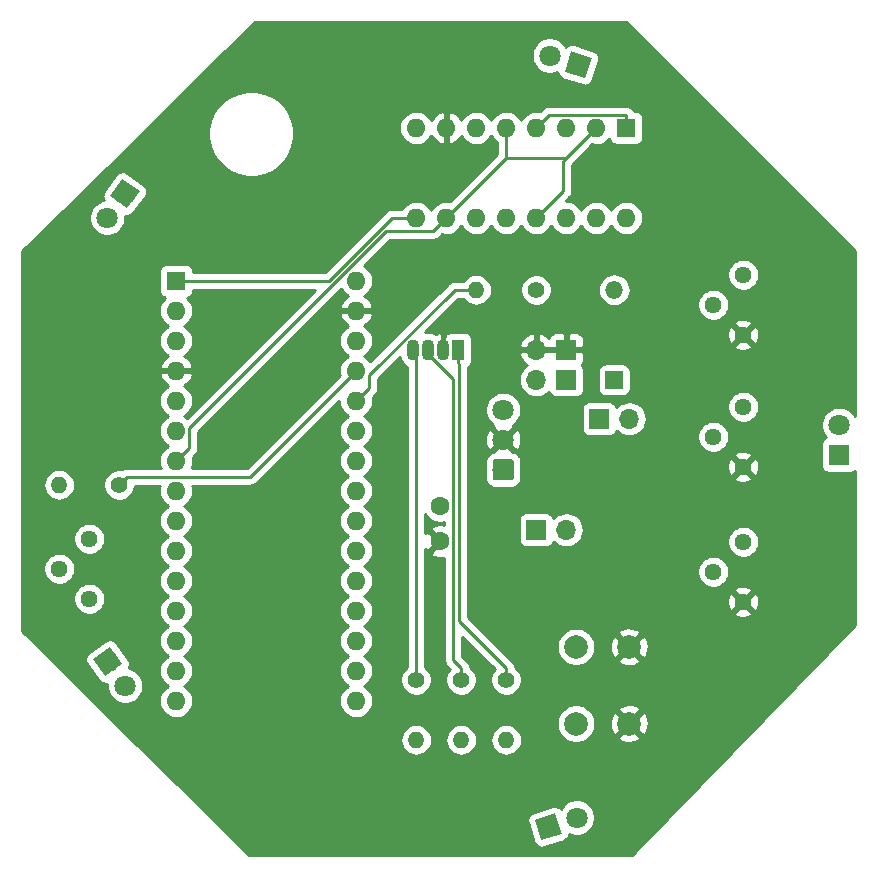
<source format=gbr>
G04 #@! TF.GenerationSoftware,KiCad,Pcbnew,(5.1.4)-1*
G04 #@! TF.CreationDate,2022-03-16T14:08:13+00:00*
G04 #@! TF.ProjectId,Swarm-B,53776172-6d2d-4422-9e6b-696361645f70,rev?*
G04 #@! TF.SameCoordinates,Original*
G04 #@! TF.FileFunction,Copper,L2,Bot*
G04 #@! TF.FilePolarity,Positive*
%FSLAX46Y46*%
G04 Gerber Fmt 4.6, Leading zero omitted, Abs format (unit mm)*
G04 Created by KiCad (PCBNEW (5.1.4)-1) date 2022-03-16 14:08:13*
%MOMM*%
%LPD*%
G04 APERTURE LIST*
%ADD10C,1.440000*%
%ADD11C,1.800000*%
%ADD12C,0.100000*%
%ADD13R,1.800000X1.800000*%
%ADD14R,1.700000X1.700000*%
%ADD15O,1.700000X1.700000*%
%ADD16O,1.500000X1.500000*%
%ADD17R,1.500000X1.500000*%
%ADD18C,1.600000*%
%ADD19O,1.070000X1.800000*%
%ADD20R,1.070000X1.800000*%
%ADD21O,1.600000X1.600000*%
%ADD22R,1.600000X1.600000*%
%ADD23O,1.400000X1.400000*%
%ADD24C,1.400000*%
%ADD25C,2.000000*%
%ADD26C,0.800000*%
%ADD27C,0.250000*%
%ADD28C,0.254000*%
G04 APERTURE END LIST*
D10*
X89154000Y-107696000D03*
X86614000Y-105156000D03*
X89154000Y-102616000D03*
D11*
X128140316Y-61699097D03*
X130556000Y-62484000D03*
D12*
G36*
X131690066Y-61906164D02*
G01*
X131133836Y-63618066D01*
X129421934Y-63061836D01*
X129978164Y-61349934D01*
X131690066Y-61906164D01*
X131690066Y-61906164D01*
G37*
D11*
X90678000Y-75438000D03*
X92170975Y-73383097D03*
D12*
G36*
X91971866Y-72125975D02*
G01*
X93428097Y-73183988D01*
X92370084Y-74640219D01*
X90913853Y-73582206D01*
X91971866Y-72125975D01*
X91971866Y-72125975D01*
G37*
D11*
X92202000Y-115062000D03*
X90709025Y-113007097D03*
D12*
G36*
X89451903Y-112807988D02*
G01*
X90908134Y-111749975D01*
X91966147Y-113206206D01*
X90509916Y-114264219D01*
X89451903Y-112807988D01*
X89451903Y-112807988D01*
G37*
D11*
X130431684Y-126215097D03*
X128016000Y-127000000D03*
D12*
G36*
X127438164Y-128134066D02*
G01*
X126881934Y-126422164D01*
X128593836Y-125865934D01*
X129150066Y-127577836D01*
X127438164Y-128134066D01*
X127438164Y-128134066D01*
G37*
D11*
X152654000Y-92964000D03*
D13*
X152654000Y-95504000D03*
D14*
X127000000Y-101854000D03*
D15*
X129540000Y-101854000D03*
D16*
X133604000Y-81534000D03*
D17*
X133604000Y-89154000D03*
D18*
X118872000Y-102822000D03*
X118872000Y-99822000D03*
D15*
X127000000Y-86614000D03*
D14*
X129540000Y-86614000D03*
D15*
X127000000Y-89154000D03*
D14*
X129540000Y-89154000D03*
D15*
X134874000Y-92456000D03*
D14*
X132334000Y-92456000D03*
D19*
X116586000Y-86614000D03*
X117856000Y-86614000D03*
X119126000Y-86614000D03*
D20*
X120396000Y-86614000D03*
D10*
X144526000Y-85344000D03*
X141986000Y-82804000D03*
X144526000Y-80264000D03*
X144526000Y-107950000D03*
X141986000Y-105410000D03*
X144526000Y-102870000D03*
X144526000Y-96520000D03*
X141986000Y-93980000D03*
X144526000Y-91440000D03*
D11*
X124206000Y-91694000D03*
X124206000Y-94234000D03*
D12*
G36*
X124881947Y-95875196D02*
G01*
X124906060Y-95878773D01*
X124929707Y-95884696D01*
X124952659Y-95892908D01*
X124974695Y-95903331D01*
X124995604Y-95915863D01*
X125015183Y-95930384D01*
X125033245Y-95946755D01*
X125049616Y-95964817D01*
X125064137Y-95984396D01*
X125076669Y-96005305D01*
X125087092Y-96027341D01*
X125095304Y-96050293D01*
X125101227Y-96073940D01*
X125104804Y-96098053D01*
X125106000Y-96122400D01*
X125106000Y-97425600D01*
X125104804Y-97449947D01*
X125101227Y-97474060D01*
X125095304Y-97497707D01*
X125087092Y-97520659D01*
X125076669Y-97542695D01*
X125064137Y-97563604D01*
X125049616Y-97583183D01*
X125033245Y-97601245D01*
X125015183Y-97617616D01*
X124995604Y-97632137D01*
X124974695Y-97644669D01*
X124952659Y-97655092D01*
X124929707Y-97663304D01*
X124906060Y-97669227D01*
X124881947Y-97672804D01*
X124857600Y-97674000D01*
X123554400Y-97674000D01*
X123530053Y-97672804D01*
X123505940Y-97669227D01*
X123482293Y-97663304D01*
X123459341Y-97655092D01*
X123437305Y-97644669D01*
X123416396Y-97632137D01*
X123396817Y-97617616D01*
X123378755Y-97601245D01*
X123362384Y-97583183D01*
X123347863Y-97563604D01*
X123335331Y-97542695D01*
X123324908Y-97520659D01*
X123316696Y-97497707D01*
X123310773Y-97474060D01*
X123307196Y-97449947D01*
X123306000Y-97425600D01*
X123306000Y-96122400D01*
X123307196Y-96098053D01*
X123310773Y-96073940D01*
X123316696Y-96050293D01*
X123324908Y-96027341D01*
X123335331Y-96005305D01*
X123347863Y-95984396D01*
X123362384Y-95964817D01*
X123378755Y-95946755D01*
X123396817Y-95930384D01*
X123416396Y-95915863D01*
X123437305Y-95903331D01*
X123459341Y-95892908D01*
X123482293Y-95884696D01*
X123505940Y-95878773D01*
X123530053Y-95875196D01*
X123554400Y-95874000D01*
X124857600Y-95874000D01*
X124881947Y-95875196D01*
X124881947Y-95875196D01*
G37*
D11*
X124206000Y-96774000D03*
D21*
X134620000Y-75438000D03*
X116840000Y-67818000D03*
X132080000Y-75438000D03*
X119380000Y-67818000D03*
X129540000Y-75438000D03*
X121920000Y-67818000D03*
X127000000Y-75438000D03*
X124460000Y-67818000D03*
X124460000Y-75438000D03*
X127000000Y-67818000D03*
X121920000Y-75438000D03*
X129540000Y-67818000D03*
X119380000Y-75438000D03*
X132080000Y-67818000D03*
X116840000Y-75438000D03*
D22*
X134620000Y-67818000D03*
D21*
X111760000Y-116332000D03*
X96520000Y-116332000D03*
X111760000Y-80772000D03*
X96520000Y-113792000D03*
X111760000Y-83312000D03*
X96520000Y-111252000D03*
X111760000Y-85852000D03*
X96520000Y-108712000D03*
X111760000Y-88392000D03*
X96520000Y-106172000D03*
X111760000Y-90932000D03*
X96520000Y-103632000D03*
X111760000Y-93472000D03*
X96520000Y-101092000D03*
X111760000Y-96012000D03*
X96520000Y-98552000D03*
X111760000Y-98552000D03*
X96520000Y-96012000D03*
X111760000Y-101092000D03*
X96520000Y-93472000D03*
X111760000Y-103632000D03*
X96520000Y-90932000D03*
X111760000Y-106172000D03*
X96520000Y-88392000D03*
X111760000Y-108712000D03*
X96520000Y-85852000D03*
X111760000Y-111252000D03*
X96520000Y-83312000D03*
X111760000Y-113792000D03*
D22*
X96520000Y-80772000D03*
D23*
X86614000Y-98044000D03*
D24*
X91694000Y-98044000D03*
X124460000Y-114554000D03*
D23*
X124460000Y-119634000D03*
X116840000Y-119634000D03*
D24*
X116840000Y-114554000D03*
X120650000Y-114554000D03*
D23*
X120650000Y-119634000D03*
D24*
X127000000Y-81534000D03*
D23*
X121920000Y-81534000D03*
D25*
X130374000Y-111760000D03*
X134874000Y-111760000D03*
X130374000Y-118260000D03*
X134874000Y-118260000D03*
D26*
X135636000Y-126492000D03*
X129286000Y-94234000D03*
X114554000Y-99568000D03*
X119634000Y-71374000D03*
D27*
X112559999Y-90132001D02*
X111760000Y-90932000D01*
X112885001Y-89806999D02*
X112559999Y-90132001D01*
X112885001Y-88733762D02*
X112885001Y-89806999D01*
X120084763Y-81534000D02*
X112885001Y-88733762D01*
X121920000Y-81534000D02*
X120084763Y-81534000D01*
X118580001Y-76237999D02*
X119380000Y-75438000D01*
X118254999Y-76563001D02*
X118580001Y-76237999D01*
X114303997Y-76563001D02*
X118254999Y-76563001D01*
X97645001Y-93221997D02*
X114303997Y-76563001D01*
X97645001Y-94886999D02*
X97645001Y-93221997D01*
X96520000Y-96012000D02*
X97645001Y-94886999D01*
X124460000Y-70358000D02*
X124460000Y-67818000D01*
X119380000Y-75438000D02*
X124460000Y-70358000D01*
X129286000Y-73152000D02*
X127000000Y-75438000D01*
X129286000Y-70612000D02*
X129286000Y-73152000D01*
X129286000Y-70358000D02*
X129413000Y-70485000D01*
X124460000Y-70358000D02*
X129286000Y-70358000D01*
X132080000Y-67818000D02*
X129413000Y-70485000D01*
X129413000Y-70485000D02*
X129286000Y-70612000D01*
X115708630Y-75438000D02*
X116840000Y-75438000D01*
X114792588Y-75438000D02*
X115708630Y-75438000D01*
X109458588Y-80772000D02*
X114792588Y-75438000D01*
X96520000Y-80772000D02*
X109458588Y-80772000D01*
X127799999Y-67018001D02*
X127000000Y-67818000D01*
X128125001Y-66692999D02*
X127799999Y-67018001D01*
X134544999Y-66692999D02*
X128125001Y-66692999D01*
X134620000Y-66768000D02*
X134544999Y-66692999D01*
X134620000Y-67818000D02*
X134620000Y-66768000D01*
X116840000Y-86868000D02*
X116586000Y-86614000D01*
X116840000Y-114554000D02*
X116840000Y-86868000D01*
X117856000Y-86979000D02*
X117856000Y-86614000D01*
X119997001Y-89120001D02*
X119959500Y-89082500D01*
X119997001Y-112911052D02*
X119997001Y-89120001D01*
X120650000Y-113564051D02*
X119997001Y-112911052D01*
X120650000Y-114554000D02*
X120650000Y-113564051D01*
X119959500Y-89082500D02*
X117856000Y-86979000D01*
X120396000Y-87764000D02*
X120396000Y-86614000D01*
X120447011Y-87815011D02*
X120396000Y-87764000D01*
X120447011Y-109551062D02*
X120447011Y-87815011D01*
X124460000Y-113564051D02*
X120447011Y-109551062D01*
X124460000Y-114554000D02*
X124460000Y-113564051D01*
X110960001Y-89191999D02*
X111760000Y-88392000D01*
X102807999Y-97344001D02*
X110960001Y-89191999D01*
X92393999Y-97344001D02*
X102807999Y-97344001D01*
X91694000Y-98044000D02*
X92393999Y-97344001D01*
D28*
G36*
X153991000Y-78265879D02*
G01*
X153991000Y-92202036D01*
X153846312Y-91985495D01*
X153632505Y-91771688D01*
X153381095Y-91603701D01*
X153101743Y-91487989D01*
X152805184Y-91429000D01*
X152502816Y-91429000D01*
X152206257Y-91487989D01*
X151926905Y-91603701D01*
X151675495Y-91771688D01*
X151461688Y-91985495D01*
X151293701Y-92236905D01*
X151177989Y-92516257D01*
X151119000Y-92812816D01*
X151119000Y-93115184D01*
X151177989Y-93411743D01*
X151293701Y-93691095D01*
X151461688Y-93942505D01*
X151528127Y-94008944D01*
X151509820Y-94014498D01*
X151399506Y-94073463D01*
X151302815Y-94152815D01*
X151223463Y-94249506D01*
X151164498Y-94359820D01*
X151128188Y-94479518D01*
X151115928Y-94604000D01*
X151115928Y-96404000D01*
X151128188Y-96528482D01*
X151164498Y-96648180D01*
X151223463Y-96758494D01*
X151302815Y-96855185D01*
X151399506Y-96934537D01*
X151509820Y-96993502D01*
X151629518Y-97029812D01*
X151754000Y-97042072D01*
X153554000Y-97042072D01*
X153678482Y-97029812D01*
X153798180Y-96993502D01*
X153908494Y-96934537D01*
X153991001Y-96866826D01*
X153991001Y-109953393D01*
X135088821Y-129353000D01*
X102647221Y-129353000D01*
X99627100Y-126372101D01*
X126245829Y-126372101D01*
X126248285Y-126497161D01*
X126275091Y-126619339D01*
X126831321Y-128331241D01*
X126881449Y-128445841D01*
X126952970Y-128548460D01*
X127043137Y-128635155D01*
X127148485Y-128702592D01*
X127264965Y-128748182D01*
X127388101Y-128770171D01*
X127513161Y-128767715D01*
X127635339Y-128740909D01*
X129347241Y-128184679D01*
X129461841Y-128134551D01*
X129564460Y-128063030D01*
X129651155Y-127972863D01*
X129718592Y-127867515D01*
X129764182Y-127751035D01*
X129786171Y-127627899D01*
X129785801Y-127609035D01*
X129983941Y-127691108D01*
X130280500Y-127750097D01*
X130582868Y-127750097D01*
X130879427Y-127691108D01*
X131158779Y-127575396D01*
X131410189Y-127407409D01*
X131623996Y-127193602D01*
X131791983Y-126942192D01*
X131907695Y-126662840D01*
X131966684Y-126366281D01*
X131966684Y-126063913D01*
X131907695Y-125767354D01*
X131791983Y-125488002D01*
X131623996Y-125236592D01*
X131410189Y-125022785D01*
X131158779Y-124854798D01*
X130879427Y-124739086D01*
X130582868Y-124680097D01*
X130280500Y-124680097D01*
X129983941Y-124739086D01*
X129704589Y-124854798D01*
X129453179Y-125022785D01*
X129239372Y-125236592D01*
X129087565Y-125463787D01*
X129079030Y-125451540D01*
X128988863Y-125364845D01*
X128883515Y-125297408D01*
X128767035Y-125251818D01*
X128643899Y-125229829D01*
X128518839Y-125232285D01*
X128396661Y-125259091D01*
X126684759Y-125815321D01*
X126570159Y-125865449D01*
X126467540Y-125936970D01*
X126380845Y-126027137D01*
X126313408Y-126132485D01*
X126267818Y-126248965D01*
X126245829Y-126372101D01*
X99627100Y-126372101D01*
X92800340Y-119634000D01*
X115498541Y-119634000D01*
X115524317Y-119895706D01*
X115600653Y-120147354D01*
X115724618Y-120379275D01*
X115891445Y-120582555D01*
X116094725Y-120749382D01*
X116326646Y-120873347D01*
X116578294Y-120949683D01*
X116774421Y-120969000D01*
X116905579Y-120969000D01*
X117101706Y-120949683D01*
X117353354Y-120873347D01*
X117585275Y-120749382D01*
X117788555Y-120582555D01*
X117955382Y-120379275D01*
X118079347Y-120147354D01*
X118155683Y-119895706D01*
X118181459Y-119634000D01*
X119308541Y-119634000D01*
X119334317Y-119895706D01*
X119410653Y-120147354D01*
X119534618Y-120379275D01*
X119701445Y-120582555D01*
X119904725Y-120749382D01*
X120136646Y-120873347D01*
X120388294Y-120949683D01*
X120584421Y-120969000D01*
X120715579Y-120969000D01*
X120911706Y-120949683D01*
X121163354Y-120873347D01*
X121395275Y-120749382D01*
X121598555Y-120582555D01*
X121765382Y-120379275D01*
X121889347Y-120147354D01*
X121965683Y-119895706D01*
X121991459Y-119634000D01*
X123118541Y-119634000D01*
X123144317Y-119895706D01*
X123220653Y-120147354D01*
X123344618Y-120379275D01*
X123511445Y-120582555D01*
X123714725Y-120749382D01*
X123946646Y-120873347D01*
X124198294Y-120949683D01*
X124394421Y-120969000D01*
X124525579Y-120969000D01*
X124721706Y-120949683D01*
X124973354Y-120873347D01*
X125205275Y-120749382D01*
X125408555Y-120582555D01*
X125575382Y-120379275D01*
X125699347Y-120147354D01*
X125775683Y-119895706D01*
X125801459Y-119634000D01*
X125775683Y-119372294D01*
X125699347Y-119120646D01*
X125575382Y-118888725D01*
X125408555Y-118685445D01*
X125205275Y-118518618D01*
X124973354Y-118394653D01*
X124721706Y-118318317D01*
X124525579Y-118299000D01*
X124394421Y-118299000D01*
X124198294Y-118318317D01*
X123946646Y-118394653D01*
X123714725Y-118518618D01*
X123511445Y-118685445D01*
X123344618Y-118888725D01*
X123220653Y-119120646D01*
X123144317Y-119372294D01*
X123118541Y-119634000D01*
X121991459Y-119634000D01*
X121965683Y-119372294D01*
X121889347Y-119120646D01*
X121765382Y-118888725D01*
X121598555Y-118685445D01*
X121395275Y-118518618D01*
X121163354Y-118394653D01*
X120911706Y-118318317D01*
X120715579Y-118299000D01*
X120584421Y-118299000D01*
X120388294Y-118318317D01*
X120136646Y-118394653D01*
X119904725Y-118518618D01*
X119701445Y-118685445D01*
X119534618Y-118888725D01*
X119410653Y-119120646D01*
X119334317Y-119372294D01*
X119308541Y-119634000D01*
X118181459Y-119634000D01*
X118155683Y-119372294D01*
X118079347Y-119120646D01*
X117955382Y-118888725D01*
X117788555Y-118685445D01*
X117585275Y-118518618D01*
X117353354Y-118394653D01*
X117101706Y-118318317D01*
X116905579Y-118299000D01*
X116774421Y-118299000D01*
X116578294Y-118318317D01*
X116326646Y-118394653D01*
X116094725Y-118518618D01*
X115891445Y-118685445D01*
X115724618Y-118888725D01*
X115600653Y-119120646D01*
X115524317Y-119372294D01*
X115498541Y-119634000D01*
X92800340Y-119634000D01*
X91245110Y-118098967D01*
X128739000Y-118098967D01*
X128739000Y-118421033D01*
X128801832Y-118736912D01*
X128925082Y-119034463D01*
X129104013Y-119302252D01*
X129331748Y-119529987D01*
X129599537Y-119708918D01*
X129897088Y-119832168D01*
X130212967Y-119895000D01*
X130535033Y-119895000D01*
X130850912Y-119832168D01*
X131148463Y-119708918D01*
X131416252Y-119529987D01*
X131550826Y-119395413D01*
X133918192Y-119395413D01*
X134013956Y-119659814D01*
X134303571Y-119800704D01*
X134615108Y-119882384D01*
X134936595Y-119901718D01*
X135255675Y-119857961D01*
X135560088Y-119752795D01*
X135734044Y-119659814D01*
X135829808Y-119395413D01*
X134874000Y-118439605D01*
X133918192Y-119395413D01*
X131550826Y-119395413D01*
X131643987Y-119302252D01*
X131822918Y-119034463D01*
X131946168Y-118736912D01*
X132009000Y-118421033D01*
X132009000Y-118322595D01*
X133232282Y-118322595D01*
X133276039Y-118641675D01*
X133381205Y-118946088D01*
X133474186Y-119120044D01*
X133738587Y-119215808D01*
X134694395Y-118260000D01*
X135053605Y-118260000D01*
X136009413Y-119215808D01*
X136273814Y-119120044D01*
X136414704Y-118830429D01*
X136496384Y-118518892D01*
X136515718Y-118197405D01*
X136471961Y-117878325D01*
X136366795Y-117573912D01*
X136273814Y-117399956D01*
X136009413Y-117304192D01*
X135053605Y-118260000D01*
X134694395Y-118260000D01*
X133738587Y-117304192D01*
X133474186Y-117399956D01*
X133333296Y-117689571D01*
X133251616Y-118001108D01*
X133232282Y-118322595D01*
X132009000Y-118322595D01*
X132009000Y-118098967D01*
X131946168Y-117783088D01*
X131822918Y-117485537D01*
X131643987Y-117217748D01*
X131550826Y-117124587D01*
X133918192Y-117124587D01*
X134874000Y-118080395D01*
X135829808Y-117124587D01*
X135734044Y-116860186D01*
X135444429Y-116719296D01*
X135132892Y-116637616D01*
X134811405Y-116618282D01*
X134492325Y-116662039D01*
X134187912Y-116767205D01*
X134013956Y-116860186D01*
X133918192Y-117124587D01*
X131550826Y-117124587D01*
X131416252Y-116990013D01*
X131148463Y-116811082D01*
X130850912Y-116687832D01*
X130535033Y-116625000D01*
X130212967Y-116625000D01*
X129897088Y-116687832D01*
X129599537Y-116811082D01*
X129331748Y-116990013D01*
X129104013Y-117217748D01*
X128925082Y-117485537D01*
X128801832Y-117783088D01*
X128739000Y-118098967D01*
X91245110Y-118098967D01*
X85909891Y-112833038D01*
X88814323Y-112833038D01*
X88831461Y-112956943D01*
X88872442Y-113075123D01*
X88935692Y-113183037D01*
X89993705Y-114639268D01*
X90076792Y-114732769D01*
X90176524Y-114808265D01*
X90289068Y-114862853D01*
X90410099Y-114894435D01*
X90534966Y-114901799D01*
X90658871Y-114884661D01*
X90673190Y-114879696D01*
X90667000Y-114910816D01*
X90667000Y-115213184D01*
X90725989Y-115509743D01*
X90841701Y-115789095D01*
X91009688Y-116040505D01*
X91223495Y-116254312D01*
X91474905Y-116422299D01*
X91754257Y-116538011D01*
X92050816Y-116597000D01*
X92353184Y-116597000D01*
X92649743Y-116538011D01*
X92929095Y-116422299D01*
X93180505Y-116254312D01*
X93394312Y-116040505D01*
X93562299Y-115789095D01*
X93678011Y-115509743D01*
X93737000Y-115213184D01*
X93737000Y-114910816D01*
X93678011Y-114614257D01*
X93562299Y-114334905D01*
X93394312Y-114083495D01*
X93180505Y-113869688D01*
X92929095Y-113701701D01*
X92649743Y-113585989D01*
X92497934Y-113555792D01*
X92510193Y-113539598D01*
X92564781Y-113427054D01*
X92596363Y-113306023D01*
X92603727Y-113181156D01*
X92586589Y-113057251D01*
X92545608Y-112939071D01*
X92482358Y-112831157D01*
X91424345Y-111374926D01*
X91341258Y-111281425D01*
X91241526Y-111205929D01*
X91128982Y-111151341D01*
X91007951Y-111119759D01*
X90883084Y-111112395D01*
X90759179Y-111129533D01*
X90640999Y-111170514D01*
X90533085Y-111233764D01*
X89076854Y-112291777D01*
X88983353Y-112374864D01*
X88907857Y-112474596D01*
X88853269Y-112587140D01*
X88821687Y-112708171D01*
X88814323Y-112833038D01*
X85909891Y-112833038D01*
X83499000Y-110453458D01*
X83499000Y-107562544D01*
X87799000Y-107562544D01*
X87799000Y-107829456D01*
X87851072Y-108091239D01*
X87953215Y-108337833D01*
X88101503Y-108559762D01*
X88290238Y-108748497D01*
X88512167Y-108896785D01*
X88758761Y-108998928D01*
X89020544Y-109051000D01*
X89287456Y-109051000D01*
X89549239Y-108998928D01*
X89795833Y-108896785D01*
X90017762Y-108748497D01*
X90206497Y-108559762D01*
X90354785Y-108337833D01*
X90456928Y-108091239D01*
X90509000Y-107829456D01*
X90509000Y-107562544D01*
X90456928Y-107300761D01*
X90354785Y-107054167D01*
X90206497Y-106832238D01*
X90017762Y-106643503D01*
X89795833Y-106495215D01*
X89549239Y-106393072D01*
X89287456Y-106341000D01*
X89020544Y-106341000D01*
X88758761Y-106393072D01*
X88512167Y-106495215D01*
X88290238Y-106643503D01*
X88101503Y-106832238D01*
X87953215Y-107054167D01*
X87851072Y-107300761D01*
X87799000Y-107562544D01*
X83499000Y-107562544D01*
X83499000Y-105022544D01*
X85259000Y-105022544D01*
X85259000Y-105289456D01*
X85311072Y-105551239D01*
X85413215Y-105797833D01*
X85561503Y-106019762D01*
X85750238Y-106208497D01*
X85972167Y-106356785D01*
X86218761Y-106458928D01*
X86480544Y-106511000D01*
X86747456Y-106511000D01*
X87009239Y-106458928D01*
X87255833Y-106356785D01*
X87477762Y-106208497D01*
X87666497Y-106019762D01*
X87814785Y-105797833D01*
X87916928Y-105551239D01*
X87969000Y-105289456D01*
X87969000Y-105022544D01*
X87916928Y-104760761D01*
X87814785Y-104514167D01*
X87666497Y-104292238D01*
X87477762Y-104103503D01*
X87255833Y-103955215D01*
X87009239Y-103853072D01*
X86747456Y-103801000D01*
X86480544Y-103801000D01*
X86218761Y-103853072D01*
X85972167Y-103955215D01*
X85750238Y-104103503D01*
X85561503Y-104292238D01*
X85413215Y-104514167D01*
X85311072Y-104760761D01*
X85259000Y-105022544D01*
X83499000Y-105022544D01*
X83499000Y-102482544D01*
X87799000Y-102482544D01*
X87799000Y-102749456D01*
X87851072Y-103011239D01*
X87953215Y-103257833D01*
X88101503Y-103479762D01*
X88290238Y-103668497D01*
X88512167Y-103816785D01*
X88758761Y-103918928D01*
X89020544Y-103971000D01*
X89287456Y-103971000D01*
X89549239Y-103918928D01*
X89795833Y-103816785D01*
X90017762Y-103668497D01*
X90206497Y-103479762D01*
X90354785Y-103257833D01*
X90456928Y-103011239D01*
X90509000Y-102749456D01*
X90509000Y-102482544D01*
X90456928Y-102220761D01*
X90354785Y-101974167D01*
X90206497Y-101752238D01*
X90017762Y-101563503D01*
X89795833Y-101415215D01*
X89549239Y-101313072D01*
X89287456Y-101261000D01*
X89020544Y-101261000D01*
X88758761Y-101313072D01*
X88512167Y-101415215D01*
X88290238Y-101563503D01*
X88101503Y-101752238D01*
X87953215Y-101974167D01*
X87851072Y-102220761D01*
X87799000Y-102482544D01*
X83499000Y-102482544D01*
X83499000Y-98044000D01*
X85272541Y-98044000D01*
X85298317Y-98305706D01*
X85374653Y-98557354D01*
X85498618Y-98789275D01*
X85665445Y-98992555D01*
X85868725Y-99159382D01*
X86100646Y-99283347D01*
X86352294Y-99359683D01*
X86548421Y-99379000D01*
X86679579Y-99379000D01*
X86875706Y-99359683D01*
X87127354Y-99283347D01*
X87359275Y-99159382D01*
X87562555Y-98992555D01*
X87729382Y-98789275D01*
X87853347Y-98557354D01*
X87929683Y-98305706D01*
X87955459Y-98044000D01*
X87942509Y-97912514D01*
X90359000Y-97912514D01*
X90359000Y-98175486D01*
X90410304Y-98433405D01*
X90510939Y-98676359D01*
X90657038Y-98895013D01*
X90842987Y-99080962D01*
X91061641Y-99227061D01*
X91304595Y-99327696D01*
X91562514Y-99379000D01*
X91825486Y-99379000D01*
X92083405Y-99327696D01*
X92326359Y-99227061D01*
X92545013Y-99080962D01*
X92730962Y-98895013D01*
X92877061Y-98676359D01*
X92977696Y-98433405D01*
X93029000Y-98175486D01*
X93029000Y-98104001D01*
X95156328Y-98104001D01*
X95105764Y-98270691D01*
X95078057Y-98552000D01*
X95105764Y-98833309D01*
X95187818Y-99103808D01*
X95321068Y-99353101D01*
X95500392Y-99571608D01*
X95718899Y-99750932D01*
X95851858Y-99822000D01*
X95718899Y-99893068D01*
X95500392Y-100072392D01*
X95321068Y-100290899D01*
X95187818Y-100540192D01*
X95105764Y-100810691D01*
X95078057Y-101092000D01*
X95105764Y-101373309D01*
X95187818Y-101643808D01*
X95321068Y-101893101D01*
X95500392Y-102111608D01*
X95718899Y-102290932D01*
X95851858Y-102362000D01*
X95718899Y-102433068D01*
X95500392Y-102612392D01*
X95321068Y-102830899D01*
X95187818Y-103080192D01*
X95105764Y-103350691D01*
X95078057Y-103632000D01*
X95105764Y-103913309D01*
X95187818Y-104183808D01*
X95321068Y-104433101D01*
X95500392Y-104651608D01*
X95718899Y-104830932D01*
X95851858Y-104902000D01*
X95718899Y-104973068D01*
X95500392Y-105152392D01*
X95321068Y-105370899D01*
X95187818Y-105620192D01*
X95105764Y-105890691D01*
X95078057Y-106172000D01*
X95105764Y-106453309D01*
X95187818Y-106723808D01*
X95321068Y-106973101D01*
X95500392Y-107191608D01*
X95718899Y-107370932D01*
X95851858Y-107442000D01*
X95718899Y-107513068D01*
X95500392Y-107692392D01*
X95321068Y-107910899D01*
X95187818Y-108160192D01*
X95105764Y-108430691D01*
X95078057Y-108712000D01*
X95105764Y-108993309D01*
X95187818Y-109263808D01*
X95321068Y-109513101D01*
X95500392Y-109731608D01*
X95718899Y-109910932D01*
X95851858Y-109982000D01*
X95718899Y-110053068D01*
X95500392Y-110232392D01*
X95321068Y-110450899D01*
X95187818Y-110700192D01*
X95105764Y-110970691D01*
X95078057Y-111252000D01*
X95105764Y-111533309D01*
X95187818Y-111803808D01*
X95321068Y-112053101D01*
X95500392Y-112271608D01*
X95718899Y-112450932D01*
X95851858Y-112522000D01*
X95718899Y-112593068D01*
X95500392Y-112772392D01*
X95321068Y-112990899D01*
X95187818Y-113240192D01*
X95105764Y-113510691D01*
X95078057Y-113792000D01*
X95105764Y-114073309D01*
X95187818Y-114343808D01*
X95321068Y-114593101D01*
X95500392Y-114811608D01*
X95718899Y-114990932D01*
X95851858Y-115062000D01*
X95718899Y-115133068D01*
X95500392Y-115312392D01*
X95321068Y-115530899D01*
X95187818Y-115780192D01*
X95105764Y-116050691D01*
X95078057Y-116332000D01*
X95105764Y-116613309D01*
X95187818Y-116883808D01*
X95321068Y-117133101D01*
X95500392Y-117351608D01*
X95718899Y-117530932D01*
X95968192Y-117664182D01*
X96238691Y-117746236D01*
X96449508Y-117767000D01*
X96590492Y-117767000D01*
X96801309Y-117746236D01*
X97071808Y-117664182D01*
X97321101Y-117530932D01*
X97539608Y-117351608D01*
X97718932Y-117133101D01*
X97852182Y-116883808D01*
X97934236Y-116613309D01*
X97961943Y-116332000D01*
X97934236Y-116050691D01*
X97852182Y-115780192D01*
X97718932Y-115530899D01*
X97539608Y-115312392D01*
X97321101Y-115133068D01*
X97188142Y-115062000D01*
X97321101Y-114990932D01*
X97539608Y-114811608D01*
X97718932Y-114593101D01*
X97852182Y-114343808D01*
X97934236Y-114073309D01*
X97961943Y-113792000D01*
X97934236Y-113510691D01*
X97852182Y-113240192D01*
X97718932Y-112990899D01*
X97539608Y-112772392D01*
X97321101Y-112593068D01*
X97188142Y-112522000D01*
X97321101Y-112450932D01*
X97539608Y-112271608D01*
X97718932Y-112053101D01*
X97852182Y-111803808D01*
X97934236Y-111533309D01*
X97961943Y-111252000D01*
X97934236Y-110970691D01*
X97852182Y-110700192D01*
X97718932Y-110450899D01*
X97539608Y-110232392D01*
X97321101Y-110053068D01*
X97188142Y-109982000D01*
X97321101Y-109910932D01*
X97539608Y-109731608D01*
X97718932Y-109513101D01*
X97852182Y-109263808D01*
X97934236Y-108993309D01*
X97961943Y-108712000D01*
X97934236Y-108430691D01*
X97852182Y-108160192D01*
X97718932Y-107910899D01*
X97539608Y-107692392D01*
X97321101Y-107513068D01*
X97188142Y-107442000D01*
X97321101Y-107370932D01*
X97539608Y-107191608D01*
X97718932Y-106973101D01*
X97852182Y-106723808D01*
X97934236Y-106453309D01*
X97961943Y-106172000D01*
X97934236Y-105890691D01*
X97852182Y-105620192D01*
X97718932Y-105370899D01*
X97539608Y-105152392D01*
X97321101Y-104973068D01*
X97188142Y-104902000D01*
X97321101Y-104830932D01*
X97539608Y-104651608D01*
X97718932Y-104433101D01*
X97852182Y-104183808D01*
X97934236Y-103913309D01*
X97961943Y-103632000D01*
X97934236Y-103350691D01*
X97852182Y-103080192D01*
X97718932Y-102830899D01*
X97539608Y-102612392D01*
X97321101Y-102433068D01*
X97188142Y-102362000D01*
X97321101Y-102290932D01*
X97539608Y-102111608D01*
X97718932Y-101893101D01*
X97852182Y-101643808D01*
X97934236Y-101373309D01*
X97961943Y-101092000D01*
X97934236Y-100810691D01*
X97852182Y-100540192D01*
X97718932Y-100290899D01*
X97539608Y-100072392D01*
X97321101Y-99893068D01*
X97188142Y-99822000D01*
X97321101Y-99750932D01*
X97539608Y-99571608D01*
X97718932Y-99353101D01*
X97852182Y-99103808D01*
X97934236Y-98833309D01*
X97961943Y-98552000D01*
X97934236Y-98270691D01*
X97883672Y-98104001D01*
X102770677Y-98104001D01*
X102807999Y-98107677D01*
X102845321Y-98104001D01*
X102845332Y-98104001D01*
X102956985Y-98093004D01*
X103100246Y-98049547D01*
X103232275Y-97978975D01*
X103348000Y-97884002D01*
X103371803Y-97854998D01*
X110320598Y-90906204D01*
X110318057Y-90932000D01*
X110345764Y-91213309D01*
X110427818Y-91483808D01*
X110561068Y-91733101D01*
X110740392Y-91951608D01*
X110958899Y-92130932D01*
X111091858Y-92202000D01*
X110958899Y-92273068D01*
X110740392Y-92452392D01*
X110561068Y-92670899D01*
X110427818Y-92920192D01*
X110345764Y-93190691D01*
X110318057Y-93472000D01*
X110345764Y-93753309D01*
X110427818Y-94023808D01*
X110561068Y-94273101D01*
X110740392Y-94491608D01*
X110958899Y-94670932D01*
X111091858Y-94742000D01*
X110958899Y-94813068D01*
X110740392Y-94992392D01*
X110561068Y-95210899D01*
X110427818Y-95460192D01*
X110345764Y-95730691D01*
X110318057Y-96012000D01*
X110345764Y-96293309D01*
X110427818Y-96563808D01*
X110561068Y-96813101D01*
X110740392Y-97031608D01*
X110958899Y-97210932D01*
X111091858Y-97282000D01*
X110958899Y-97353068D01*
X110740392Y-97532392D01*
X110561068Y-97750899D01*
X110427818Y-98000192D01*
X110345764Y-98270691D01*
X110318057Y-98552000D01*
X110345764Y-98833309D01*
X110427818Y-99103808D01*
X110561068Y-99353101D01*
X110740392Y-99571608D01*
X110958899Y-99750932D01*
X111091858Y-99822000D01*
X110958899Y-99893068D01*
X110740392Y-100072392D01*
X110561068Y-100290899D01*
X110427818Y-100540192D01*
X110345764Y-100810691D01*
X110318057Y-101092000D01*
X110345764Y-101373309D01*
X110427818Y-101643808D01*
X110561068Y-101893101D01*
X110740392Y-102111608D01*
X110958899Y-102290932D01*
X111091858Y-102362000D01*
X110958899Y-102433068D01*
X110740392Y-102612392D01*
X110561068Y-102830899D01*
X110427818Y-103080192D01*
X110345764Y-103350691D01*
X110318057Y-103632000D01*
X110345764Y-103913309D01*
X110427818Y-104183808D01*
X110561068Y-104433101D01*
X110740392Y-104651608D01*
X110958899Y-104830932D01*
X111091858Y-104902000D01*
X110958899Y-104973068D01*
X110740392Y-105152392D01*
X110561068Y-105370899D01*
X110427818Y-105620192D01*
X110345764Y-105890691D01*
X110318057Y-106172000D01*
X110345764Y-106453309D01*
X110427818Y-106723808D01*
X110561068Y-106973101D01*
X110740392Y-107191608D01*
X110958899Y-107370932D01*
X111091858Y-107442000D01*
X110958899Y-107513068D01*
X110740392Y-107692392D01*
X110561068Y-107910899D01*
X110427818Y-108160192D01*
X110345764Y-108430691D01*
X110318057Y-108712000D01*
X110345764Y-108993309D01*
X110427818Y-109263808D01*
X110561068Y-109513101D01*
X110740392Y-109731608D01*
X110958899Y-109910932D01*
X111091858Y-109982000D01*
X110958899Y-110053068D01*
X110740392Y-110232392D01*
X110561068Y-110450899D01*
X110427818Y-110700192D01*
X110345764Y-110970691D01*
X110318057Y-111252000D01*
X110345764Y-111533309D01*
X110427818Y-111803808D01*
X110561068Y-112053101D01*
X110740392Y-112271608D01*
X110958899Y-112450932D01*
X111091858Y-112522000D01*
X110958899Y-112593068D01*
X110740392Y-112772392D01*
X110561068Y-112990899D01*
X110427818Y-113240192D01*
X110345764Y-113510691D01*
X110318057Y-113792000D01*
X110345764Y-114073309D01*
X110427818Y-114343808D01*
X110561068Y-114593101D01*
X110740392Y-114811608D01*
X110958899Y-114990932D01*
X111091858Y-115062000D01*
X110958899Y-115133068D01*
X110740392Y-115312392D01*
X110561068Y-115530899D01*
X110427818Y-115780192D01*
X110345764Y-116050691D01*
X110318057Y-116332000D01*
X110345764Y-116613309D01*
X110427818Y-116883808D01*
X110561068Y-117133101D01*
X110740392Y-117351608D01*
X110958899Y-117530932D01*
X111208192Y-117664182D01*
X111478691Y-117746236D01*
X111689508Y-117767000D01*
X111830492Y-117767000D01*
X112041309Y-117746236D01*
X112311808Y-117664182D01*
X112561101Y-117530932D01*
X112779608Y-117351608D01*
X112958932Y-117133101D01*
X113092182Y-116883808D01*
X113174236Y-116613309D01*
X113201943Y-116332000D01*
X113174236Y-116050691D01*
X113092182Y-115780192D01*
X112958932Y-115530899D01*
X112779608Y-115312392D01*
X112561101Y-115133068D01*
X112428142Y-115062000D01*
X112561101Y-114990932D01*
X112779608Y-114811608D01*
X112958932Y-114593101D01*
X113092182Y-114343808D01*
X113174236Y-114073309D01*
X113201943Y-113792000D01*
X113174236Y-113510691D01*
X113092182Y-113240192D01*
X112958932Y-112990899D01*
X112779608Y-112772392D01*
X112561101Y-112593068D01*
X112428142Y-112522000D01*
X112561101Y-112450932D01*
X112779608Y-112271608D01*
X112958932Y-112053101D01*
X113092182Y-111803808D01*
X113174236Y-111533309D01*
X113201943Y-111252000D01*
X113174236Y-110970691D01*
X113092182Y-110700192D01*
X112958932Y-110450899D01*
X112779608Y-110232392D01*
X112561101Y-110053068D01*
X112428142Y-109982000D01*
X112561101Y-109910932D01*
X112779608Y-109731608D01*
X112958932Y-109513101D01*
X113092182Y-109263808D01*
X113174236Y-108993309D01*
X113201943Y-108712000D01*
X113174236Y-108430691D01*
X113092182Y-108160192D01*
X112958932Y-107910899D01*
X112779608Y-107692392D01*
X112561101Y-107513068D01*
X112428142Y-107442000D01*
X112561101Y-107370932D01*
X112779608Y-107191608D01*
X112958932Y-106973101D01*
X113092182Y-106723808D01*
X113174236Y-106453309D01*
X113201943Y-106172000D01*
X113174236Y-105890691D01*
X113092182Y-105620192D01*
X112958932Y-105370899D01*
X112779608Y-105152392D01*
X112561101Y-104973068D01*
X112428142Y-104902000D01*
X112561101Y-104830932D01*
X112779608Y-104651608D01*
X112958932Y-104433101D01*
X113092182Y-104183808D01*
X113174236Y-103913309D01*
X113201943Y-103632000D01*
X113174236Y-103350691D01*
X113092182Y-103080192D01*
X112958932Y-102830899D01*
X112779608Y-102612392D01*
X112561101Y-102433068D01*
X112428142Y-102362000D01*
X112561101Y-102290932D01*
X112779608Y-102111608D01*
X112958932Y-101893101D01*
X113092182Y-101643808D01*
X113174236Y-101373309D01*
X113201943Y-101092000D01*
X113174236Y-100810691D01*
X113092182Y-100540192D01*
X112958932Y-100290899D01*
X112779608Y-100072392D01*
X112561101Y-99893068D01*
X112428142Y-99822000D01*
X112561101Y-99750932D01*
X112779608Y-99571608D01*
X112958932Y-99353101D01*
X113092182Y-99103808D01*
X113174236Y-98833309D01*
X113201943Y-98552000D01*
X113174236Y-98270691D01*
X113092182Y-98000192D01*
X112958932Y-97750899D01*
X112779608Y-97532392D01*
X112561101Y-97353068D01*
X112428142Y-97282000D01*
X112561101Y-97210932D01*
X112779608Y-97031608D01*
X112958932Y-96813101D01*
X113092182Y-96563808D01*
X113174236Y-96293309D01*
X113201943Y-96012000D01*
X113174236Y-95730691D01*
X113092182Y-95460192D01*
X112958932Y-95210899D01*
X112779608Y-94992392D01*
X112561101Y-94813068D01*
X112428142Y-94742000D01*
X112561101Y-94670932D01*
X112779608Y-94491608D01*
X112958932Y-94273101D01*
X113092182Y-94023808D01*
X113174236Y-93753309D01*
X113201943Y-93472000D01*
X113174236Y-93190691D01*
X113092182Y-92920192D01*
X112958932Y-92670899D01*
X112779608Y-92452392D01*
X112561101Y-92273068D01*
X112428142Y-92202000D01*
X112561101Y-92130932D01*
X112779608Y-91951608D01*
X112958932Y-91733101D01*
X113092182Y-91483808D01*
X113174236Y-91213309D01*
X113201943Y-90932000D01*
X113174236Y-90650691D01*
X113160708Y-90606093D01*
X113395998Y-90370803D01*
X113425002Y-90347000D01*
X113519975Y-90231275D01*
X113590547Y-90099246D01*
X113634004Y-89955985D01*
X113645001Y-89844332D01*
X113645001Y-89844323D01*
X113648677Y-89807000D01*
X113645001Y-89769677D01*
X113645001Y-89048563D01*
X115445096Y-87248468D01*
X115499831Y-87428905D01*
X115608474Y-87632161D01*
X115754682Y-87810318D01*
X115932838Y-87956526D01*
X116080001Y-88035187D01*
X116080000Y-113456225D01*
X115988987Y-113517038D01*
X115803038Y-113702987D01*
X115656939Y-113921641D01*
X115556304Y-114164595D01*
X115505000Y-114422514D01*
X115505000Y-114685486D01*
X115556304Y-114943405D01*
X115656939Y-115186359D01*
X115803038Y-115405013D01*
X115988987Y-115590962D01*
X116207641Y-115737061D01*
X116450595Y-115837696D01*
X116708514Y-115889000D01*
X116971486Y-115889000D01*
X117229405Y-115837696D01*
X117472359Y-115737061D01*
X117691013Y-115590962D01*
X117876962Y-115405013D01*
X118023061Y-115186359D01*
X118123696Y-114943405D01*
X118175000Y-114685486D01*
X118175000Y-114422514D01*
X118123696Y-114164595D01*
X118023061Y-113921641D01*
X117876962Y-113702987D01*
X117691013Y-113517038D01*
X117600000Y-113456225D01*
X117600000Y-103497418D01*
X117635329Y-103563514D01*
X117879298Y-103635097D01*
X118692395Y-102822000D01*
X117879298Y-102008903D01*
X117635329Y-102080486D01*
X117600000Y-102155150D01*
X117600000Y-100500954D01*
X117600320Y-100501727D01*
X117757363Y-100736759D01*
X117957241Y-100936637D01*
X118192273Y-101093680D01*
X118453426Y-101201853D01*
X118730665Y-101257000D01*
X119013335Y-101257000D01*
X119237001Y-101212509D01*
X119237001Y-101434098D01*
X119083816Y-101395700D01*
X118801488Y-101381783D01*
X118521870Y-101423213D01*
X118255708Y-101518397D01*
X118130486Y-101585329D01*
X118058903Y-101829298D01*
X118872000Y-102642395D01*
X118886143Y-102628253D01*
X119065748Y-102807858D01*
X119051605Y-102822000D01*
X119065748Y-102836143D01*
X118886143Y-103015748D01*
X118872000Y-103001605D01*
X118058903Y-103814702D01*
X118130486Y-104058671D01*
X118385996Y-104179571D01*
X118660184Y-104248300D01*
X118942512Y-104262217D01*
X119222130Y-104220787D01*
X119237001Y-104215469D01*
X119237001Y-112873730D01*
X119233325Y-112911052D01*
X119237001Y-112948374D01*
X119237001Y-112948384D01*
X119247998Y-113060037D01*
X119285309Y-113183037D01*
X119291455Y-113203298D01*
X119362027Y-113335328D01*
X119380602Y-113357961D01*
X119457000Y-113451053D01*
X119486003Y-113474855D01*
X119663586Y-113652439D01*
X119613038Y-113702987D01*
X119466939Y-113921641D01*
X119366304Y-114164595D01*
X119315000Y-114422514D01*
X119315000Y-114685486D01*
X119366304Y-114943405D01*
X119466939Y-115186359D01*
X119613038Y-115405013D01*
X119798987Y-115590962D01*
X120017641Y-115737061D01*
X120260595Y-115837696D01*
X120518514Y-115889000D01*
X120781486Y-115889000D01*
X121039405Y-115837696D01*
X121282359Y-115737061D01*
X121501013Y-115590962D01*
X121686962Y-115405013D01*
X121833061Y-115186359D01*
X121933696Y-114943405D01*
X121985000Y-114685486D01*
X121985000Y-114422514D01*
X121933696Y-114164595D01*
X121833061Y-113921641D01*
X121686962Y-113702987D01*
X121501013Y-113517038D01*
X121402568Y-113451260D01*
X121399003Y-113415065D01*
X121355546Y-113271804D01*
X121318929Y-113203299D01*
X121284974Y-113139774D01*
X121213799Y-113053048D01*
X121213798Y-113053047D01*
X121190001Y-113024050D01*
X121161002Y-113000251D01*
X120757001Y-112596251D01*
X120757001Y-110935853D01*
X123473586Y-113652439D01*
X123423038Y-113702987D01*
X123276939Y-113921641D01*
X123176304Y-114164595D01*
X123125000Y-114422514D01*
X123125000Y-114685486D01*
X123176304Y-114943405D01*
X123276939Y-115186359D01*
X123423038Y-115405013D01*
X123608987Y-115590962D01*
X123827641Y-115737061D01*
X124070595Y-115837696D01*
X124328514Y-115889000D01*
X124591486Y-115889000D01*
X124849405Y-115837696D01*
X125092359Y-115737061D01*
X125311013Y-115590962D01*
X125496962Y-115405013D01*
X125643061Y-115186359D01*
X125743696Y-114943405D01*
X125795000Y-114685486D01*
X125795000Y-114422514D01*
X125743696Y-114164595D01*
X125643061Y-113921641D01*
X125496962Y-113702987D01*
X125311013Y-113517038D01*
X125212568Y-113451260D01*
X125209003Y-113415065D01*
X125165546Y-113271804D01*
X125094974Y-113139775D01*
X125029535Y-113060037D01*
X125023799Y-113053047D01*
X125023795Y-113053043D01*
X125000001Y-113024050D01*
X124971008Y-113000256D01*
X123569719Y-111598967D01*
X128739000Y-111598967D01*
X128739000Y-111921033D01*
X128801832Y-112236912D01*
X128925082Y-112534463D01*
X129104013Y-112802252D01*
X129331748Y-113029987D01*
X129599537Y-113208918D01*
X129897088Y-113332168D01*
X130212967Y-113395000D01*
X130535033Y-113395000D01*
X130850912Y-113332168D01*
X131148463Y-113208918D01*
X131416252Y-113029987D01*
X131550826Y-112895413D01*
X133918192Y-112895413D01*
X134013956Y-113159814D01*
X134303571Y-113300704D01*
X134615108Y-113382384D01*
X134936595Y-113401718D01*
X135255675Y-113357961D01*
X135560088Y-113252795D01*
X135734044Y-113159814D01*
X135829808Y-112895413D01*
X134874000Y-111939605D01*
X133918192Y-112895413D01*
X131550826Y-112895413D01*
X131643987Y-112802252D01*
X131822918Y-112534463D01*
X131946168Y-112236912D01*
X132009000Y-111921033D01*
X132009000Y-111822595D01*
X133232282Y-111822595D01*
X133276039Y-112141675D01*
X133381205Y-112446088D01*
X133474186Y-112620044D01*
X133738587Y-112715808D01*
X134694395Y-111760000D01*
X135053605Y-111760000D01*
X136009413Y-112715808D01*
X136273814Y-112620044D01*
X136414704Y-112330429D01*
X136496384Y-112018892D01*
X136515718Y-111697405D01*
X136471961Y-111378325D01*
X136366795Y-111073912D01*
X136273814Y-110899956D01*
X136009413Y-110804192D01*
X135053605Y-111760000D01*
X134694395Y-111760000D01*
X133738587Y-110804192D01*
X133474186Y-110899956D01*
X133333296Y-111189571D01*
X133251616Y-111501108D01*
X133232282Y-111822595D01*
X132009000Y-111822595D01*
X132009000Y-111598967D01*
X131946168Y-111283088D01*
X131822918Y-110985537D01*
X131643987Y-110717748D01*
X131550826Y-110624587D01*
X133918192Y-110624587D01*
X134874000Y-111580395D01*
X135829808Y-110624587D01*
X135734044Y-110360186D01*
X135444429Y-110219296D01*
X135132892Y-110137616D01*
X134811405Y-110118282D01*
X134492325Y-110162039D01*
X134187912Y-110267205D01*
X134013956Y-110360186D01*
X133918192Y-110624587D01*
X131550826Y-110624587D01*
X131416252Y-110490013D01*
X131148463Y-110311082D01*
X130850912Y-110187832D01*
X130535033Y-110125000D01*
X130212967Y-110125000D01*
X129897088Y-110187832D01*
X129599537Y-110311082D01*
X129331748Y-110490013D01*
X129104013Y-110717748D01*
X128925082Y-110985537D01*
X128801832Y-111283088D01*
X128739000Y-111598967D01*
X123569719Y-111598967D01*
X121207011Y-109236261D01*
X121207011Y-108885560D01*
X143770045Y-108885560D01*
X143831932Y-109121368D01*
X144073790Y-109234266D01*
X144333027Y-109297811D01*
X144599680Y-109309561D01*
X144863501Y-109269063D01*
X145114353Y-109177875D01*
X145220068Y-109121368D01*
X145281955Y-108885560D01*
X144526000Y-108129605D01*
X143770045Y-108885560D01*
X121207011Y-108885560D01*
X121207011Y-108023680D01*
X143166439Y-108023680D01*
X143206937Y-108287501D01*
X143298125Y-108538353D01*
X143354632Y-108644068D01*
X143590440Y-108705955D01*
X144346395Y-107950000D01*
X144705605Y-107950000D01*
X145461560Y-108705955D01*
X145697368Y-108644068D01*
X145810266Y-108402210D01*
X145873811Y-108142973D01*
X145885561Y-107876320D01*
X145845063Y-107612499D01*
X145753875Y-107361647D01*
X145697368Y-107255932D01*
X145461560Y-107194045D01*
X144705605Y-107950000D01*
X144346395Y-107950000D01*
X143590440Y-107194045D01*
X143354632Y-107255932D01*
X143241734Y-107497790D01*
X143178189Y-107757027D01*
X143166439Y-108023680D01*
X121207011Y-108023680D01*
X121207011Y-107014440D01*
X143770045Y-107014440D01*
X144526000Y-107770395D01*
X145281955Y-107014440D01*
X145220068Y-106778632D01*
X144978210Y-106665734D01*
X144718973Y-106602189D01*
X144452320Y-106590439D01*
X144188499Y-106630937D01*
X143937647Y-106722125D01*
X143831932Y-106778632D01*
X143770045Y-107014440D01*
X121207011Y-107014440D01*
X121207011Y-105276544D01*
X140631000Y-105276544D01*
X140631000Y-105543456D01*
X140683072Y-105805239D01*
X140785215Y-106051833D01*
X140933503Y-106273762D01*
X141122238Y-106462497D01*
X141344167Y-106610785D01*
X141590761Y-106712928D01*
X141852544Y-106765000D01*
X142119456Y-106765000D01*
X142381239Y-106712928D01*
X142627833Y-106610785D01*
X142849762Y-106462497D01*
X143038497Y-106273762D01*
X143186785Y-106051833D01*
X143288928Y-105805239D01*
X143341000Y-105543456D01*
X143341000Y-105276544D01*
X143288928Y-105014761D01*
X143186785Y-104768167D01*
X143038497Y-104546238D01*
X142849762Y-104357503D01*
X142627833Y-104209215D01*
X142381239Y-104107072D01*
X142119456Y-104055000D01*
X141852544Y-104055000D01*
X141590761Y-104107072D01*
X141344167Y-104209215D01*
X141122238Y-104357503D01*
X140933503Y-104546238D01*
X140785215Y-104768167D01*
X140683072Y-105014761D01*
X140631000Y-105276544D01*
X121207011Y-105276544D01*
X121207011Y-101004000D01*
X125511928Y-101004000D01*
X125511928Y-102704000D01*
X125524188Y-102828482D01*
X125560498Y-102948180D01*
X125619463Y-103058494D01*
X125698815Y-103155185D01*
X125795506Y-103234537D01*
X125905820Y-103293502D01*
X126025518Y-103329812D01*
X126150000Y-103342072D01*
X127850000Y-103342072D01*
X127974482Y-103329812D01*
X128094180Y-103293502D01*
X128204494Y-103234537D01*
X128301185Y-103155185D01*
X128380537Y-103058494D01*
X128439502Y-102948180D01*
X128460393Y-102879313D01*
X128484866Y-102909134D01*
X128710986Y-103094706D01*
X128968966Y-103232599D01*
X129248889Y-103317513D01*
X129467050Y-103339000D01*
X129612950Y-103339000D01*
X129831111Y-103317513D01*
X130111034Y-103232599D01*
X130369014Y-103094706D01*
X130595134Y-102909134D01*
X130736775Y-102736544D01*
X143171000Y-102736544D01*
X143171000Y-103003456D01*
X143223072Y-103265239D01*
X143325215Y-103511833D01*
X143473503Y-103733762D01*
X143662238Y-103922497D01*
X143884167Y-104070785D01*
X144130761Y-104172928D01*
X144392544Y-104225000D01*
X144659456Y-104225000D01*
X144921239Y-104172928D01*
X145167833Y-104070785D01*
X145389762Y-103922497D01*
X145578497Y-103733762D01*
X145726785Y-103511833D01*
X145828928Y-103265239D01*
X145881000Y-103003456D01*
X145881000Y-102736544D01*
X145828928Y-102474761D01*
X145726785Y-102228167D01*
X145578497Y-102006238D01*
X145389762Y-101817503D01*
X145167833Y-101669215D01*
X144921239Y-101567072D01*
X144659456Y-101515000D01*
X144392544Y-101515000D01*
X144130761Y-101567072D01*
X143884167Y-101669215D01*
X143662238Y-101817503D01*
X143473503Y-102006238D01*
X143325215Y-102228167D01*
X143223072Y-102474761D01*
X143171000Y-102736544D01*
X130736775Y-102736544D01*
X130780706Y-102683014D01*
X130918599Y-102425034D01*
X131003513Y-102145111D01*
X131032185Y-101854000D01*
X131003513Y-101562889D01*
X130918599Y-101282966D01*
X130780706Y-101024986D01*
X130595134Y-100798866D01*
X130369014Y-100613294D01*
X130111034Y-100475401D01*
X129831111Y-100390487D01*
X129612950Y-100369000D01*
X129467050Y-100369000D01*
X129248889Y-100390487D01*
X128968966Y-100475401D01*
X128710986Y-100613294D01*
X128484866Y-100798866D01*
X128460393Y-100828687D01*
X128439502Y-100759820D01*
X128380537Y-100649506D01*
X128301185Y-100552815D01*
X128204494Y-100473463D01*
X128094180Y-100414498D01*
X127974482Y-100378188D01*
X127850000Y-100365928D01*
X126150000Y-100365928D01*
X126025518Y-100378188D01*
X125905820Y-100414498D01*
X125795506Y-100473463D01*
X125698815Y-100552815D01*
X125619463Y-100649506D01*
X125560498Y-100759820D01*
X125524188Y-100879518D01*
X125511928Y-101004000D01*
X121207011Y-101004000D01*
X121207011Y-96122400D01*
X122667928Y-96122400D01*
X122667928Y-97425600D01*
X122684961Y-97598542D01*
X122735407Y-97764838D01*
X122817325Y-97918097D01*
X122927570Y-98052430D01*
X123061903Y-98162675D01*
X123215162Y-98244593D01*
X123381458Y-98295039D01*
X123554400Y-98312072D01*
X124857600Y-98312072D01*
X125030542Y-98295039D01*
X125196838Y-98244593D01*
X125350097Y-98162675D01*
X125484430Y-98052430D01*
X125594675Y-97918097D01*
X125676593Y-97764838D01*
X125727039Y-97598542D01*
X125741121Y-97455560D01*
X143770045Y-97455560D01*
X143831932Y-97691368D01*
X144073790Y-97804266D01*
X144333027Y-97867811D01*
X144599680Y-97879561D01*
X144863501Y-97839063D01*
X145114353Y-97747875D01*
X145220068Y-97691368D01*
X145281955Y-97455560D01*
X144526000Y-96699605D01*
X143770045Y-97455560D01*
X125741121Y-97455560D01*
X125744072Y-97425600D01*
X125744072Y-96593680D01*
X143166439Y-96593680D01*
X143206937Y-96857501D01*
X143298125Y-97108353D01*
X143354632Y-97214068D01*
X143590440Y-97275955D01*
X144346395Y-96520000D01*
X144705605Y-96520000D01*
X145461560Y-97275955D01*
X145697368Y-97214068D01*
X145810266Y-96972210D01*
X145873811Y-96712973D01*
X145885561Y-96446320D01*
X145845063Y-96182499D01*
X145753875Y-95931647D01*
X145697368Y-95825932D01*
X145461560Y-95764045D01*
X144705605Y-96520000D01*
X144346395Y-96520000D01*
X143590440Y-95764045D01*
X143354632Y-95825932D01*
X143241734Y-96067790D01*
X143178189Y-96327027D01*
X143166439Y-96593680D01*
X125744072Y-96593680D01*
X125744072Y-96122400D01*
X125727039Y-95949458D01*
X125676593Y-95783162D01*
X125594675Y-95629903D01*
X125557365Y-95584440D01*
X143770045Y-95584440D01*
X144526000Y-96340395D01*
X145281955Y-95584440D01*
X145220068Y-95348632D01*
X144978210Y-95235734D01*
X144718973Y-95172189D01*
X144452320Y-95160439D01*
X144188499Y-95200937D01*
X143937647Y-95292125D01*
X143831932Y-95348632D01*
X143770045Y-95584440D01*
X125557365Y-95584440D01*
X125484430Y-95495570D01*
X125350097Y-95385325D01*
X125196838Y-95303407D01*
X125051807Y-95259412D01*
X124206000Y-94413605D01*
X123360193Y-95259412D01*
X123215162Y-95303407D01*
X123061903Y-95385325D01*
X122927570Y-95495570D01*
X122817325Y-95629903D01*
X122735407Y-95783162D01*
X122684961Y-95949458D01*
X122667928Y-96122400D01*
X121207011Y-96122400D01*
X121207011Y-94300553D01*
X122665009Y-94300553D01*
X122707603Y-94599907D01*
X122807778Y-94885199D01*
X122887739Y-95034792D01*
X123141920Y-95118475D01*
X124026395Y-94234000D01*
X124385605Y-94234000D01*
X125270080Y-95118475D01*
X125524261Y-95034792D01*
X125655158Y-94762225D01*
X125730365Y-94469358D01*
X125746991Y-94167447D01*
X125704397Y-93868093D01*
X125604222Y-93582801D01*
X125524261Y-93433208D01*
X125270080Y-93349525D01*
X124385605Y-94234000D01*
X124026395Y-94234000D01*
X123141920Y-93349525D01*
X122887739Y-93433208D01*
X122756842Y-93705775D01*
X122681635Y-93998642D01*
X122665009Y-94300553D01*
X121207011Y-94300553D01*
X121207011Y-91542816D01*
X122671000Y-91542816D01*
X122671000Y-91845184D01*
X122729989Y-92141743D01*
X122845701Y-92421095D01*
X123013688Y-92672505D01*
X123227495Y-92886312D01*
X123381105Y-92988951D01*
X123321525Y-93169920D01*
X124206000Y-94054395D01*
X125090475Y-93169920D01*
X125030895Y-92988951D01*
X125184505Y-92886312D01*
X125398312Y-92672505D01*
X125566299Y-92421095D01*
X125682011Y-92141743D01*
X125741000Y-91845184D01*
X125741000Y-91606000D01*
X130845928Y-91606000D01*
X130845928Y-93306000D01*
X130858188Y-93430482D01*
X130894498Y-93550180D01*
X130953463Y-93660494D01*
X131032815Y-93757185D01*
X131129506Y-93836537D01*
X131239820Y-93895502D01*
X131359518Y-93931812D01*
X131484000Y-93944072D01*
X133184000Y-93944072D01*
X133308482Y-93931812D01*
X133428180Y-93895502D01*
X133538494Y-93836537D01*
X133635185Y-93757185D01*
X133714537Y-93660494D01*
X133773502Y-93550180D01*
X133794393Y-93481313D01*
X133818866Y-93511134D01*
X134044986Y-93696706D01*
X134302966Y-93834599D01*
X134582889Y-93919513D01*
X134801050Y-93941000D01*
X134946950Y-93941000D01*
X135165111Y-93919513D01*
X135405656Y-93846544D01*
X140631000Y-93846544D01*
X140631000Y-94113456D01*
X140683072Y-94375239D01*
X140785215Y-94621833D01*
X140933503Y-94843762D01*
X141122238Y-95032497D01*
X141344167Y-95180785D01*
X141590761Y-95282928D01*
X141852544Y-95335000D01*
X142119456Y-95335000D01*
X142381239Y-95282928D01*
X142627833Y-95180785D01*
X142849762Y-95032497D01*
X143038497Y-94843762D01*
X143186785Y-94621833D01*
X143288928Y-94375239D01*
X143341000Y-94113456D01*
X143341000Y-93846544D01*
X143288928Y-93584761D01*
X143186785Y-93338167D01*
X143038497Y-93116238D01*
X142849762Y-92927503D01*
X142627833Y-92779215D01*
X142381239Y-92677072D01*
X142119456Y-92625000D01*
X141852544Y-92625000D01*
X141590761Y-92677072D01*
X141344167Y-92779215D01*
X141122238Y-92927503D01*
X140933503Y-93116238D01*
X140785215Y-93338167D01*
X140683072Y-93584761D01*
X140631000Y-93846544D01*
X135405656Y-93846544D01*
X135445034Y-93834599D01*
X135703014Y-93696706D01*
X135929134Y-93511134D01*
X136114706Y-93285014D01*
X136252599Y-93027034D01*
X136337513Y-92747111D01*
X136366185Y-92456000D01*
X136337513Y-92164889D01*
X136252599Y-91884966D01*
X136114706Y-91626986D01*
X135929134Y-91400866D01*
X135814203Y-91306544D01*
X143171000Y-91306544D01*
X143171000Y-91573456D01*
X143223072Y-91835239D01*
X143325215Y-92081833D01*
X143473503Y-92303762D01*
X143662238Y-92492497D01*
X143884167Y-92640785D01*
X144130761Y-92742928D01*
X144392544Y-92795000D01*
X144659456Y-92795000D01*
X144921239Y-92742928D01*
X145167833Y-92640785D01*
X145389762Y-92492497D01*
X145578497Y-92303762D01*
X145726785Y-92081833D01*
X145828928Y-91835239D01*
X145881000Y-91573456D01*
X145881000Y-91306544D01*
X145828928Y-91044761D01*
X145726785Y-90798167D01*
X145578497Y-90576238D01*
X145389762Y-90387503D01*
X145167833Y-90239215D01*
X144921239Y-90137072D01*
X144659456Y-90085000D01*
X144392544Y-90085000D01*
X144130761Y-90137072D01*
X143884167Y-90239215D01*
X143662238Y-90387503D01*
X143473503Y-90576238D01*
X143325215Y-90798167D01*
X143223072Y-91044761D01*
X143171000Y-91306544D01*
X135814203Y-91306544D01*
X135703014Y-91215294D01*
X135445034Y-91077401D01*
X135165111Y-90992487D01*
X134946950Y-90971000D01*
X134801050Y-90971000D01*
X134582889Y-90992487D01*
X134302966Y-91077401D01*
X134044986Y-91215294D01*
X133818866Y-91400866D01*
X133794393Y-91430687D01*
X133773502Y-91361820D01*
X133714537Y-91251506D01*
X133635185Y-91154815D01*
X133538494Y-91075463D01*
X133428180Y-91016498D01*
X133308482Y-90980188D01*
X133184000Y-90967928D01*
X131484000Y-90967928D01*
X131359518Y-90980188D01*
X131239820Y-91016498D01*
X131129506Y-91075463D01*
X131032815Y-91154815D01*
X130953463Y-91251506D01*
X130894498Y-91361820D01*
X130858188Y-91481518D01*
X130845928Y-91606000D01*
X125741000Y-91606000D01*
X125741000Y-91542816D01*
X125682011Y-91246257D01*
X125566299Y-90966905D01*
X125398312Y-90715495D01*
X125184505Y-90501688D01*
X124933095Y-90333701D01*
X124653743Y-90217989D01*
X124357184Y-90159000D01*
X124054816Y-90159000D01*
X123758257Y-90217989D01*
X123478905Y-90333701D01*
X123227495Y-90501688D01*
X123013688Y-90715495D01*
X122845701Y-90966905D01*
X122729989Y-91246257D01*
X122671000Y-91542816D01*
X121207011Y-91542816D01*
X121207011Y-89154000D01*
X125507815Y-89154000D01*
X125536487Y-89445111D01*
X125621401Y-89725034D01*
X125759294Y-89983014D01*
X125944866Y-90209134D01*
X126170986Y-90394706D01*
X126428966Y-90532599D01*
X126708889Y-90617513D01*
X126927050Y-90639000D01*
X127072950Y-90639000D01*
X127291111Y-90617513D01*
X127571034Y-90532599D01*
X127829014Y-90394706D01*
X128055134Y-90209134D01*
X128079607Y-90179313D01*
X128100498Y-90248180D01*
X128159463Y-90358494D01*
X128238815Y-90455185D01*
X128335506Y-90534537D01*
X128445820Y-90593502D01*
X128565518Y-90629812D01*
X128690000Y-90642072D01*
X130390000Y-90642072D01*
X130514482Y-90629812D01*
X130634180Y-90593502D01*
X130744494Y-90534537D01*
X130841185Y-90455185D01*
X130920537Y-90358494D01*
X130979502Y-90248180D01*
X131015812Y-90128482D01*
X131028072Y-90004000D01*
X131028072Y-88404000D01*
X132215928Y-88404000D01*
X132215928Y-89904000D01*
X132228188Y-90028482D01*
X132264498Y-90148180D01*
X132323463Y-90258494D01*
X132402815Y-90355185D01*
X132499506Y-90434537D01*
X132609820Y-90493502D01*
X132729518Y-90529812D01*
X132854000Y-90542072D01*
X134354000Y-90542072D01*
X134478482Y-90529812D01*
X134598180Y-90493502D01*
X134708494Y-90434537D01*
X134805185Y-90355185D01*
X134884537Y-90258494D01*
X134943502Y-90148180D01*
X134979812Y-90028482D01*
X134992072Y-89904000D01*
X134992072Y-88404000D01*
X134979812Y-88279518D01*
X134943502Y-88159820D01*
X134884537Y-88049506D01*
X134805185Y-87952815D01*
X134708494Y-87873463D01*
X134598180Y-87814498D01*
X134478482Y-87778188D01*
X134354000Y-87765928D01*
X132854000Y-87765928D01*
X132729518Y-87778188D01*
X132609820Y-87814498D01*
X132499506Y-87873463D01*
X132402815Y-87952815D01*
X132323463Y-88049506D01*
X132264498Y-88159820D01*
X132228188Y-88279518D01*
X132215928Y-88404000D01*
X131028072Y-88404000D01*
X131028072Y-88304000D01*
X131015812Y-88179518D01*
X130979502Y-88059820D01*
X130920537Y-87949506D01*
X130866778Y-87884000D01*
X130920537Y-87818494D01*
X130979502Y-87708180D01*
X131015812Y-87588482D01*
X131028072Y-87464000D01*
X131025000Y-86899750D01*
X130866250Y-86741000D01*
X129667000Y-86741000D01*
X129667000Y-86761000D01*
X129413000Y-86761000D01*
X129413000Y-86741000D01*
X127127000Y-86741000D01*
X127127000Y-86761000D01*
X126873000Y-86761000D01*
X126873000Y-86741000D01*
X125679186Y-86741000D01*
X125558519Y-86970891D01*
X125655843Y-87245252D01*
X125804822Y-87495355D01*
X125999731Y-87711588D01*
X126228756Y-87882416D01*
X126170986Y-87913294D01*
X125944866Y-88098866D01*
X125759294Y-88324986D01*
X125621401Y-88582966D01*
X125536487Y-88862889D01*
X125507815Y-89154000D01*
X121207011Y-89154000D01*
X121207011Y-88086488D01*
X121285494Y-88044537D01*
X121382185Y-87965185D01*
X121461537Y-87868494D01*
X121520502Y-87758180D01*
X121556812Y-87638482D01*
X121569072Y-87514000D01*
X121569072Y-86257109D01*
X125558519Y-86257109D01*
X125679186Y-86487000D01*
X126873000Y-86487000D01*
X126873000Y-85293845D01*
X127127000Y-85293845D01*
X127127000Y-86487000D01*
X129413000Y-86487000D01*
X129413000Y-85287750D01*
X129667000Y-85287750D01*
X129667000Y-86487000D01*
X130866250Y-86487000D01*
X131025000Y-86328250D01*
X131025265Y-86279560D01*
X143770045Y-86279560D01*
X143831932Y-86515368D01*
X144073790Y-86628266D01*
X144333027Y-86691811D01*
X144599680Y-86703561D01*
X144863501Y-86663063D01*
X145114353Y-86571875D01*
X145220068Y-86515368D01*
X145281955Y-86279560D01*
X144526000Y-85523605D01*
X143770045Y-86279560D01*
X131025265Y-86279560D01*
X131028072Y-85764000D01*
X131015812Y-85639518D01*
X130979502Y-85519820D01*
X130924907Y-85417680D01*
X143166439Y-85417680D01*
X143206937Y-85681501D01*
X143298125Y-85932353D01*
X143354632Y-86038068D01*
X143590440Y-86099955D01*
X144346395Y-85344000D01*
X144705605Y-85344000D01*
X145461560Y-86099955D01*
X145697368Y-86038068D01*
X145810266Y-85796210D01*
X145873811Y-85536973D01*
X145885561Y-85270320D01*
X145845063Y-85006499D01*
X145753875Y-84755647D01*
X145697368Y-84649932D01*
X145461560Y-84588045D01*
X144705605Y-85344000D01*
X144346395Y-85344000D01*
X143590440Y-84588045D01*
X143354632Y-84649932D01*
X143241734Y-84891790D01*
X143178189Y-85151027D01*
X143166439Y-85417680D01*
X130924907Y-85417680D01*
X130920537Y-85409506D01*
X130841185Y-85312815D01*
X130744494Y-85233463D01*
X130634180Y-85174498D01*
X130514482Y-85138188D01*
X130390000Y-85125928D01*
X129825750Y-85129000D01*
X129667000Y-85287750D01*
X129413000Y-85287750D01*
X129254250Y-85129000D01*
X128690000Y-85125928D01*
X128565518Y-85138188D01*
X128445820Y-85174498D01*
X128335506Y-85233463D01*
X128238815Y-85312815D01*
X128159463Y-85409506D01*
X128100498Y-85519820D01*
X128076034Y-85600466D01*
X128000269Y-85516412D01*
X127766920Y-85342359D01*
X127504099Y-85217175D01*
X127356890Y-85172524D01*
X127127000Y-85293845D01*
X126873000Y-85293845D01*
X126643110Y-85172524D01*
X126495901Y-85217175D01*
X126233080Y-85342359D01*
X125999731Y-85516412D01*
X125804822Y-85732645D01*
X125655843Y-85982748D01*
X125558519Y-86257109D01*
X121569072Y-86257109D01*
X121569072Y-85714000D01*
X121556812Y-85589518D01*
X121520502Y-85469820D01*
X121461537Y-85359506D01*
X121382185Y-85262815D01*
X121285494Y-85183463D01*
X121175180Y-85124498D01*
X121055482Y-85088188D01*
X120931000Y-85075928D01*
X119861000Y-85075928D01*
X119736518Y-85088188D01*
X119616820Y-85124498D01*
X119547810Y-85161385D01*
X119433383Y-85120100D01*
X119253000Y-85245756D01*
X119253000Y-85530800D01*
X119235188Y-85589518D01*
X119222928Y-85714000D01*
X119222928Y-86761000D01*
X119026000Y-86761000D01*
X119026000Y-86191524D01*
X119009071Y-86019641D01*
X118999000Y-85986441D01*
X118999000Y-85245756D01*
X118818617Y-85120100D01*
X118581579Y-85205623D01*
X118493596Y-85263154D01*
X118305906Y-85162831D01*
X118085360Y-85095929D01*
X117856000Y-85073339D01*
X117626641Y-85095929D01*
X117585006Y-85108559D01*
X118285125Y-84408440D01*
X143770045Y-84408440D01*
X144526000Y-85164395D01*
X145281955Y-84408440D01*
X145220068Y-84172632D01*
X144978210Y-84059734D01*
X144718973Y-83996189D01*
X144452320Y-83984439D01*
X144188499Y-84024937D01*
X143937647Y-84116125D01*
X143831932Y-84172632D01*
X143770045Y-84408440D01*
X118285125Y-84408440D01*
X120399565Y-82294000D01*
X120816702Y-82294000D01*
X120971445Y-82482555D01*
X121174725Y-82649382D01*
X121406646Y-82773347D01*
X121658294Y-82849683D01*
X121854421Y-82869000D01*
X121985579Y-82869000D01*
X122181706Y-82849683D01*
X122433354Y-82773347D01*
X122665275Y-82649382D01*
X122868555Y-82482555D01*
X123035382Y-82279275D01*
X123159347Y-82047354D01*
X123235683Y-81795706D01*
X123261459Y-81534000D01*
X123248509Y-81402514D01*
X125665000Y-81402514D01*
X125665000Y-81665486D01*
X125716304Y-81923405D01*
X125816939Y-82166359D01*
X125963038Y-82385013D01*
X126148987Y-82570962D01*
X126367641Y-82717061D01*
X126610595Y-82817696D01*
X126868514Y-82869000D01*
X127131486Y-82869000D01*
X127389405Y-82817696D01*
X127632359Y-82717061D01*
X127851013Y-82570962D01*
X128036962Y-82385013D01*
X128183061Y-82166359D01*
X128283696Y-81923405D01*
X128335000Y-81665486D01*
X128335000Y-81534000D01*
X132212299Y-81534000D01*
X132239040Y-81805507D01*
X132318236Y-82066581D01*
X132446843Y-82307188D01*
X132619919Y-82518081D01*
X132830812Y-82691157D01*
X133071419Y-82819764D01*
X133332493Y-82898960D01*
X133535963Y-82919000D01*
X133672037Y-82919000D01*
X133875507Y-82898960D01*
X134136581Y-82819764D01*
X134377188Y-82691157D01*
X134402304Y-82670544D01*
X140631000Y-82670544D01*
X140631000Y-82937456D01*
X140683072Y-83199239D01*
X140785215Y-83445833D01*
X140933503Y-83667762D01*
X141122238Y-83856497D01*
X141344167Y-84004785D01*
X141590761Y-84106928D01*
X141852544Y-84159000D01*
X142119456Y-84159000D01*
X142381239Y-84106928D01*
X142627833Y-84004785D01*
X142849762Y-83856497D01*
X143038497Y-83667762D01*
X143186785Y-83445833D01*
X143288928Y-83199239D01*
X143341000Y-82937456D01*
X143341000Y-82670544D01*
X143288928Y-82408761D01*
X143186785Y-82162167D01*
X143038497Y-81940238D01*
X142849762Y-81751503D01*
X142627833Y-81603215D01*
X142381239Y-81501072D01*
X142119456Y-81449000D01*
X141852544Y-81449000D01*
X141590761Y-81501072D01*
X141344167Y-81603215D01*
X141122238Y-81751503D01*
X140933503Y-81940238D01*
X140785215Y-82162167D01*
X140683072Y-82408761D01*
X140631000Y-82670544D01*
X134402304Y-82670544D01*
X134588081Y-82518081D01*
X134761157Y-82307188D01*
X134889764Y-82066581D01*
X134968960Y-81805507D01*
X134995701Y-81534000D01*
X134968960Y-81262493D01*
X134889764Y-81001419D01*
X134761157Y-80760812D01*
X134588081Y-80549919D01*
X134377188Y-80376843D01*
X134136581Y-80248236D01*
X133875507Y-80169040D01*
X133672037Y-80149000D01*
X133535963Y-80149000D01*
X133332493Y-80169040D01*
X133071419Y-80248236D01*
X132830812Y-80376843D01*
X132619919Y-80549919D01*
X132446843Y-80760812D01*
X132318236Y-81001419D01*
X132239040Y-81262493D01*
X132212299Y-81534000D01*
X128335000Y-81534000D01*
X128335000Y-81402514D01*
X128283696Y-81144595D01*
X128183061Y-80901641D01*
X128036962Y-80682987D01*
X127851013Y-80497038D01*
X127632359Y-80350939D01*
X127389405Y-80250304D01*
X127131486Y-80199000D01*
X126868514Y-80199000D01*
X126610595Y-80250304D01*
X126367641Y-80350939D01*
X126148987Y-80497038D01*
X125963038Y-80682987D01*
X125816939Y-80901641D01*
X125716304Y-81144595D01*
X125665000Y-81402514D01*
X123248509Y-81402514D01*
X123235683Y-81272294D01*
X123159347Y-81020646D01*
X123035382Y-80788725D01*
X122868555Y-80585445D01*
X122665275Y-80418618D01*
X122433354Y-80294653D01*
X122181706Y-80218317D01*
X121985579Y-80199000D01*
X121854421Y-80199000D01*
X121658294Y-80218317D01*
X121406646Y-80294653D01*
X121174725Y-80418618D01*
X120971445Y-80585445D01*
X120816702Y-80774000D01*
X120122085Y-80774000D01*
X120084762Y-80770324D01*
X120047439Y-80774000D01*
X120047430Y-80774000D01*
X119935777Y-80784997D01*
X119792516Y-80828454D01*
X119660486Y-80899026D01*
X119576846Y-80967668D01*
X119544762Y-80993999D01*
X119520964Y-81022997D01*
X112956286Y-87587675D01*
X112779608Y-87372392D01*
X112561101Y-87193068D01*
X112428142Y-87122000D01*
X112561101Y-87050932D01*
X112779608Y-86871608D01*
X112958932Y-86653101D01*
X113092182Y-86403808D01*
X113174236Y-86133309D01*
X113201943Y-85852000D01*
X113174236Y-85570691D01*
X113092182Y-85300192D01*
X112958932Y-85050899D01*
X112779608Y-84832392D01*
X112561101Y-84653068D01*
X112423318Y-84579421D01*
X112615131Y-84464385D01*
X112823519Y-84275414D01*
X112991037Y-84049420D01*
X113111246Y-83795087D01*
X113151904Y-83661039D01*
X113029915Y-83439000D01*
X111887000Y-83439000D01*
X111887000Y-83459000D01*
X111633000Y-83459000D01*
X111633000Y-83439000D01*
X110490085Y-83439000D01*
X110368096Y-83661039D01*
X110408754Y-83795087D01*
X110528963Y-84049420D01*
X110696481Y-84275414D01*
X110904869Y-84464385D01*
X111096682Y-84579421D01*
X110958899Y-84653068D01*
X110740392Y-84832392D01*
X110561068Y-85050899D01*
X110427818Y-85300192D01*
X110345764Y-85570691D01*
X110318057Y-85852000D01*
X110345764Y-86133309D01*
X110427818Y-86403808D01*
X110561068Y-86653101D01*
X110740392Y-86871608D01*
X110958899Y-87050932D01*
X111091858Y-87122000D01*
X110958899Y-87193068D01*
X110740392Y-87372392D01*
X110561068Y-87590899D01*
X110427818Y-87840192D01*
X110345764Y-88110691D01*
X110318057Y-88392000D01*
X110345764Y-88673309D01*
X110359292Y-88717906D01*
X102493198Y-96584001D01*
X97841389Y-96584001D01*
X97852182Y-96563808D01*
X97934236Y-96293309D01*
X97961943Y-96012000D01*
X97934236Y-95730691D01*
X97920708Y-95686094D01*
X98156005Y-95450797D01*
X98185002Y-95427000D01*
X98279975Y-95311275D01*
X98350547Y-95179246D01*
X98394004Y-95035985D01*
X98405001Y-94924332D01*
X98405001Y-94924324D01*
X98408677Y-94886999D01*
X98405001Y-94849674D01*
X98405001Y-93536798D01*
X110494061Y-81447739D01*
X110561068Y-81573101D01*
X110740392Y-81791608D01*
X110958899Y-81970932D01*
X111096682Y-82044579D01*
X110904869Y-82159615D01*
X110696481Y-82348586D01*
X110528963Y-82574580D01*
X110408754Y-82828913D01*
X110368096Y-82962961D01*
X110490085Y-83185000D01*
X111633000Y-83185000D01*
X111633000Y-83165000D01*
X111887000Y-83165000D01*
X111887000Y-83185000D01*
X113029915Y-83185000D01*
X113151904Y-82962961D01*
X113111246Y-82828913D01*
X112991037Y-82574580D01*
X112823519Y-82348586D01*
X112615131Y-82159615D01*
X112423318Y-82044579D01*
X112561101Y-81970932D01*
X112779608Y-81791608D01*
X112958932Y-81573101D01*
X113092182Y-81323808D01*
X113174236Y-81053309D01*
X113201943Y-80772000D01*
X113174236Y-80490691D01*
X113092182Y-80220192D01*
X113044265Y-80130544D01*
X143171000Y-80130544D01*
X143171000Y-80397456D01*
X143223072Y-80659239D01*
X143325215Y-80905833D01*
X143473503Y-81127762D01*
X143662238Y-81316497D01*
X143884167Y-81464785D01*
X144130761Y-81566928D01*
X144392544Y-81619000D01*
X144659456Y-81619000D01*
X144921239Y-81566928D01*
X145167833Y-81464785D01*
X145389762Y-81316497D01*
X145578497Y-81127762D01*
X145726785Y-80905833D01*
X145828928Y-80659239D01*
X145881000Y-80397456D01*
X145881000Y-80130544D01*
X145828928Y-79868761D01*
X145726785Y-79622167D01*
X145578497Y-79400238D01*
X145389762Y-79211503D01*
X145167833Y-79063215D01*
X144921239Y-78961072D01*
X144659456Y-78909000D01*
X144392544Y-78909000D01*
X144130761Y-78961072D01*
X143884167Y-79063215D01*
X143662238Y-79211503D01*
X143473503Y-79400238D01*
X143325215Y-79622167D01*
X143223072Y-79868761D01*
X143171000Y-80130544D01*
X113044265Y-80130544D01*
X112958932Y-79970899D01*
X112779608Y-79752392D01*
X112561101Y-79573068D01*
X112435739Y-79506061D01*
X114618799Y-77323001D01*
X118217677Y-77323001D01*
X118254999Y-77326677D01*
X118292321Y-77323001D01*
X118292332Y-77323001D01*
X118403985Y-77312004D01*
X118547246Y-77268547D01*
X118679275Y-77197975D01*
X118795000Y-77103002D01*
X118818803Y-77073998D01*
X119054093Y-76838708D01*
X119098691Y-76852236D01*
X119309508Y-76873000D01*
X119450492Y-76873000D01*
X119661309Y-76852236D01*
X119931808Y-76770182D01*
X120181101Y-76636932D01*
X120399608Y-76457608D01*
X120578932Y-76239101D01*
X120650000Y-76106142D01*
X120721068Y-76239101D01*
X120900392Y-76457608D01*
X121118899Y-76636932D01*
X121368192Y-76770182D01*
X121638691Y-76852236D01*
X121849508Y-76873000D01*
X121990492Y-76873000D01*
X122201309Y-76852236D01*
X122471808Y-76770182D01*
X122721101Y-76636932D01*
X122939608Y-76457608D01*
X123118932Y-76239101D01*
X123190000Y-76106142D01*
X123261068Y-76239101D01*
X123440392Y-76457608D01*
X123658899Y-76636932D01*
X123908192Y-76770182D01*
X124178691Y-76852236D01*
X124389508Y-76873000D01*
X124530492Y-76873000D01*
X124741309Y-76852236D01*
X125011808Y-76770182D01*
X125261101Y-76636932D01*
X125479608Y-76457608D01*
X125658932Y-76239101D01*
X125730000Y-76106142D01*
X125801068Y-76239101D01*
X125980392Y-76457608D01*
X126198899Y-76636932D01*
X126448192Y-76770182D01*
X126718691Y-76852236D01*
X126929508Y-76873000D01*
X127070492Y-76873000D01*
X127281309Y-76852236D01*
X127551808Y-76770182D01*
X127801101Y-76636932D01*
X128019608Y-76457608D01*
X128198932Y-76239101D01*
X128270000Y-76106142D01*
X128341068Y-76239101D01*
X128520392Y-76457608D01*
X128738899Y-76636932D01*
X128988192Y-76770182D01*
X129258691Y-76852236D01*
X129469508Y-76873000D01*
X129610492Y-76873000D01*
X129821309Y-76852236D01*
X130091808Y-76770182D01*
X130341101Y-76636932D01*
X130559608Y-76457608D01*
X130738932Y-76239101D01*
X130810000Y-76106142D01*
X130881068Y-76239101D01*
X131060392Y-76457608D01*
X131278899Y-76636932D01*
X131528192Y-76770182D01*
X131798691Y-76852236D01*
X132009508Y-76873000D01*
X132150492Y-76873000D01*
X132361309Y-76852236D01*
X132631808Y-76770182D01*
X132881101Y-76636932D01*
X133099608Y-76457608D01*
X133278932Y-76239101D01*
X133350000Y-76106142D01*
X133421068Y-76239101D01*
X133600392Y-76457608D01*
X133818899Y-76636932D01*
X134068192Y-76770182D01*
X134338691Y-76852236D01*
X134549508Y-76873000D01*
X134690492Y-76873000D01*
X134901309Y-76852236D01*
X135171808Y-76770182D01*
X135421101Y-76636932D01*
X135639608Y-76457608D01*
X135818932Y-76239101D01*
X135952182Y-75989808D01*
X136034236Y-75719309D01*
X136061943Y-75438000D01*
X136034236Y-75156691D01*
X135952182Y-74886192D01*
X135818932Y-74636899D01*
X135639608Y-74418392D01*
X135421101Y-74239068D01*
X135171808Y-74105818D01*
X134901309Y-74023764D01*
X134690492Y-74003000D01*
X134549508Y-74003000D01*
X134338691Y-74023764D01*
X134068192Y-74105818D01*
X133818899Y-74239068D01*
X133600392Y-74418392D01*
X133421068Y-74636899D01*
X133350000Y-74769858D01*
X133278932Y-74636899D01*
X133099608Y-74418392D01*
X132881101Y-74239068D01*
X132631808Y-74105818D01*
X132361309Y-74023764D01*
X132150492Y-74003000D01*
X132009508Y-74003000D01*
X131798691Y-74023764D01*
X131528192Y-74105818D01*
X131278899Y-74239068D01*
X131060392Y-74418392D01*
X130881068Y-74636899D01*
X130810000Y-74769858D01*
X130738932Y-74636899D01*
X130559608Y-74418392D01*
X130341101Y-74239068D01*
X130091808Y-74105818D01*
X129821309Y-74023764D01*
X129610492Y-74003000D01*
X129509802Y-74003000D01*
X129797003Y-73715799D01*
X129826001Y-73692001D01*
X129920974Y-73576276D01*
X129991546Y-73444247D01*
X130035003Y-73300986D01*
X130046000Y-73189333D01*
X130046000Y-73189324D01*
X130049676Y-73152001D01*
X130046000Y-73114678D01*
X130046000Y-70926801D01*
X131754094Y-69218708D01*
X131798691Y-69232236D01*
X132009508Y-69253000D01*
X132150492Y-69253000D01*
X132361309Y-69232236D01*
X132631808Y-69150182D01*
X132881101Y-69016932D01*
X133099608Y-68837608D01*
X133192419Y-68724518D01*
X133194188Y-68742482D01*
X133230498Y-68862180D01*
X133289463Y-68972494D01*
X133368815Y-69069185D01*
X133465506Y-69148537D01*
X133575820Y-69207502D01*
X133695518Y-69243812D01*
X133820000Y-69256072D01*
X135420000Y-69256072D01*
X135544482Y-69243812D01*
X135664180Y-69207502D01*
X135774494Y-69148537D01*
X135871185Y-69069185D01*
X135950537Y-68972494D01*
X136009502Y-68862180D01*
X136045812Y-68742482D01*
X136058072Y-68618000D01*
X136058072Y-67018000D01*
X136045812Y-66893518D01*
X136009502Y-66773820D01*
X135950537Y-66663506D01*
X135871185Y-66566815D01*
X135774494Y-66487463D01*
X135664180Y-66428498D01*
X135544482Y-66392188D01*
X135420000Y-66379928D01*
X135274326Y-66379928D01*
X135254974Y-66343724D01*
X135160001Y-66227999D01*
X135131001Y-66204199D01*
X135108801Y-66181999D01*
X135085000Y-66152998D01*
X134969275Y-66058025D01*
X134837246Y-65987453D01*
X134693985Y-65943996D01*
X134582332Y-65932999D01*
X134582321Y-65932999D01*
X134544999Y-65929323D01*
X134507677Y-65932999D01*
X128162323Y-65932999D01*
X128125000Y-65929323D01*
X128087677Y-65932999D01*
X128087668Y-65932999D01*
X127976015Y-65943996D01*
X127832754Y-65987453D01*
X127700725Y-66058025D01*
X127585000Y-66152998D01*
X127561197Y-66182002D01*
X127325907Y-66417292D01*
X127281309Y-66403764D01*
X127070492Y-66383000D01*
X126929508Y-66383000D01*
X126718691Y-66403764D01*
X126448192Y-66485818D01*
X126198899Y-66619068D01*
X125980392Y-66798392D01*
X125801068Y-67016899D01*
X125730000Y-67149858D01*
X125658932Y-67016899D01*
X125479608Y-66798392D01*
X125261101Y-66619068D01*
X125011808Y-66485818D01*
X124741309Y-66403764D01*
X124530492Y-66383000D01*
X124389508Y-66383000D01*
X124178691Y-66403764D01*
X123908192Y-66485818D01*
X123658899Y-66619068D01*
X123440392Y-66798392D01*
X123261068Y-67016899D01*
X123190000Y-67149858D01*
X123118932Y-67016899D01*
X122939608Y-66798392D01*
X122721101Y-66619068D01*
X122471808Y-66485818D01*
X122201309Y-66403764D01*
X121990492Y-66383000D01*
X121849508Y-66383000D01*
X121638691Y-66403764D01*
X121368192Y-66485818D01*
X121118899Y-66619068D01*
X120900392Y-66798392D01*
X120721068Y-67016899D01*
X120647421Y-67154682D01*
X120532385Y-66962869D01*
X120343414Y-66754481D01*
X120117420Y-66586963D01*
X119863087Y-66466754D01*
X119729039Y-66426096D01*
X119507000Y-66548085D01*
X119507000Y-67691000D01*
X119527000Y-67691000D01*
X119527000Y-67945000D01*
X119507000Y-67945000D01*
X119507000Y-69087915D01*
X119729039Y-69209904D01*
X119863087Y-69169246D01*
X120117420Y-69049037D01*
X120343414Y-68881519D01*
X120532385Y-68673131D01*
X120647421Y-68481318D01*
X120721068Y-68619101D01*
X120900392Y-68837608D01*
X121118899Y-69016932D01*
X121368192Y-69150182D01*
X121638691Y-69232236D01*
X121849508Y-69253000D01*
X121990492Y-69253000D01*
X122201309Y-69232236D01*
X122471808Y-69150182D01*
X122721101Y-69016932D01*
X122939608Y-68837608D01*
X123118932Y-68619101D01*
X123190000Y-68486142D01*
X123261068Y-68619101D01*
X123440392Y-68837608D01*
X123658899Y-69016932D01*
X123700001Y-69038901D01*
X123700000Y-70043198D01*
X119705906Y-74037292D01*
X119661309Y-74023764D01*
X119450492Y-74003000D01*
X119309508Y-74003000D01*
X119098691Y-74023764D01*
X118828192Y-74105818D01*
X118578899Y-74239068D01*
X118360392Y-74418392D01*
X118181068Y-74636899D01*
X118110000Y-74769858D01*
X118038932Y-74636899D01*
X117859608Y-74418392D01*
X117641101Y-74239068D01*
X117391808Y-74105818D01*
X117121309Y-74023764D01*
X116910492Y-74003000D01*
X116769508Y-74003000D01*
X116558691Y-74023764D01*
X116288192Y-74105818D01*
X116038899Y-74239068D01*
X115820392Y-74418392D01*
X115641068Y-74636899D01*
X115619099Y-74678000D01*
X114829910Y-74678000D01*
X114792587Y-74674324D01*
X114755264Y-74678000D01*
X114755255Y-74678000D01*
X114643602Y-74688997D01*
X114500341Y-74732454D01*
X114368311Y-74803026D01*
X114284671Y-74871668D01*
X114252587Y-74897999D01*
X114228789Y-74926997D01*
X109143787Y-80012000D01*
X97958072Y-80012000D01*
X97958072Y-79972000D01*
X97945812Y-79847518D01*
X97909502Y-79727820D01*
X97850537Y-79617506D01*
X97771185Y-79520815D01*
X97674494Y-79441463D01*
X97564180Y-79382498D01*
X97444482Y-79346188D01*
X97320000Y-79333928D01*
X95720000Y-79333928D01*
X95595518Y-79346188D01*
X95475820Y-79382498D01*
X95365506Y-79441463D01*
X95268815Y-79520815D01*
X95189463Y-79617506D01*
X95130498Y-79727820D01*
X95094188Y-79847518D01*
X95081928Y-79972000D01*
X95081928Y-81572000D01*
X95094188Y-81696482D01*
X95130498Y-81816180D01*
X95189463Y-81926494D01*
X95268815Y-82023185D01*
X95365506Y-82102537D01*
X95475820Y-82161502D01*
X95595518Y-82197812D01*
X95613482Y-82199581D01*
X95500392Y-82292392D01*
X95321068Y-82510899D01*
X95187818Y-82760192D01*
X95105764Y-83030691D01*
X95078057Y-83312000D01*
X95105764Y-83593309D01*
X95187818Y-83863808D01*
X95321068Y-84113101D01*
X95500392Y-84331608D01*
X95718899Y-84510932D01*
X95851858Y-84582000D01*
X95718899Y-84653068D01*
X95500392Y-84832392D01*
X95321068Y-85050899D01*
X95187818Y-85300192D01*
X95105764Y-85570691D01*
X95078057Y-85852000D01*
X95105764Y-86133309D01*
X95187818Y-86403808D01*
X95321068Y-86653101D01*
X95500392Y-86871608D01*
X95718899Y-87050932D01*
X95856682Y-87124579D01*
X95664869Y-87239615D01*
X95456481Y-87428586D01*
X95288963Y-87654580D01*
X95168754Y-87908913D01*
X95128096Y-88042961D01*
X95250085Y-88265000D01*
X96393000Y-88265000D01*
X96393000Y-88245000D01*
X96647000Y-88245000D01*
X96647000Y-88265000D01*
X97789915Y-88265000D01*
X97911904Y-88042961D01*
X97871246Y-87908913D01*
X97751037Y-87654580D01*
X97583519Y-87428586D01*
X97375131Y-87239615D01*
X97183318Y-87124579D01*
X97321101Y-87050932D01*
X97539608Y-86871608D01*
X97718932Y-86653101D01*
X97852182Y-86403808D01*
X97934236Y-86133309D01*
X97961943Y-85852000D01*
X97934236Y-85570691D01*
X97852182Y-85300192D01*
X97718932Y-85050899D01*
X97539608Y-84832392D01*
X97321101Y-84653068D01*
X97188142Y-84582000D01*
X97321101Y-84510932D01*
X97539608Y-84331608D01*
X97718932Y-84113101D01*
X97852182Y-83863808D01*
X97934236Y-83593309D01*
X97961943Y-83312000D01*
X97934236Y-83030691D01*
X97852182Y-82760192D01*
X97718932Y-82510899D01*
X97539608Y-82292392D01*
X97426518Y-82199581D01*
X97444482Y-82197812D01*
X97564180Y-82161502D01*
X97674494Y-82102537D01*
X97771185Y-82023185D01*
X97850537Y-81926494D01*
X97909502Y-81816180D01*
X97945812Y-81696482D01*
X97958072Y-81572000D01*
X97958072Y-81532000D01*
X108260196Y-81532000D01*
X97429867Y-92362330D01*
X97321101Y-92273068D01*
X97188142Y-92202000D01*
X97321101Y-92130932D01*
X97539608Y-91951608D01*
X97718932Y-91733101D01*
X97852182Y-91483808D01*
X97934236Y-91213309D01*
X97961943Y-90932000D01*
X97934236Y-90650691D01*
X97852182Y-90380192D01*
X97718932Y-90130899D01*
X97539608Y-89912392D01*
X97321101Y-89733068D01*
X97183318Y-89659421D01*
X97375131Y-89544385D01*
X97583519Y-89355414D01*
X97751037Y-89129420D01*
X97871246Y-88875087D01*
X97911904Y-88741039D01*
X97789915Y-88519000D01*
X96647000Y-88519000D01*
X96647000Y-88539000D01*
X96393000Y-88539000D01*
X96393000Y-88519000D01*
X95250085Y-88519000D01*
X95128096Y-88741039D01*
X95168754Y-88875087D01*
X95288963Y-89129420D01*
X95456481Y-89355414D01*
X95664869Y-89544385D01*
X95856682Y-89659421D01*
X95718899Y-89733068D01*
X95500392Y-89912392D01*
X95321068Y-90130899D01*
X95187818Y-90380192D01*
X95105764Y-90650691D01*
X95078057Y-90932000D01*
X95105764Y-91213309D01*
X95187818Y-91483808D01*
X95321068Y-91733101D01*
X95500392Y-91951608D01*
X95718899Y-92130932D01*
X95851858Y-92202000D01*
X95718899Y-92273068D01*
X95500392Y-92452392D01*
X95321068Y-92670899D01*
X95187818Y-92920192D01*
X95105764Y-93190691D01*
X95078057Y-93472000D01*
X95105764Y-93753309D01*
X95187818Y-94023808D01*
X95321068Y-94273101D01*
X95500392Y-94491608D01*
X95718899Y-94670932D01*
X95851858Y-94742000D01*
X95718899Y-94813068D01*
X95500392Y-94992392D01*
X95321068Y-95210899D01*
X95187818Y-95460192D01*
X95105764Y-95730691D01*
X95078057Y-96012000D01*
X95105764Y-96293309D01*
X95187818Y-96563808D01*
X95198611Y-96584001D01*
X92431321Y-96584001D01*
X92393998Y-96580325D01*
X92356675Y-96584001D01*
X92356666Y-96584001D01*
X92245013Y-96594998D01*
X92101752Y-96638455D01*
X91969722Y-96709027D01*
X91941609Y-96732099D01*
X91825486Y-96709000D01*
X91562514Y-96709000D01*
X91304595Y-96760304D01*
X91061641Y-96860939D01*
X90842987Y-97007038D01*
X90657038Y-97192987D01*
X90510939Y-97411641D01*
X90410304Y-97654595D01*
X90359000Y-97912514D01*
X87942509Y-97912514D01*
X87929683Y-97782294D01*
X87853347Y-97530646D01*
X87729382Y-97298725D01*
X87562555Y-97095445D01*
X87359275Y-96928618D01*
X87127354Y-96804653D01*
X86875706Y-96728317D01*
X86679579Y-96709000D01*
X86548421Y-96709000D01*
X86352294Y-96728317D01*
X86100646Y-96804653D01*
X85868725Y-96928618D01*
X85665445Y-97095445D01*
X85498618Y-97298725D01*
X85374653Y-97530646D01*
X85298317Y-97782294D01*
X85272541Y-98044000D01*
X83499000Y-98044000D01*
X83499000Y-78268474D01*
X86518884Y-75286816D01*
X89143000Y-75286816D01*
X89143000Y-75589184D01*
X89201989Y-75885743D01*
X89317701Y-76165095D01*
X89485688Y-76416505D01*
X89699495Y-76630312D01*
X89950905Y-76798299D01*
X90230257Y-76914011D01*
X90526816Y-76973000D01*
X90829184Y-76973000D01*
X91125743Y-76914011D01*
X91405095Y-76798299D01*
X91656505Y-76630312D01*
X91870312Y-76416505D01*
X92038299Y-76165095D01*
X92154011Y-75885743D01*
X92213000Y-75589184D01*
X92213000Y-75286816D01*
X92206810Y-75255696D01*
X92221129Y-75260661D01*
X92345034Y-75277799D01*
X92469901Y-75270435D01*
X92590932Y-75238853D01*
X92703476Y-75184265D01*
X92803208Y-75108769D01*
X92886295Y-75015268D01*
X93944308Y-73559037D01*
X94007558Y-73451123D01*
X94048539Y-73332943D01*
X94065677Y-73209038D01*
X94058313Y-73084171D01*
X94026731Y-72963140D01*
X93972143Y-72850596D01*
X93896647Y-72750864D01*
X93803146Y-72667777D01*
X92346915Y-71609764D01*
X92239001Y-71546514D01*
X92120821Y-71505533D01*
X91996916Y-71488395D01*
X91872049Y-71495759D01*
X91751018Y-71527341D01*
X91638474Y-71581929D01*
X91538742Y-71657425D01*
X91455655Y-71750926D01*
X90397642Y-73207157D01*
X90334392Y-73315071D01*
X90293411Y-73433251D01*
X90276273Y-73557156D01*
X90283637Y-73682023D01*
X90315219Y-73803054D01*
X90369807Y-73915598D01*
X90382066Y-73931792D01*
X90230257Y-73961989D01*
X89950905Y-74077701D01*
X89699495Y-74245688D01*
X89485688Y-74459495D01*
X89317701Y-74710905D01*
X89201989Y-74990257D01*
X89143000Y-75286816D01*
X86518884Y-75286816D01*
X93931547Y-67967984D01*
X99235000Y-67967984D01*
X99235000Y-68684016D01*
X99374691Y-69386290D01*
X99648705Y-70047818D01*
X100046511Y-70643177D01*
X100552823Y-71149489D01*
X101148182Y-71547295D01*
X101809710Y-71821309D01*
X102511984Y-71961000D01*
X103228016Y-71961000D01*
X103930290Y-71821309D01*
X104591818Y-71547295D01*
X105187177Y-71149489D01*
X105693489Y-70643177D01*
X106091295Y-70047818D01*
X106365309Y-69386290D01*
X106505000Y-68684016D01*
X106505000Y-67967984D01*
X106475167Y-67818000D01*
X115398057Y-67818000D01*
X115425764Y-68099309D01*
X115507818Y-68369808D01*
X115641068Y-68619101D01*
X115820392Y-68837608D01*
X116038899Y-69016932D01*
X116288192Y-69150182D01*
X116558691Y-69232236D01*
X116769508Y-69253000D01*
X116910492Y-69253000D01*
X117121309Y-69232236D01*
X117391808Y-69150182D01*
X117641101Y-69016932D01*
X117859608Y-68837608D01*
X118038932Y-68619101D01*
X118112579Y-68481318D01*
X118227615Y-68673131D01*
X118416586Y-68881519D01*
X118642580Y-69049037D01*
X118896913Y-69169246D01*
X119030961Y-69209904D01*
X119253000Y-69087915D01*
X119253000Y-67945000D01*
X119233000Y-67945000D01*
X119233000Y-67691000D01*
X119253000Y-67691000D01*
X119253000Y-66548085D01*
X119030961Y-66426096D01*
X118896913Y-66466754D01*
X118642580Y-66586963D01*
X118416586Y-66754481D01*
X118227615Y-66962869D01*
X118112579Y-67154682D01*
X118038932Y-67016899D01*
X117859608Y-66798392D01*
X117641101Y-66619068D01*
X117391808Y-66485818D01*
X117121309Y-66403764D01*
X116910492Y-66383000D01*
X116769508Y-66383000D01*
X116558691Y-66403764D01*
X116288192Y-66485818D01*
X116038899Y-66619068D01*
X115820392Y-66798392D01*
X115641068Y-67016899D01*
X115507818Y-67266192D01*
X115425764Y-67536691D01*
X115398057Y-67818000D01*
X106475167Y-67818000D01*
X106365309Y-67265710D01*
X106091295Y-66604182D01*
X105693489Y-66008823D01*
X105187177Y-65502511D01*
X104591818Y-65104705D01*
X103930290Y-64830691D01*
X103228016Y-64691000D01*
X102511984Y-64691000D01*
X101809710Y-64830691D01*
X101148182Y-65104705D01*
X100552823Y-65502511D01*
X100046511Y-66008823D01*
X99648705Y-66604182D01*
X99374691Y-67265710D01*
X99235000Y-67967984D01*
X93931547Y-67967984D01*
X100433927Y-61547913D01*
X126605316Y-61547913D01*
X126605316Y-61850281D01*
X126664305Y-62146840D01*
X126780017Y-62426192D01*
X126948004Y-62677602D01*
X127161811Y-62891409D01*
X127413221Y-63059396D01*
X127692573Y-63175108D01*
X127989132Y-63234097D01*
X128291500Y-63234097D01*
X128588059Y-63175108D01*
X128786199Y-63093035D01*
X128785829Y-63111899D01*
X128807818Y-63235035D01*
X128853408Y-63351515D01*
X128920845Y-63456863D01*
X129007540Y-63547030D01*
X129110159Y-63618551D01*
X129224759Y-63668679D01*
X130936661Y-64224909D01*
X131058839Y-64251715D01*
X131183899Y-64254171D01*
X131307035Y-64232182D01*
X131423515Y-64186592D01*
X131528863Y-64119155D01*
X131619030Y-64032460D01*
X131690551Y-63929841D01*
X131740679Y-63815241D01*
X132296909Y-62103339D01*
X132323715Y-61981161D01*
X132326171Y-61856101D01*
X132304182Y-61732965D01*
X132258592Y-61616485D01*
X132191155Y-61511137D01*
X132104460Y-61420970D01*
X132001841Y-61349449D01*
X131887241Y-61299321D01*
X130175339Y-60743091D01*
X130053161Y-60716285D01*
X129928101Y-60713829D01*
X129804965Y-60735818D01*
X129688485Y-60781408D01*
X129583137Y-60848845D01*
X129492970Y-60935540D01*
X129484435Y-60947787D01*
X129332628Y-60720592D01*
X129118821Y-60506785D01*
X128867411Y-60338798D01*
X128588059Y-60223086D01*
X128291500Y-60164097D01*
X127989132Y-60164097D01*
X127692573Y-60223086D01*
X127413221Y-60338798D01*
X127161811Y-60506785D01*
X126948004Y-60720592D01*
X126780017Y-60972002D01*
X126664305Y-61251354D01*
X126605316Y-61547913D01*
X100433927Y-61547913D01*
X103155289Y-58861000D01*
X134586122Y-58861000D01*
X153991000Y-78265879D01*
X153991000Y-78265879D01*
G37*
X153991000Y-78265879D02*
X153991000Y-92202036D01*
X153846312Y-91985495D01*
X153632505Y-91771688D01*
X153381095Y-91603701D01*
X153101743Y-91487989D01*
X152805184Y-91429000D01*
X152502816Y-91429000D01*
X152206257Y-91487989D01*
X151926905Y-91603701D01*
X151675495Y-91771688D01*
X151461688Y-91985495D01*
X151293701Y-92236905D01*
X151177989Y-92516257D01*
X151119000Y-92812816D01*
X151119000Y-93115184D01*
X151177989Y-93411743D01*
X151293701Y-93691095D01*
X151461688Y-93942505D01*
X151528127Y-94008944D01*
X151509820Y-94014498D01*
X151399506Y-94073463D01*
X151302815Y-94152815D01*
X151223463Y-94249506D01*
X151164498Y-94359820D01*
X151128188Y-94479518D01*
X151115928Y-94604000D01*
X151115928Y-96404000D01*
X151128188Y-96528482D01*
X151164498Y-96648180D01*
X151223463Y-96758494D01*
X151302815Y-96855185D01*
X151399506Y-96934537D01*
X151509820Y-96993502D01*
X151629518Y-97029812D01*
X151754000Y-97042072D01*
X153554000Y-97042072D01*
X153678482Y-97029812D01*
X153798180Y-96993502D01*
X153908494Y-96934537D01*
X153991001Y-96866826D01*
X153991001Y-109953393D01*
X135088821Y-129353000D01*
X102647221Y-129353000D01*
X99627100Y-126372101D01*
X126245829Y-126372101D01*
X126248285Y-126497161D01*
X126275091Y-126619339D01*
X126831321Y-128331241D01*
X126881449Y-128445841D01*
X126952970Y-128548460D01*
X127043137Y-128635155D01*
X127148485Y-128702592D01*
X127264965Y-128748182D01*
X127388101Y-128770171D01*
X127513161Y-128767715D01*
X127635339Y-128740909D01*
X129347241Y-128184679D01*
X129461841Y-128134551D01*
X129564460Y-128063030D01*
X129651155Y-127972863D01*
X129718592Y-127867515D01*
X129764182Y-127751035D01*
X129786171Y-127627899D01*
X129785801Y-127609035D01*
X129983941Y-127691108D01*
X130280500Y-127750097D01*
X130582868Y-127750097D01*
X130879427Y-127691108D01*
X131158779Y-127575396D01*
X131410189Y-127407409D01*
X131623996Y-127193602D01*
X131791983Y-126942192D01*
X131907695Y-126662840D01*
X131966684Y-126366281D01*
X131966684Y-126063913D01*
X131907695Y-125767354D01*
X131791983Y-125488002D01*
X131623996Y-125236592D01*
X131410189Y-125022785D01*
X131158779Y-124854798D01*
X130879427Y-124739086D01*
X130582868Y-124680097D01*
X130280500Y-124680097D01*
X129983941Y-124739086D01*
X129704589Y-124854798D01*
X129453179Y-125022785D01*
X129239372Y-125236592D01*
X129087565Y-125463787D01*
X129079030Y-125451540D01*
X128988863Y-125364845D01*
X128883515Y-125297408D01*
X128767035Y-125251818D01*
X128643899Y-125229829D01*
X128518839Y-125232285D01*
X128396661Y-125259091D01*
X126684759Y-125815321D01*
X126570159Y-125865449D01*
X126467540Y-125936970D01*
X126380845Y-126027137D01*
X126313408Y-126132485D01*
X126267818Y-126248965D01*
X126245829Y-126372101D01*
X99627100Y-126372101D01*
X92800340Y-119634000D01*
X115498541Y-119634000D01*
X115524317Y-119895706D01*
X115600653Y-120147354D01*
X115724618Y-120379275D01*
X115891445Y-120582555D01*
X116094725Y-120749382D01*
X116326646Y-120873347D01*
X116578294Y-120949683D01*
X116774421Y-120969000D01*
X116905579Y-120969000D01*
X117101706Y-120949683D01*
X117353354Y-120873347D01*
X117585275Y-120749382D01*
X117788555Y-120582555D01*
X117955382Y-120379275D01*
X118079347Y-120147354D01*
X118155683Y-119895706D01*
X118181459Y-119634000D01*
X119308541Y-119634000D01*
X119334317Y-119895706D01*
X119410653Y-120147354D01*
X119534618Y-120379275D01*
X119701445Y-120582555D01*
X119904725Y-120749382D01*
X120136646Y-120873347D01*
X120388294Y-120949683D01*
X120584421Y-120969000D01*
X120715579Y-120969000D01*
X120911706Y-120949683D01*
X121163354Y-120873347D01*
X121395275Y-120749382D01*
X121598555Y-120582555D01*
X121765382Y-120379275D01*
X121889347Y-120147354D01*
X121965683Y-119895706D01*
X121991459Y-119634000D01*
X123118541Y-119634000D01*
X123144317Y-119895706D01*
X123220653Y-120147354D01*
X123344618Y-120379275D01*
X123511445Y-120582555D01*
X123714725Y-120749382D01*
X123946646Y-120873347D01*
X124198294Y-120949683D01*
X124394421Y-120969000D01*
X124525579Y-120969000D01*
X124721706Y-120949683D01*
X124973354Y-120873347D01*
X125205275Y-120749382D01*
X125408555Y-120582555D01*
X125575382Y-120379275D01*
X125699347Y-120147354D01*
X125775683Y-119895706D01*
X125801459Y-119634000D01*
X125775683Y-119372294D01*
X125699347Y-119120646D01*
X125575382Y-118888725D01*
X125408555Y-118685445D01*
X125205275Y-118518618D01*
X124973354Y-118394653D01*
X124721706Y-118318317D01*
X124525579Y-118299000D01*
X124394421Y-118299000D01*
X124198294Y-118318317D01*
X123946646Y-118394653D01*
X123714725Y-118518618D01*
X123511445Y-118685445D01*
X123344618Y-118888725D01*
X123220653Y-119120646D01*
X123144317Y-119372294D01*
X123118541Y-119634000D01*
X121991459Y-119634000D01*
X121965683Y-119372294D01*
X121889347Y-119120646D01*
X121765382Y-118888725D01*
X121598555Y-118685445D01*
X121395275Y-118518618D01*
X121163354Y-118394653D01*
X120911706Y-118318317D01*
X120715579Y-118299000D01*
X120584421Y-118299000D01*
X120388294Y-118318317D01*
X120136646Y-118394653D01*
X119904725Y-118518618D01*
X119701445Y-118685445D01*
X119534618Y-118888725D01*
X119410653Y-119120646D01*
X119334317Y-119372294D01*
X119308541Y-119634000D01*
X118181459Y-119634000D01*
X118155683Y-119372294D01*
X118079347Y-119120646D01*
X117955382Y-118888725D01*
X117788555Y-118685445D01*
X117585275Y-118518618D01*
X117353354Y-118394653D01*
X117101706Y-118318317D01*
X116905579Y-118299000D01*
X116774421Y-118299000D01*
X116578294Y-118318317D01*
X116326646Y-118394653D01*
X116094725Y-118518618D01*
X115891445Y-118685445D01*
X115724618Y-118888725D01*
X115600653Y-119120646D01*
X115524317Y-119372294D01*
X115498541Y-119634000D01*
X92800340Y-119634000D01*
X91245110Y-118098967D01*
X128739000Y-118098967D01*
X128739000Y-118421033D01*
X128801832Y-118736912D01*
X128925082Y-119034463D01*
X129104013Y-119302252D01*
X129331748Y-119529987D01*
X129599537Y-119708918D01*
X129897088Y-119832168D01*
X130212967Y-119895000D01*
X130535033Y-119895000D01*
X130850912Y-119832168D01*
X131148463Y-119708918D01*
X131416252Y-119529987D01*
X131550826Y-119395413D01*
X133918192Y-119395413D01*
X134013956Y-119659814D01*
X134303571Y-119800704D01*
X134615108Y-119882384D01*
X134936595Y-119901718D01*
X135255675Y-119857961D01*
X135560088Y-119752795D01*
X135734044Y-119659814D01*
X135829808Y-119395413D01*
X134874000Y-118439605D01*
X133918192Y-119395413D01*
X131550826Y-119395413D01*
X131643987Y-119302252D01*
X131822918Y-119034463D01*
X131946168Y-118736912D01*
X132009000Y-118421033D01*
X132009000Y-118322595D01*
X133232282Y-118322595D01*
X133276039Y-118641675D01*
X133381205Y-118946088D01*
X133474186Y-119120044D01*
X133738587Y-119215808D01*
X134694395Y-118260000D01*
X135053605Y-118260000D01*
X136009413Y-119215808D01*
X136273814Y-119120044D01*
X136414704Y-118830429D01*
X136496384Y-118518892D01*
X136515718Y-118197405D01*
X136471961Y-117878325D01*
X136366795Y-117573912D01*
X136273814Y-117399956D01*
X136009413Y-117304192D01*
X135053605Y-118260000D01*
X134694395Y-118260000D01*
X133738587Y-117304192D01*
X133474186Y-117399956D01*
X133333296Y-117689571D01*
X133251616Y-118001108D01*
X133232282Y-118322595D01*
X132009000Y-118322595D01*
X132009000Y-118098967D01*
X131946168Y-117783088D01*
X131822918Y-117485537D01*
X131643987Y-117217748D01*
X131550826Y-117124587D01*
X133918192Y-117124587D01*
X134874000Y-118080395D01*
X135829808Y-117124587D01*
X135734044Y-116860186D01*
X135444429Y-116719296D01*
X135132892Y-116637616D01*
X134811405Y-116618282D01*
X134492325Y-116662039D01*
X134187912Y-116767205D01*
X134013956Y-116860186D01*
X133918192Y-117124587D01*
X131550826Y-117124587D01*
X131416252Y-116990013D01*
X131148463Y-116811082D01*
X130850912Y-116687832D01*
X130535033Y-116625000D01*
X130212967Y-116625000D01*
X129897088Y-116687832D01*
X129599537Y-116811082D01*
X129331748Y-116990013D01*
X129104013Y-117217748D01*
X128925082Y-117485537D01*
X128801832Y-117783088D01*
X128739000Y-118098967D01*
X91245110Y-118098967D01*
X85909891Y-112833038D01*
X88814323Y-112833038D01*
X88831461Y-112956943D01*
X88872442Y-113075123D01*
X88935692Y-113183037D01*
X89993705Y-114639268D01*
X90076792Y-114732769D01*
X90176524Y-114808265D01*
X90289068Y-114862853D01*
X90410099Y-114894435D01*
X90534966Y-114901799D01*
X90658871Y-114884661D01*
X90673190Y-114879696D01*
X90667000Y-114910816D01*
X90667000Y-115213184D01*
X90725989Y-115509743D01*
X90841701Y-115789095D01*
X91009688Y-116040505D01*
X91223495Y-116254312D01*
X91474905Y-116422299D01*
X91754257Y-116538011D01*
X92050816Y-116597000D01*
X92353184Y-116597000D01*
X92649743Y-116538011D01*
X92929095Y-116422299D01*
X93180505Y-116254312D01*
X93394312Y-116040505D01*
X93562299Y-115789095D01*
X93678011Y-115509743D01*
X93737000Y-115213184D01*
X93737000Y-114910816D01*
X93678011Y-114614257D01*
X93562299Y-114334905D01*
X93394312Y-114083495D01*
X93180505Y-113869688D01*
X92929095Y-113701701D01*
X92649743Y-113585989D01*
X92497934Y-113555792D01*
X92510193Y-113539598D01*
X92564781Y-113427054D01*
X92596363Y-113306023D01*
X92603727Y-113181156D01*
X92586589Y-113057251D01*
X92545608Y-112939071D01*
X92482358Y-112831157D01*
X91424345Y-111374926D01*
X91341258Y-111281425D01*
X91241526Y-111205929D01*
X91128982Y-111151341D01*
X91007951Y-111119759D01*
X90883084Y-111112395D01*
X90759179Y-111129533D01*
X90640999Y-111170514D01*
X90533085Y-111233764D01*
X89076854Y-112291777D01*
X88983353Y-112374864D01*
X88907857Y-112474596D01*
X88853269Y-112587140D01*
X88821687Y-112708171D01*
X88814323Y-112833038D01*
X85909891Y-112833038D01*
X83499000Y-110453458D01*
X83499000Y-107562544D01*
X87799000Y-107562544D01*
X87799000Y-107829456D01*
X87851072Y-108091239D01*
X87953215Y-108337833D01*
X88101503Y-108559762D01*
X88290238Y-108748497D01*
X88512167Y-108896785D01*
X88758761Y-108998928D01*
X89020544Y-109051000D01*
X89287456Y-109051000D01*
X89549239Y-108998928D01*
X89795833Y-108896785D01*
X90017762Y-108748497D01*
X90206497Y-108559762D01*
X90354785Y-108337833D01*
X90456928Y-108091239D01*
X90509000Y-107829456D01*
X90509000Y-107562544D01*
X90456928Y-107300761D01*
X90354785Y-107054167D01*
X90206497Y-106832238D01*
X90017762Y-106643503D01*
X89795833Y-106495215D01*
X89549239Y-106393072D01*
X89287456Y-106341000D01*
X89020544Y-106341000D01*
X88758761Y-106393072D01*
X88512167Y-106495215D01*
X88290238Y-106643503D01*
X88101503Y-106832238D01*
X87953215Y-107054167D01*
X87851072Y-107300761D01*
X87799000Y-107562544D01*
X83499000Y-107562544D01*
X83499000Y-105022544D01*
X85259000Y-105022544D01*
X85259000Y-105289456D01*
X85311072Y-105551239D01*
X85413215Y-105797833D01*
X85561503Y-106019762D01*
X85750238Y-106208497D01*
X85972167Y-106356785D01*
X86218761Y-106458928D01*
X86480544Y-106511000D01*
X86747456Y-106511000D01*
X87009239Y-106458928D01*
X87255833Y-106356785D01*
X87477762Y-106208497D01*
X87666497Y-106019762D01*
X87814785Y-105797833D01*
X87916928Y-105551239D01*
X87969000Y-105289456D01*
X87969000Y-105022544D01*
X87916928Y-104760761D01*
X87814785Y-104514167D01*
X87666497Y-104292238D01*
X87477762Y-104103503D01*
X87255833Y-103955215D01*
X87009239Y-103853072D01*
X86747456Y-103801000D01*
X86480544Y-103801000D01*
X86218761Y-103853072D01*
X85972167Y-103955215D01*
X85750238Y-104103503D01*
X85561503Y-104292238D01*
X85413215Y-104514167D01*
X85311072Y-104760761D01*
X85259000Y-105022544D01*
X83499000Y-105022544D01*
X83499000Y-102482544D01*
X87799000Y-102482544D01*
X87799000Y-102749456D01*
X87851072Y-103011239D01*
X87953215Y-103257833D01*
X88101503Y-103479762D01*
X88290238Y-103668497D01*
X88512167Y-103816785D01*
X88758761Y-103918928D01*
X89020544Y-103971000D01*
X89287456Y-103971000D01*
X89549239Y-103918928D01*
X89795833Y-103816785D01*
X90017762Y-103668497D01*
X90206497Y-103479762D01*
X90354785Y-103257833D01*
X90456928Y-103011239D01*
X90509000Y-102749456D01*
X90509000Y-102482544D01*
X90456928Y-102220761D01*
X90354785Y-101974167D01*
X90206497Y-101752238D01*
X90017762Y-101563503D01*
X89795833Y-101415215D01*
X89549239Y-101313072D01*
X89287456Y-101261000D01*
X89020544Y-101261000D01*
X88758761Y-101313072D01*
X88512167Y-101415215D01*
X88290238Y-101563503D01*
X88101503Y-101752238D01*
X87953215Y-101974167D01*
X87851072Y-102220761D01*
X87799000Y-102482544D01*
X83499000Y-102482544D01*
X83499000Y-98044000D01*
X85272541Y-98044000D01*
X85298317Y-98305706D01*
X85374653Y-98557354D01*
X85498618Y-98789275D01*
X85665445Y-98992555D01*
X85868725Y-99159382D01*
X86100646Y-99283347D01*
X86352294Y-99359683D01*
X86548421Y-99379000D01*
X86679579Y-99379000D01*
X86875706Y-99359683D01*
X87127354Y-99283347D01*
X87359275Y-99159382D01*
X87562555Y-98992555D01*
X87729382Y-98789275D01*
X87853347Y-98557354D01*
X87929683Y-98305706D01*
X87955459Y-98044000D01*
X87942509Y-97912514D01*
X90359000Y-97912514D01*
X90359000Y-98175486D01*
X90410304Y-98433405D01*
X90510939Y-98676359D01*
X90657038Y-98895013D01*
X90842987Y-99080962D01*
X91061641Y-99227061D01*
X91304595Y-99327696D01*
X91562514Y-99379000D01*
X91825486Y-99379000D01*
X92083405Y-99327696D01*
X92326359Y-99227061D01*
X92545013Y-99080962D01*
X92730962Y-98895013D01*
X92877061Y-98676359D01*
X92977696Y-98433405D01*
X93029000Y-98175486D01*
X93029000Y-98104001D01*
X95156328Y-98104001D01*
X95105764Y-98270691D01*
X95078057Y-98552000D01*
X95105764Y-98833309D01*
X95187818Y-99103808D01*
X95321068Y-99353101D01*
X95500392Y-99571608D01*
X95718899Y-99750932D01*
X95851858Y-99822000D01*
X95718899Y-99893068D01*
X95500392Y-100072392D01*
X95321068Y-100290899D01*
X95187818Y-100540192D01*
X95105764Y-100810691D01*
X95078057Y-101092000D01*
X95105764Y-101373309D01*
X95187818Y-101643808D01*
X95321068Y-101893101D01*
X95500392Y-102111608D01*
X95718899Y-102290932D01*
X95851858Y-102362000D01*
X95718899Y-102433068D01*
X95500392Y-102612392D01*
X95321068Y-102830899D01*
X95187818Y-103080192D01*
X95105764Y-103350691D01*
X95078057Y-103632000D01*
X95105764Y-103913309D01*
X95187818Y-104183808D01*
X95321068Y-104433101D01*
X95500392Y-104651608D01*
X95718899Y-104830932D01*
X95851858Y-104902000D01*
X95718899Y-104973068D01*
X95500392Y-105152392D01*
X95321068Y-105370899D01*
X95187818Y-105620192D01*
X95105764Y-105890691D01*
X95078057Y-106172000D01*
X95105764Y-106453309D01*
X95187818Y-106723808D01*
X95321068Y-106973101D01*
X95500392Y-107191608D01*
X95718899Y-107370932D01*
X95851858Y-107442000D01*
X95718899Y-107513068D01*
X95500392Y-107692392D01*
X95321068Y-107910899D01*
X95187818Y-108160192D01*
X95105764Y-108430691D01*
X95078057Y-108712000D01*
X95105764Y-108993309D01*
X95187818Y-109263808D01*
X95321068Y-109513101D01*
X95500392Y-109731608D01*
X95718899Y-109910932D01*
X95851858Y-109982000D01*
X95718899Y-110053068D01*
X95500392Y-110232392D01*
X95321068Y-110450899D01*
X95187818Y-110700192D01*
X95105764Y-110970691D01*
X95078057Y-111252000D01*
X95105764Y-111533309D01*
X95187818Y-111803808D01*
X95321068Y-112053101D01*
X95500392Y-112271608D01*
X95718899Y-112450932D01*
X95851858Y-112522000D01*
X95718899Y-112593068D01*
X95500392Y-112772392D01*
X95321068Y-112990899D01*
X95187818Y-113240192D01*
X95105764Y-113510691D01*
X95078057Y-113792000D01*
X95105764Y-114073309D01*
X95187818Y-114343808D01*
X95321068Y-114593101D01*
X95500392Y-114811608D01*
X95718899Y-114990932D01*
X95851858Y-115062000D01*
X95718899Y-115133068D01*
X95500392Y-115312392D01*
X95321068Y-115530899D01*
X95187818Y-115780192D01*
X95105764Y-116050691D01*
X95078057Y-116332000D01*
X95105764Y-116613309D01*
X95187818Y-116883808D01*
X95321068Y-117133101D01*
X95500392Y-117351608D01*
X95718899Y-117530932D01*
X95968192Y-117664182D01*
X96238691Y-117746236D01*
X96449508Y-117767000D01*
X96590492Y-117767000D01*
X96801309Y-117746236D01*
X97071808Y-117664182D01*
X97321101Y-117530932D01*
X97539608Y-117351608D01*
X97718932Y-117133101D01*
X97852182Y-116883808D01*
X97934236Y-116613309D01*
X97961943Y-116332000D01*
X97934236Y-116050691D01*
X97852182Y-115780192D01*
X97718932Y-115530899D01*
X97539608Y-115312392D01*
X97321101Y-115133068D01*
X97188142Y-115062000D01*
X97321101Y-114990932D01*
X97539608Y-114811608D01*
X97718932Y-114593101D01*
X97852182Y-114343808D01*
X97934236Y-114073309D01*
X97961943Y-113792000D01*
X97934236Y-113510691D01*
X97852182Y-113240192D01*
X97718932Y-112990899D01*
X97539608Y-112772392D01*
X97321101Y-112593068D01*
X97188142Y-112522000D01*
X97321101Y-112450932D01*
X97539608Y-112271608D01*
X97718932Y-112053101D01*
X97852182Y-111803808D01*
X97934236Y-111533309D01*
X97961943Y-111252000D01*
X97934236Y-110970691D01*
X97852182Y-110700192D01*
X97718932Y-110450899D01*
X97539608Y-110232392D01*
X97321101Y-110053068D01*
X97188142Y-109982000D01*
X97321101Y-109910932D01*
X97539608Y-109731608D01*
X97718932Y-109513101D01*
X97852182Y-109263808D01*
X97934236Y-108993309D01*
X97961943Y-108712000D01*
X97934236Y-108430691D01*
X97852182Y-108160192D01*
X97718932Y-107910899D01*
X97539608Y-107692392D01*
X97321101Y-107513068D01*
X97188142Y-107442000D01*
X97321101Y-107370932D01*
X97539608Y-107191608D01*
X97718932Y-106973101D01*
X97852182Y-106723808D01*
X97934236Y-106453309D01*
X97961943Y-106172000D01*
X97934236Y-105890691D01*
X97852182Y-105620192D01*
X97718932Y-105370899D01*
X97539608Y-105152392D01*
X97321101Y-104973068D01*
X97188142Y-104902000D01*
X97321101Y-104830932D01*
X97539608Y-104651608D01*
X97718932Y-104433101D01*
X97852182Y-104183808D01*
X97934236Y-103913309D01*
X97961943Y-103632000D01*
X97934236Y-103350691D01*
X97852182Y-103080192D01*
X97718932Y-102830899D01*
X97539608Y-102612392D01*
X97321101Y-102433068D01*
X97188142Y-102362000D01*
X97321101Y-102290932D01*
X97539608Y-102111608D01*
X97718932Y-101893101D01*
X97852182Y-101643808D01*
X97934236Y-101373309D01*
X97961943Y-101092000D01*
X97934236Y-100810691D01*
X97852182Y-100540192D01*
X97718932Y-100290899D01*
X97539608Y-100072392D01*
X97321101Y-99893068D01*
X97188142Y-99822000D01*
X97321101Y-99750932D01*
X97539608Y-99571608D01*
X97718932Y-99353101D01*
X97852182Y-99103808D01*
X97934236Y-98833309D01*
X97961943Y-98552000D01*
X97934236Y-98270691D01*
X97883672Y-98104001D01*
X102770677Y-98104001D01*
X102807999Y-98107677D01*
X102845321Y-98104001D01*
X102845332Y-98104001D01*
X102956985Y-98093004D01*
X103100246Y-98049547D01*
X103232275Y-97978975D01*
X103348000Y-97884002D01*
X103371803Y-97854998D01*
X110320598Y-90906204D01*
X110318057Y-90932000D01*
X110345764Y-91213309D01*
X110427818Y-91483808D01*
X110561068Y-91733101D01*
X110740392Y-91951608D01*
X110958899Y-92130932D01*
X111091858Y-92202000D01*
X110958899Y-92273068D01*
X110740392Y-92452392D01*
X110561068Y-92670899D01*
X110427818Y-92920192D01*
X110345764Y-93190691D01*
X110318057Y-93472000D01*
X110345764Y-93753309D01*
X110427818Y-94023808D01*
X110561068Y-94273101D01*
X110740392Y-94491608D01*
X110958899Y-94670932D01*
X111091858Y-94742000D01*
X110958899Y-94813068D01*
X110740392Y-94992392D01*
X110561068Y-95210899D01*
X110427818Y-95460192D01*
X110345764Y-95730691D01*
X110318057Y-96012000D01*
X110345764Y-96293309D01*
X110427818Y-96563808D01*
X110561068Y-96813101D01*
X110740392Y-97031608D01*
X110958899Y-97210932D01*
X111091858Y-97282000D01*
X110958899Y-97353068D01*
X110740392Y-97532392D01*
X110561068Y-97750899D01*
X110427818Y-98000192D01*
X110345764Y-98270691D01*
X110318057Y-98552000D01*
X110345764Y-98833309D01*
X110427818Y-99103808D01*
X110561068Y-99353101D01*
X110740392Y-99571608D01*
X110958899Y-99750932D01*
X111091858Y-99822000D01*
X110958899Y-99893068D01*
X110740392Y-100072392D01*
X110561068Y-100290899D01*
X110427818Y-100540192D01*
X110345764Y-100810691D01*
X110318057Y-101092000D01*
X110345764Y-101373309D01*
X110427818Y-101643808D01*
X110561068Y-101893101D01*
X110740392Y-102111608D01*
X110958899Y-102290932D01*
X111091858Y-102362000D01*
X110958899Y-102433068D01*
X110740392Y-102612392D01*
X110561068Y-102830899D01*
X110427818Y-103080192D01*
X110345764Y-103350691D01*
X110318057Y-103632000D01*
X110345764Y-103913309D01*
X110427818Y-104183808D01*
X110561068Y-104433101D01*
X110740392Y-104651608D01*
X110958899Y-104830932D01*
X111091858Y-104902000D01*
X110958899Y-104973068D01*
X110740392Y-105152392D01*
X110561068Y-105370899D01*
X110427818Y-105620192D01*
X110345764Y-105890691D01*
X110318057Y-106172000D01*
X110345764Y-106453309D01*
X110427818Y-106723808D01*
X110561068Y-106973101D01*
X110740392Y-107191608D01*
X110958899Y-107370932D01*
X111091858Y-107442000D01*
X110958899Y-107513068D01*
X110740392Y-107692392D01*
X110561068Y-107910899D01*
X110427818Y-108160192D01*
X110345764Y-108430691D01*
X110318057Y-108712000D01*
X110345764Y-108993309D01*
X110427818Y-109263808D01*
X110561068Y-109513101D01*
X110740392Y-109731608D01*
X110958899Y-109910932D01*
X111091858Y-109982000D01*
X110958899Y-110053068D01*
X110740392Y-110232392D01*
X110561068Y-110450899D01*
X110427818Y-110700192D01*
X110345764Y-110970691D01*
X110318057Y-111252000D01*
X110345764Y-111533309D01*
X110427818Y-111803808D01*
X110561068Y-112053101D01*
X110740392Y-112271608D01*
X110958899Y-112450932D01*
X111091858Y-112522000D01*
X110958899Y-112593068D01*
X110740392Y-112772392D01*
X110561068Y-112990899D01*
X110427818Y-113240192D01*
X110345764Y-113510691D01*
X110318057Y-113792000D01*
X110345764Y-114073309D01*
X110427818Y-114343808D01*
X110561068Y-114593101D01*
X110740392Y-114811608D01*
X110958899Y-114990932D01*
X111091858Y-115062000D01*
X110958899Y-115133068D01*
X110740392Y-115312392D01*
X110561068Y-115530899D01*
X110427818Y-115780192D01*
X110345764Y-116050691D01*
X110318057Y-116332000D01*
X110345764Y-116613309D01*
X110427818Y-116883808D01*
X110561068Y-117133101D01*
X110740392Y-117351608D01*
X110958899Y-117530932D01*
X111208192Y-117664182D01*
X111478691Y-117746236D01*
X111689508Y-117767000D01*
X111830492Y-117767000D01*
X112041309Y-117746236D01*
X112311808Y-117664182D01*
X112561101Y-117530932D01*
X112779608Y-117351608D01*
X112958932Y-117133101D01*
X113092182Y-116883808D01*
X113174236Y-116613309D01*
X113201943Y-116332000D01*
X113174236Y-116050691D01*
X113092182Y-115780192D01*
X112958932Y-115530899D01*
X112779608Y-115312392D01*
X112561101Y-115133068D01*
X112428142Y-115062000D01*
X112561101Y-114990932D01*
X112779608Y-114811608D01*
X112958932Y-114593101D01*
X113092182Y-114343808D01*
X113174236Y-114073309D01*
X113201943Y-113792000D01*
X113174236Y-113510691D01*
X113092182Y-113240192D01*
X112958932Y-112990899D01*
X112779608Y-112772392D01*
X112561101Y-112593068D01*
X112428142Y-112522000D01*
X112561101Y-112450932D01*
X112779608Y-112271608D01*
X112958932Y-112053101D01*
X113092182Y-111803808D01*
X113174236Y-111533309D01*
X113201943Y-111252000D01*
X113174236Y-110970691D01*
X113092182Y-110700192D01*
X112958932Y-110450899D01*
X112779608Y-110232392D01*
X112561101Y-110053068D01*
X112428142Y-109982000D01*
X112561101Y-109910932D01*
X112779608Y-109731608D01*
X112958932Y-109513101D01*
X113092182Y-109263808D01*
X113174236Y-108993309D01*
X113201943Y-108712000D01*
X113174236Y-108430691D01*
X113092182Y-108160192D01*
X112958932Y-107910899D01*
X112779608Y-107692392D01*
X112561101Y-107513068D01*
X112428142Y-107442000D01*
X112561101Y-107370932D01*
X112779608Y-107191608D01*
X112958932Y-106973101D01*
X113092182Y-106723808D01*
X113174236Y-106453309D01*
X113201943Y-106172000D01*
X113174236Y-105890691D01*
X113092182Y-105620192D01*
X112958932Y-105370899D01*
X112779608Y-105152392D01*
X112561101Y-104973068D01*
X112428142Y-104902000D01*
X112561101Y-104830932D01*
X112779608Y-104651608D01*
X112958932Y-104433101D01*
X113092182Y-104183808D01*
X113174236Y-103913309D01*
X113201943Y-103632000D01*
X113174236Y-103350691D01*
X113092182Y-103080192D01*
X112958932Y-102830899D01*
X112779608Y-102612392D01*
X112561101Y-102433068D01*
X112428142Y-102362000D01*
X112561101Y-102290932D01*
X112779608Y-102111608D01*
X112958932Y-101893101D01*
X113092182Y-101643808D01*
X113174236Y-101373309D01*
X113201943Y-101092000D01*
X113174236Y-100810691D01*
X113092182Y-100540192D01*
X112958932Y-100290899D01*
X112779608Y-100072392D01*
X112561101Y-99893068D01*
X112428142Y-99822000D01*
X112561101Y-99750932D01*
X112779608Y-99571608D01*
X112958932Y-99353101D01*
X113092182Y-99103808D01*
X113174236Y-98833309D01*
X113201943Y-98552000D01*
X113174236Y-98270691D01*
X113092182Y-98000192D01*
X112958932Y-97750899D01*
X112779608Y-97532392D01*
X112561101Y-97353068D01*
X112428142Y-97282000D01*
X112561101Y-97210932D01*
X112779608Y-97031608D01*
X112958932Y-96813101D01*
X113092182Y-96563808D01*
X113174236Y-96293309D01*
X113201943Y-96012000D01*
X113174236Y-95730691D01*
X113092182Y-95460192D01*
X112958932Y-95210899D01*
X112779608Y-94992392D01*
X112561101Y-94813068D01*
X112428142Y-94742000D01*
X112561101Y-94670932D01*
X112779608Y-94491608D01*
X112958932Y-94273101D01*
X113092182Y-94023808D01*
X113174236Y-93753309D01*
X113201943Y-93472000D01*
X113174236Y-93190691D01*
X113092182Y-92920192D01*
X112958932Y-92670899D01*
X112779608Y-92452392D01*
X112561101Y-92273068D01*
X112428142Y-92202000D01*
X112561101Y-92130932D01*
X112779608Y-91951608D01*
X112958932Y-91733101D01*
X113092182Y-91483808D01*
X113174236Y-91213309D01*
X113201943Y-90932000D01*
X113174236Y-90650691D01*
X113160708Y-90606093D01*
X113395998Y-90370803D01*
X113425002Y-90347000D01*
X113519975Y-90231275D01*
X113590547Y-90099246D01*
X113634004Y-89955985D01*
X113645001Y-89844332D01*
X113645001Y-89844323D01*
X113648677Y-89807000D01*
X113645001Y-89769677D01*
X113645001Y-89048563D01*
X115445096Y-87248468D01*
X115499831Y-87428905D01*
X115608474Y-87632161D01*
X115754682Y-87810318D01*
X115932838Y-87956526D01*
X116080001Y-88035187D01*
X116080000Y-113456225D01*
X115988987Y-113517038D01*
X115803038Y-113702987D01*
X115656939Y-113921641D01*
X115556304Y-114164595D01*
X115505000Y-114422514D01*
X115505000Y-114685486D01*
X115556304Y-114943405D01*
X115656939Y-115186359D01*
X115803038Y-115405013D01*
X115988987Y-115590962D01*
X116207641Y-115737061D01*
X116450595Y-115837696D01*
X116708514Y-115889000D01*
X116971486Y-115889000D01*
X117229405Y-115837696D01*
X117472359Y-115737061D01*
X117691013Y-115590962D01*
X117876962Y-115405013D01*
X118023061Y-115186359D01*
X118123696Y-114943405D01*
X118175000Y-114685486D01*
X118175000Y-114422514D01*
X118123696Y-114164595D01*
X118023061Y-113921641D01*
X117876962Y-113702987D01*
X117691013Y-113517038D01*
X117600000Y-113456225D01*
X117600000Y-103497418D01*
X117635329Y-103563514D01*
X117879298Y-103635097D01*
X118692395Y-102822000D01*
X117879298Y-102008903D01*
X117635329Y-102080486D01*
X117600000Y-102155150D01*
X117600000Y-100500954D01*
X117600320Y-100501727D01*
X117757363Y-100736759D01*
X117957241Y-100936637D01*
X118192273Y-101093680D01*
X118453426Y-101201853D01*
X118730665Y-101257000D01*
X119013335Y-101257000D01*
X119237001Y-101212509D01*
X119237001Y-101434098D01*
X119083816Y-101395700D01*
X118801488Y-101381783D01*
X118521870Y-101423213D01*
X118255708Y-101518397D01*
X118130486Y-101585329D01*
X118058903Y-101829298D01*
X118872000Y-102642395D01*
X118886143Y-102628253D01*
X119065748Y-102807858D01*
X119051605Y-102822000D01*
X119065748Y-102836143D01*
X118886143Y-103015748D01*
X118872000Y-103001605D01*
X118058903Y-103814702D01*
X118130486Y-104058671D01*
X118385996Y-104179571D01*
X118660184Y-104248300D01*
X118942512Y-104262217D01*
X119222130Y-104220787D01*
X119237001Y-104215469D01*
X119237001Y-112873730D01*
X119233325Y-112911052D01*
X119237001Y-112948374D01*
X119237001Y-112948384D01*
X119247998Y-113060037D01*
X119285309Y-113183037D01*
X119291455Y-113203298D01*
X119362027Y-113335328D01*
X119380602Y-113357961D01*
X119457000Y-113451053D01*
X119486003Y-113474855D01*
X119663586Y-113652439D01*
X119613038Y-113702987D01*
X119466939Y-113921641D01*
X119366304Y-114164595D01*
X119315000Y-114422514D01*
X119315000Y-114685486D01*
X119366304Y-114943405D01*
X119466939Y-115186359D01*
X119613038Y-115405013D01*
X119798987Y-115590962D01*
X120017641Y-115737061D01*
X120260595Y-115837696D01*
X120518514Y-115889000D01*
X120781486Y-115889000D01*
X121039405Y-115837696D01*
X121282359Y-115737061D01*
X121501013Y-115590962D01*
X121686962Y-115405013D01*
X121833061Y-115186359D01*
X121933696Y-114943405D01*
X121985000Y-114685486D01*
X121985000Y-114422514D01*
X121933696Y-114164595D01*
X121833061Y-113921641D01*
X121686962Y-113702987D01*
X121501013Y-113517038D01*
X121402568Y-113451260D01*
X121399003Y-113415065D01*
X121355546Y-113271804D01*
X121318929Y-113203299D01*
X121284974Y-113139774D01*
X121213799Y-113053048D01*
X121213798Y-113053047D01*
X121190001Y-113024050D01*
X121161002Y-113000251D01*
X120757001Y-112596251D01*
X120757001Y-110935853D01*
X123473586Y-113652439D01*
X123423038Y-113702987D01*
X123276939Y-113921641D01*
X123176304Y-114164595D01*
X123125000Y-114422514D01*
X123125000Y-114685486D01*
X123176304Y-114943405D01*
X123276939Y-115186359D01*
X123423038Y-115405013D01*
X123608987Y-115590962D01*
X123827641Y-115737061D01*
X124070595Y-115837696D01*
X124328514Y-115889000D01*
X124591486Y-115889000D01*
X124849405Y-115837696D01*
X125092359Y-115737061D01*
X125311013Y-115590962D01*
X125496962Y-115405013D01*
X125643061Y-115186359D01*
X125743696Y-114943405D01*
X125795000Y-114685486D01*
X125795000Y-114422514D01*
X125743696Y-114164595D01*
X125643061Y-113921641D01*
X125496962Y-113702987D01*
X125311013Y-113517038D01*
X125212568Y-113451260D01*
X125209003Y-113415065D01*
X125165546Y-113271804D01*
X125094974Y-113139775D01*
X125029535Y-113060037D01*
X125023799Y-113053047D01*
X125023795Y-113053043D01*
X125000001Y-113024050D01*
X124971008Y-113000256D01*
X123569719Y-111598967D01*
X128739000Y-111598967D01*
X128739000Y-111921033D01*
X128801832Y-112236912D01*
X128925082Y-112534463D01*
X129104013Y-112802252D01*
X129331748Y-113029987D01*
X129599537Y-113208918D01*
X129897088Y-113332168D01*
X130212967Y-113395000D01*
X130535033Y-113395000D01*
X130850912Y-113332168D01*
X131148463Y-113208918D01*
X131416252Y-113029987D01*
X131550826Y-112895413D01*
X133918192Y-112895413D01*
X134013956Y-113159814D01*
X134303571Y-113300704D01*
X134615108Y-113382384D01*
X134936595Y-113401718D01*
X135255675Y-113357961D01*
X135560088Y-113252795D01*
X135734044Y-113159814D01*
X135829808Y-112895413D01*
X134874000Y-111939605D01*
X133918192Y-112895413D01*
X131550826Y-112895413D01*
X131643987Y-112802252D01*
X131822918Y-112534463D01*
X131946168Y-112236912D01*
X132009000Y-111921033D01*
X132009000Y-111822595D01*
X133232282Y-111822595D01*
X133276039Y-112141675D01*
X133381205Y-112446088D01*
X133474186Y-112620044D01*
X133738587Y-112715808D01*
X134694395Y-111760000D01*
X135053605Y-111760000D01*
X136009413Y-112715808D01*
X136273814Y-112620044D01*
X136414704Y-112330429D01*
X136496384Y-112018892D01*
X136515718Y-111697405D01*
X136471961Y-111378325D01*
X136366795Y-111073912D01*
X136273814Y-110899956D01*
X136009413Y-110804192D01*
X135053605Y-111760000D01*
X134694395Y-111760000D01*
X133738587Y-110804192D01*
X133474186Y-110899956D01*
X133333296Y-111189571D01*
X133251616Y-111501108D01*
X133232282Y-111822595D01*
X132009000Y-111822595D01*
X132009000Y-111598967D01*
X131946168Y-111283088D01*
X131822918Y-110985537D01*
X131643987Y-110717748D01*
X131550826Y-110624587D01*
X133918192Y-110624587D01*
X134874000Y-111580395D01*
X135829808Y-110624587D01*
X135734044Y-110360186D01*
X135444429Y-110219296D01*
X135132892Y-110137616D01*
X134811405Y-110118282D01*
X134492325Y-110162039D01*
X134187912Y-110267205D01*
X134013956Y-110360186D01*
X133918192Y-110624587D01*
X131550826Y-110624587D01*
X131416252Y-110490013D01*
X131148463Y-110311082D01*
X130850912Y-110187832D01*
X130535033Y-110125000D01*
X130212967Y-110125000D01*
X129897088Y-110187832D01*
X129599537Y-110311082D01*
X129331748Y-110490013D01*
X129104013Y-110717748D01*
X128925082Y-110985537D01*
X128801832Y-111283088D01*
X128739000Y-111598967D01*
X123569719Y-111598967D01*
X121207011Y-109236261D01*
X121207011Y-108885560D01*
X143770045Y-108885560D01*
X143831932Y-109121368D01*
X144073790Y-109234266D01*
X144333027Y-109297811D01*
X144599680Y-109309561D01*
X144863501Y-109269063D01*
X145114353Y-109177875D01*
X145220068Y-109121368D01*
X145281955Y-108885560D01*
X144526000Y-108129605D01*
X143770045Y-108885560D01*
X121207011Y-108885560D01*
X121207011Y-108023680D01*
X143166439Y-108023680D01*
X143206937Y-108287501D01*
X143298125Y-108538353D01*
X143354632Y-108644068D01*
X143590440Y-108705955D01*
X144346395Y-107950000D01*
X144705605Y-107950000D01*
X145461560Y-108705955D01*
X145697368Y-108644068D01*
X145810266Y-108402210D01*
X145873811Y-108142973D01*
X145885561Y-107876320D01*
X145845063Y-107612499D01*
X145753875Y-107361647D01*
X145697368Y-107255932D01*
X145461560Y-107194045D01*
X144705605Y-107950000D01*
X144346395Y-107950000D01*
X143590440Y-107194045D01*
X143354632Y-107255932D01*
X143241734Y-107497790D01*
X143178189Y-107757027D01*
X143166439Y-108023680D01*
X121207011Y-108023680D01*
X121207011Y-107014440D01*
X143770045Y-107014440D01*
X144526000Y-107770395D01*
X145281955Y-107014440D01*
X145220068Y-106778632D01*
X144978210Y-106665734D01*
X144718973Y-106602189D01*
X144452320Y-106590439D01*
X144188499Y-106630937D01*
X143937647Y-106722125D01*
X143831932Y-106778632D01*
X143770045Y-107014440D01*
X121207011Y-107014440D01*
X121207011Y-105276544D01*
X140631000Y-105276544D01*
X140631000Y-105543456D01*
X140683072Y-105805239D01*
X140785215Y-106051833D01*
X140933503Y-106273762D01*
X141122238Y-106462497D01*
X141344167Y-106610785D01*
X141590761Y-106712928D01*
X141852544Y-106765000D01*
X142119456Y-106765000D01*
X142381239Y-106712928D01*
X142627833Y-106610785D01*
X142849762Y-106462497D01*
X143038497Y-106273762D01*
X143186785Y-106051833D01*
X143288928Y-105805239D01*
X143341000Y-105543456D01*
X143341000Y-105276544D01*
X143288928Y-105014761D01*
X143186785Y-104768167D01*
X143038497Y-104546238D01*
X142849762Y-104357503D01*
X142627833Y-104209215D01*
X142381239Y-104107072D01*
X142119456Y-104055000D01*
X141852544Y-104055000D01*
X141590761Y-104107072D01*
X141344167Y-104209215D01*
X141122238Y-104357503D01*
X140933503Y-104546238D01*
X140785215Y-104768167D01*
X140683072Y-105014761D01*
X140631000Y-105276544D01*
X121207011Y-105276544D01*
X121207011Y-101004000D01*
X125511928Y-101004000D01*
X125511928Y-102704000D01*
X125524188Y-102828482D01*
X125560498Y-102948180D01*
X125619463Y-103058494D01*
X125698815Y-103155185D01*
X125795506Y-103234537D01*
X125905820Y-103293502D01*
X126025518Y-103329812D01*
X126150000Y-103342072D01*
X127850000Y-103342072D01*
X127974482Y-103329812D01*
X128094180Y-103293502D01*
X128204494Y-103234537D01*
X128301185Y-103155185D01*
X128380537Y-103058494D01*
X128439502Y-102948180D01*
X128460393Y-102879313D01*
X128484866Y-102909134D01*
X128710986Y-103094706D01*
X128968966Y-103232599D01*
X129248889Y-103317513D01*
X129467050Y-103339000D01*
X129612950Y-103339000D01*
X129831111Y-103317513D01*
X130111034Y-103232599D01*
X130369014Y-103094706D01*
X130595134Y-102909134D01*
X130736775Y-102736544D01*
X143171000Y-102736544D01*
X143171000Y-103003456D01*
X143223072Y-103265239D01*
X143325215Y-103511833D01*
X143473503Y-103733762D01*
X143662238Y-103922497D01*
X143884167Y-104070785D01*
X144130761Y-104172928D01*
X144392544Y-104225000D01*
X144659456Y-104225000D01*
X144921239Y-104172928D01*
X145167833Y-104070785D01*
X145389762Y-103922497D01*
X145578497Y-103733762D01*
X145726785Y-103511833D01*
X145828928Y-103265239D01*
X145881000Y-103003456D01*
X145881000Y-102736544D01*
X145828928Y-102474761D01*
X145726785Y-102228167D01*
X145578497Y-102006238D01*
X145389762Y-101817503D01*
X145167833Y-101669215D01*
X144921239Y-101567072D01*
X144659456Y-101515000D01*
X144392544Y-101515000D01*
X144130761Y-101567072D01*
X143884167Y-101669215D01*
X143662238Y-101817503D01*
X143473503Y-102006238D01*
X143325215Y-102228167D01*
X143223072Y-102474761D01*
X143171000Y-102736544D01*
X130736775Y-102736544D01*
X130780706Y-102683014D01*
X130918599Y-102425034D01*
X131003513Y-102145111D01*
X131032185Y-101854000D01*
X131003513Y-101562889D01*
X130918599Y-101282966D01*
X130780706Y-101024986D01*
X130595134Y-100798866D01*
X130369014Y-100613294D01*
X130111034Y-100475401D01*
X129831111Y-100390487D01*
X129612950Y-100369000D01*
X129467050Y-100369000D01*
X129248889Y-100390487D01*
X128968966Y-100475401D01*
X128710986Y-100613294D01*
X128484866Y-100798866D01*
X128460393Y-100828687D01*
X128439502Y-100759820D01*
X128380537Y-100649506D01*
X128301185Y-100552815D01*
X128204494Y-100473463D01*
X128094180Y-100414498D01*
X127974482Y-100378188D01*
X127850000Y-100365928D01*
X126150000Y-100365928D01*
X126025518Y-100378188D01*
X125905820Y-100414498D01*
X125795506Y-100473463D01*
X125698815Y-100552815D01*
X125619463Y-100649506D01*
X125560498Y-100759820D01*
X125524188Y-100879518D01*
X125511928Y-101004000D01*
X121207011Y-101004000D01*
X121207011Y-96122400D01*
X122667928Y-96122400D01*
X122667928Y-97425600D01*
X122684961Y-97598542D01*
X122735407Y-97764838D01*
X122817325Y-97918097D01*
X122927570Y-98052430D01*
X123061903Y-98162675D01*
X123215162Y-98244593D01*
X123381458Y-98295039D01*
X123554400Y-98312072D01*
X124857600Y-98312072D01*
X125030542Y-98295039D01*
X125196838Y-98244593D01*
X125350097Y-98162675D01*
X125484430Y-98052430D01*
X125594675Y-97918097D01*
X125676593Y-97764838D01*
X125727039Y-97598542D01*
X125741121Y-97455560D01*
X143770045Y-97455560D01*
X143831932Y-97691368D01*
X144073790Y-97804266D01*
X144333027Y-97867811D01*
X144599680Y-97879561D01*
X144863501Y-97839063D01*
X145114353Y-97747875D01*
X145220068Y-97691368D01*
X145281955Y-97455560D01*
X144526000Y-96699605D01*
X143770045Y-97455560D01*
X125741121Y-97455560D01*
X125744072Y-97425600D01*
X125744072Y-96593680D01*
X143166439Y-96593680D01*
X143206937Y-96857501D01*
X143298125Y-97108353D01*
X143354632Y-97214068D01*
X143590440Y-97275955D01*
X144346395Y-96520000D01*
X144705605Y-96520000D01*
X145461560Y-97275955D01*
X145697368Y-97214068D01*
X145810266Y-96972210D01*
X145873811Y-96712973D01*
X145885561Y-96446320D01*
X145845063Y-96182499D01*
X145753875Y-95931647D01*
X145697368Y-95825932D01*
X145461560Y-95764045D01*
X144705605Y-96520000D01*
X144346395Y-96520000D01*
X143590440Y-95764045D01*
X143354632Y-95825932D01*
X143241734Y-96067790D01*
X143178189Y-96327027D01*
X143166439Y-96593680D01*
X125744072Y-96593680D01*
X125744072Y-96122400D01*
X125727039Y-95949458D01*
X125676593Y-95783162D01*
X125594675Y-95629903D01*
X125557365Y-95584440D01*
X143770045Y-95584440D01*
X144526000Y-96340395D01*
X145281955Y-95584440D01*
X145220068Y-95348632D01*
X144978210Y-95235734D01*
X144718973Y-95172189D01*
X144452320Y-95160439D01*
X144188499Y-95200937D01*
X143937647Y-95292125D01*
X143831932Y-95348632D01*
X143770045Y-95584440D01*
X125557365Y-95584440D01*
X125484430Y-95495570D01*
X125350097Y-95385325D01*
X125196838Y-95303407D01*
X125051807Y-95259412D01*
X124206000Y-94413605D01*
X123360193Y-95259412D01*
X123215162Y-95303407D01*
X123061903Y-95385325D01*
X122927570Y-95495570D01*
X122817325Y-95629903D01*
X122735407Y-95783162D01*
X122684961Y-95949458D01*
X122667928Y-96122400D01*
X121207011Y-96122400D01*
X121207011Y-94300553D01*
X122665009Y-94300553D01*
X122707603Y-94599907D01*
X122807778Y-94885199D01*
X122887739Y-95034792D01*
X123141920Y-95118475D01*
X124026395Y-94234000D01*
X124385605Y-94234000D01*
X125270080Y-95118475D01*
X125524261Y-95034792D01*
X125655158Y-94762225D01*
X125730365Y-94469358D01*
X125746991Y-94167447D01*
X125704397Y-93868093D01*
X125604222Y-93582801D01*
X125524261Y-93433208D01*
X125270080Y-93349525D01*
X124385605Y-94234000D01*
X124026395Y-94234000D01*
X123141920Y-93349525D01*
X122887739Y-93433208D01*
X122756842Y-93705775D01*
X122681635Y-93998642D01*
X122665009Y-94300553D01*
X121207011Y-94300553D01*
X121207011Y-91542816D01*
X122671000Y-91542816D01*
X122671000Y-91845184D01*
X122729989Y-92141743D01*
X122845701Y-92421095D01*
X123013688Y-92672505D01*
X123227495Y-92886312D01*
X123381105Y-92988951D01*
X123321525Y-93169920D01*
X124206000Y-94054395D01*
X125090475Y-93169920D01*
X125030895Y-92988951D01*
X125184505Y-92886312D01*
X125398312Y-92672505D01*
X125566299Y-92421095D01*
X125682011Y-92141743D01*
X125741000Y-91845184D01*
X125741000Y-91606000D01*
X130845928Y-91606000D01*
X130845928Y-93306000D01*
X130858188Y-93430482D01*
X130894498Y-93550180D01*
X130953463Y-93660494D01*
X131032815Y-93757185D01*
X131129506Y-93836537D01*
X131239820Y-93895502D01*
X131359518Y-93931812D01*
X131484000Y-93944072D01*
X133184000Y-93944072D01*
X133308482Y-93931812D01*
X133428180Y-93895502D01*
X133538494Y-93836537D01*
X133635185Y-93757185D01*
X133714537Y-93660494D01*
X133773502Y-93550180D01*
X133794393Y-93481313D01*
X133818866Y-93511134D01*
X134044986Y-93696706D01*
X134302966Y-93834599D01*
X134582889Y-93919513D01*
X134801050Y-93941000D01*
X134946950Y-93941000D01*
X135165111Y-93919513D01*
X135405656Y-93846544D01*
X140631000Y-93846544D01*
X140631000Y-94113456D01*
X140683072Y-94375239D01*
X140785215Y-94621833D01*
X140933503Y-94843762D01*
X141122238Y-95032497D01*
X141344167Y-95180785D01*
X141590761Y-95282928D01*
X141852544Y-95335000D01*
X142119456Y-95335000D01*
X142381239Y-95282928D01*
X142627833Y-95180785D01*
X142849762Y-95032497D01*
X143038497Y-94843762D01*
X143186785Y-94621833D01*
X143288928Y-94375239D01*
X143341000Y-94113456D01*
X143341000Y-93846544D01*
X143288928Y-93584761D01*
X143186785Y-93338167D01*
X143038497Y-93116238D01*
X142849762Y-92927503D01*
X142627833Y-92779215D01*
X142381239Y-92677072D01*
X142119456Y-92625000D01*
X141852544Y-92625000D01*
X141590761Y-92677072D01*
X141344167Y-92779215D01*
X141122238Y-92927503D01*
X140933503Y-93116238D01*
X140785215Y-93338167D01*
X140683072Y-93584761D01*
X140631000Y-93846544D01*
X135405656Y-93846544D01*
X135445034Y-93834599D01*
X135703014Y-93696706D01*
X135929134Y-93511134D01*
X136114706Y-93285014D01*
X136252599Y-93027034D01*
X136337513Y-92747111D01*
X136366185Y-92456000D01*
X136337513Y-92164889D01*
X136252599Y-91884966D01*
X136114706Y-91626986D01*
X135929134Y-91400866D01*
X135814203Y-91306544D01*
X143171000Y-91306544D01*
X143171000Y-91573456D01*
X143223072Y-91835239D01*
X143325215Y-92081833D01*
X143473503Y-92303762D01*
X143662238Y-92492497D01*
X143884167Y-92640785D01*
X144130761Y-92742928D01*
X144392544Y-92795000D01*
X144659456Y-92795000D01*
X144921239Y-92742928D01*
X145167833Y-92640785D01*
X145389762Y-92492497D01*
X145578497Y-92303762D01*
X145726785Y-92081833D01*
X145828928Y-91835239D01*
X145881000Y-91573456D01*
X145881000Y-91306544D01*
X145828928Y-91044761D01*
X145726785Y-90798167D01*
X145578497Y-90576238D01*
X145389762Y-90387503D01*
X145167833Y-90239215D01*
X144921239Y-90137072D01*
X144659456Y-90085000D01*
X144392544Y-90085000D01*
X144130761Y-90137072D01*
X143884167Y-90239215D01*
X143662238Y-90387503D01*
X143473503Y-90576238D01*
X143325215Y-90798167D01*
X143223072Y-91044761D01*
X143171000Y-91306544D01*
X135814203Y-91306544D01*
X135703014Y-91215294D01*
X135445034Y-91077401D01*
X135165111Y-90992487D01*
X134946950Y-90971000D01*
X134801050Y-90971000D01*
X134582889Y-90992487D01*
X134302966Y-91077401D01*
X134044986Y-91215294D01*
X133818866Y-91400866D01*
X133794393Y-91430687D01*
X133773502Y-91361820D01*
X133714537Y-91251506D01*
X133635185Y-91154815D01*
X133538494Y-91075463D01*
X133428180Y-91016498D01*
X133308482Y-90980188D01*
X133184000Y-90967928D01*
X131484000Y-90967928D01*
X131359518Y-90980188D01*
X131239820Y-91016498D01*
X131129506Y-91075463D01*
X131032815Y-91154815D01*
X130953463Y-91251506D01*
X130894498Y-91361820D01*
X130858188Y-91481518D01*
X130845928Y-91606000D01*
X125741000Y-91606000D01*
X125741000Y-91542816D01*
X125682011Y-91246257D01*
X125566299Y-90966905D01*
X125398312Y-90715495D01*
X125184505Y-90501688D01*
X124933095Y-90333701D01*
X124653743Y-90217989D01*
X124357184Y-90159000D01*
X124054816Y-90159000D01*
X123758257Y-90217989D01*
X123478905Y-90333701D01*
X123227495Y-90501688D01*
X123013688Y-90715495D01*
X122845701Y-90966905D01*
X122729989Y-91246257D01*
X122671000Y-91542816D01*
X121207011Y-91542816D01*
X121207011Y-89154000D01*
X125507815Y-89154000D01*
X125536487Y-89445111D01*
X125621401Y-89725034D01*
X125759294Y-89983014D01*
X125944866Y-90209134D01*
X126170986Y-90394706D01*
X126428966Y-90532599D01*
X126708889Y-90617513D01*
X126927050Y-90639000D01*
X127072950Y-90639000D01*
X127291111Y-90617513D01*
X127571034Y-90532599D01*
X127829014Y-90394706D01*
X128055134Y-90209134D01*
X128079607Y-90179313D01*
X128100498Y-90248180D01*
X128159463Y-90358494D01*
X128238815Y-90455185D01*
X128335506Y-90534537D01*
X128445820Y-90593502D01*
X128565518Y-90629812D01*
X128690000Y-90642072D01*
X130390000Y-90642072D01*
X130514482Y-90629812D01*
X130634180Y-90593502D01*
X130744494Y-90534537D01*
X130841185Y-90455185D01*
X130920537Y-90358494D01*
X130979502Y-90248180D01*
X131015812Y-90128482D01*
X131028072Y-90004000D01*
X131028072Y-88404000D01*
X132215928Y-88404000D01*
X132215928Y-89904000D01*
X132228188Y-90028482D01*
X132264498Y-90148180D01*
X132323463Y-90258494D01*
X132402815Y-90355185D01*
X132499506Y-90434537D01*
X132609820Y-90493502D01*
X132729518Y-90529812D01*
X132854000Y-90542072D01*
X134354000Y-90542072D01*
X134478482Y-90529812D01*
X134598180Y-90493502D01*
X134708494Y-90434537D01*
X134805185Y-90355185D01*
X134884537Y-90258494D01*
X134943502Y-90148180D01*
X134979812Y-90028482D01*
X134992072Y-89904000D01*
X134992072Y-88404000D01*
X134979812Y-88279518D01*
X134943502Y-88159820D01*
X134884537Y-88049506D01*
X134805185Y-87952815D01*
X134708494Y-87873463D01*
X134598180Y-87814498D01*
X134478482Y-87778188D01*
X134354000Y-87765928D01*
X132854000Y-87765928D01*
X132729518Y-87778188D01*
X132609820Y-87814498D01*
X132499506Y-87873463D01*
X132402815Y-87952815D01*
X132323463Y-88049506D01*
X132264498Y-88159820D01*
X132228188Y-88279518D01*
X132215928Y-88404000D01*
X131028072Y-88404000D01*
X131028072Y-88304000D01*
X131015812Y-88179518D01*
X130979502Y-88059820D01*
X130920537Y-87949506D01*
X130866778Y-87884000D01*
X130920537Y-87818494D01*
X130979502Y-87708180D01*
X131015812Y-87588482D01*
X131028072Y-87464000D01*
X131025000Y-86899750D01*
X130866250Y-86741000D01*
X129667000Y-86741000D01*
X129667000Y-86761000D01*
X129413000Y-86761000D01*
X129413000Y-86741000D01*
X127127000Y-86741000D01*
X127127000Y-86761000D01*
X126873000Y-86761000D01*
X126873000Y-86741000D01*
X125679186Y-86741000D01*
X125558519Y-86970891D01*
X125655843Y-87245252D01*
X125804822Y-87495355D01*
X125999731Y-87711588D01*
X126228756Y-87882416D01*
X126170986Y-87913294D01*
X125944866Y-88098866D01*
X125759294Y-88324986D01*
X125621401Y-88582966D01*
X125536487Y-88862889D01*
X125507815Y-89154000D01*
X121207011Y-89154000D01*
X121207011Y-88086488D01*
X121285494Y-88044537D01*
X121382185Y-87965185D01*
X121461537Y-87868494D01*
X121520502Y-87758180D01*
X121556812Y-87638482D01*
X121569072Y-87514000D01*
X121569072Y-86257109D01*
X125558519Y-86257109D01*
X125679186Y-86487000D01*
X126873000Y-86487000D01*
X126873000Y-85293845D01*
X127127000Y-85293845D01*
X127127000Y-86487000D01*
X129413000Y-86487000D01*
X129413000Y-85287750D01*
X129667000Y-85287750D01*
X129667000Y-86487000D01*
X130866250Y-86487000D01*
X131025000Y-86328250D01*
X131025265Y-86279560D01*
X143770045Y-86279560D01*
X143831932Y-86515368D01*
X144073790Y-86628266D01*
X144333027Y-86691811D01*
X144599680Y-86703561D01*
X144863501Y-86663063D01*
X145114353Y-86571875D01*
X145220068Y-86515368D01*
X145281955Y-86279560D01*
X144526000Y-85523605D01*
X143770045Y-86279560D01*
X131025265Y-86279560D01*
X131028072Y-85764000D01*
X131015812Y-85639518D01*
X130979502Y-85519820D01*
X130924907Y-85417680D01*
X143166439Y-85417680D01*
X143206937Y-85681501D01*
X143298125Y-85932353D01*
X143354632Y-86038068D01*
X143590440Y-86099955D01*
X144346395Y-85344000D01*
X144705605Y-85344000D01*
X145461560Y-86099955D01*
X145697368Y-86038068D01*
X145810266Y-85796210D01*
X145873811Y-85536973D01*
X145885561Y-85270320D01*
X145845063Y-85006499D01*
X145753875Y-84755647D01*
X145697368Y-84649932D01*
X145461560Y-84588045D01*
X144705605Y-85344000D01*
X144346395Y-85344000D01*
X143590440Y-84588045D01*
X143354632Y-84649932D01*
X143241734Y-84891790D01*
X143178189Y-85151027D01*
X143166439Y-85417680D01*
X130924907Y-85417680D01*
X130920537Y-85409506D01*
X130841185Y-85312815D01*
X130744494Y-85233463D01*
X130634180Y-85174498D01*
X130514482Y-85138188D01*
X130390000Y-85125928D01*
X129825750Y-85129000D01*
X129667000Y-85287750D01*
X129413000Y-85287750D01*
X129254250Y-85129000D01*
X128690000Y-85125928D01*
X128565518Y-85138188D01*
X128445820Y-85174498D01*
X128335506Y-85233463D01*
X128238815Y-85312815D01*
X128159463Y-85409506D01*
X128100498Y-85519820D01*
X128076034Y-85600466D01*
X128000269Y-85516412D01*
X127766920Y-85342359D01*
X127504099Y-85217175D01*
X127356890Y-85172524D01*
X127127000Y-85293845D01*
X126873000Y-85293845D01*
X126643110Y-85172524D01*
X126495901Y-85217175D01*
X126233080Y-85342359D01*
X125999731Y-85516412D01*
X125804822Y-85732645D01*
X125655843Y-85982748D01*
X125558519Y-86257109D01*
X121569072Y-86257109D01*
X121569072Y-85714000D01*
X121556812Y-85589518D01*
X121520502Y-85469820D01*
X121461537Y-85359506D01*
X121382185Y-85262815D01*
X121285494Y-85183463D01*
X121175180Y-85124498D01*
X121055482Y-85088188D01*
X120931000Y-85075928D01*
X119861000Y-85075928D01*
X119736518Y-85088188D01*
X119616820Y-85124498D01*
X119547810Y-85161385D01*
X119433383Y-85120100D01*
X119253000Y-85245756D01*
X119253000Y-85530800D01*
X119235188Y-85589518D01*
X119222928Y-85714000D01*
X119222928Y-86761000D01*
X119026000Y-86761000D01*
X119026000Y-86191524D01*
X119009071Y-86019641D01*
X118999000Y-85986441D01*
X118999000Y-85245756D01*
X118818617Y-85120100D01*
X118581579Y-85205623D01*
X118493596Y-85263154D01*
X118305906Y-85162831D01*
X118085360Y-85095929D01*
X117856000Y-85073339D01*
X117626641Y-85095929D01*
X117585006Y-85108559D01*
X118285125Y-84408440D01*
X143770045Y-84408440D01*
X144526000Y-85164395D01*
X145281955Y-84408440D01*
X145220068Y-84172632D01*
X144978210Y-84059734D01*
X144718973Y-83996189D01*
X144452320Y-83984439D01*
X144188499Y-84024937D01*
X143937647Y-84116125D01*
X143831932Y-84172632D01*
X143770045Y-84408440D01*
X118285125Y-84408440D01*
X120399565Y-82294000D01*
X120816702Y-82294000D01*
X120971445Y-82482555D01*
X121174725Y-82649382D01*
X121406646Y-82773347D01*
X121658294Y-82849683D01*
X121854421Y-82869000D01*
X121985579Y-82869000D01*
X122181706Y-82849683D01*
X122433354Y-82773347D01*
X122665275Y-82649382D01*
X122868555Y-82482555D01*
X123035382Y-82279275D01*
X123159347Y-82047354D01*
X123235683Y-81795706D01*
X123261459Y-81534000D01*
X123248509Y-81402514D01*
X125665000Y-81402514D01*
X125665000Y-81665486D01*
X125716304Y-81923405D01*
X125816939Y-82166359D01*
X125963038Y-82385013D01*
X126148987Y-82570962D01*
X126367641Y-82717061D01*
X126610595Y-82817696D01*
X126868514Y-82869000D01*
X127131486Y-82869000D01*
X127389405Y-82817696D01*
X127632359Y-82717061D01*
X127851013Y-82570962D01*
X128036962Y-82385013D01*
X128183061Y-82166359D01*
X128283696Y-81923405D01*
X128335000Y-81665486D01*
X128335000Y-81534000D01*
X132212299Y-81534000D01*
X132239040Y-81805507D01*
X132318236Y-82066581D01*
X132446843Y-82307188D01*
X132619919Y-82518081D01*
X132830812Y-82691157D01*
X133071419Y-82819764D01*
X133332493Y-82898960D01*
X133535963Y-82919000D01*
X133672037Y-82919000D01*
X133875507Y-82898960D01*
X134136581Y-82819764D01*
X134377188Y-82691157D01*
X134402304Y-82670544D01*
X140631000Y-82670544D01*
X140631000Y-82937456D01*
X140683072Y-83199239D01*
X140785215Y-83445833D01*
X140933503Y-83667762D01*
X141122238Y-83856497D01*
X141344167Y-84004785D01*
X141590761Y-84106928D01*
X141852544Y-84159000D01*
X142119456Y-84159000D01*
X142381239Y-84106928D01*
X142627833Y-84004785D01*
X142849762Y-83856497D01*
X143038497Y-83667762D01*
X143186785Y-83445833D01*
X143288928Y-83199239D01*
X143341000Y-82937456D01*
X143341000Y-82670544D01*
X143288928Y-82408761D01*
X143186785Y-82162167D01*
X143038497Y-81940238D01*
X142849762Y-81751503D01*
X142627833Y-81603215D01*
X142381239Y-81501072D01*
X142119456Y-81449000D01*
X141852544Y-81449000D01*
X141590761Y-81501072D01*
X141344167Y-81603215D01*
X141122238Y-81751503D01*
X140933503Y-81940238D01*
X140785215Y-82162167D01*
X140683072Y-82408761D01*
X140631000Y-82670544D01*
X134402304Y-82670544D01*
X134588081Y-82518081D01*
X134761157Y-82307188D01*
X134889764Y-82066581D01*
X134968960Y-81805507D01*
X134995701Y-81534000D01*
X134968960Y-81262493D01*
X134889764Y-81001419D01*
X134761157Y-80760812D01*
X134588081Y-80549919D01*
X134377188Y-80376843D01*
X134136581Y-80248236D01*
X133875507Y-80169040D01*
X133672037Y-80149000D01*
X133535963Y-80149000D01*
X133332493Y-80169040D01*
X133071419Y-80248236D01*
X132830812Y-80376843D01*
X132619919Y-80549919D01*
X132446843Y-80760812D01*
X132318236Y-81001419D01*
X132239040Y-81262493D01*
X132212299Y-81534000D01*
X128335000Y-81534000D01*
X128335000Y-81402514D01*
X128283696Y-81144595D01*
X128183061Y-80901641D01*
X128036962Y-80682987D01*
X127851013Y-80497038D01*
X127632359Y-80350939D01*
X127389405Y-80250304D01*
X127131486Y-80199000D01*
X126868514Y-80199000D01*
X126610595Y-80250304D01*
X126367641Y-80350939D01*
X126148987Y-80497038D01*
X125963038Y-80682987D01*
X125816939Y-80901641D01*
X125716304Y-81144595D01*
X125665000Y-81402514D01*
X123248509Y-81402514D01*
X123235683Y-81272294D01*
X123159347Y-81020646D01*
X123035382Y-80788725D01*
X122868555Y-80585445D01*
X122665275Y-80418618D01*
X122433354Y-80294653D01*
X122181706Y-80218317D01*
X121985579Y-80199000D01*
X121854421Y-80199000D01*
X121658294Y-80218317D01*
X121406646Y-80294653D01*
X121174725Y-80418618D01*
X120971445Y-80585445D01*
X120816702Y-80774000D01*
X120122085Y-80774000D01*
X120084762Y-80770324D01*
X120047439Y-80774000D01*
X120047430Y-80774000D01*
X119935777Y-80784997D01*
X119792516Y-80828454D01*
X119660486Y-80899026D01*
X119576846Y-80967668D01*
X119544762Y-80993999D01*
X119520964Y-81022997D01*
X112956286Y-87587675D01*
X112779608Y-87372392D01*
X112561101Y-87193068D01*
X112428142Y-87122000D01*
X112561101Y-87050932D01*
X112779608Y-86871608D01*
X112958932Y-86653101D01*
X113092182Y-86403808D01*
X113174236Y-86133309D01*
X113201943Y-85852000D01*
X113174236Y-85570691D01*
X113092182Y-85300192D01*
X112958932Y-85050899D01*
X112779608Y-84832392D01*
X112561101Y-84653068D01*
X112423318Y-84579421D01*
X112615131Y-84464385D01*
X112823519Y-84275414D01*
X112991037Y-84049420D01*
X113111246Y-83795087D01*
X113151904Y-83661039D01*
X113029915Y-83439000D01*
X111887000Y-83439000D01*
X111887000Y-83459000D01*
X111633000Y-83459000D01*
X111633000Y-83439000D01*
X110490085Y-83439000D01*
X110368096Y-83661039D01*
X110408754Y-83795087D01*
X110528963Y-84049420D01*
X110696481Y-84275414D01*
X110904869Y-84464385D01*
X111096682Y-84579421D01*
X110958899Y-84653068D01*
X110740392Y-84832392D01*
X110561068Y-85050899D01*
X110427818Y-85300192D01*
X110345764Y-85570691D01*
X110318057Y-85852000D01*
X110345764Y-86133309D01*
X110427818Y-86403808D01*
X110561068Y-86653101D01*
X110740392Y-86871608D01*
X110958899Y-87050932D01*
X111091858Y-87122000D01*
X110958899Y-87193068D01*
X110740392Y-87372392D01*
X110561068Y-87590899D01*
X110427818Y-87840192D01*
X110345764Y-88110691D01*
X110318057Y-88392000D01*
X110345764Y-88673309D01*
X110359292Y-88717906D01*
X102493198Y-96584001D01*
X97841389Y-96584001D01*
X97852182Y-96563808D01*
X97934236Y-96293309D01*
X97961943Y-96012000D01*
X97934236Y-95730691D01*
X97920708Y-95686094D01*
X98156005Y-95450797D01*
X98185002Y-95427000D01*
X98279975Y-95311275D01*
X98350547Y-95179246D01*
X98394004Y-95035985D01*
X98405001Y-94924332D01*
X98405001Y-94924324D01*
X98408677Y-94886999D01*
X98405001Y-94849674D01*
X98405001Y-93536798D01*
X110494061Y-81447739D01*
X110561068Y-81573101D01*
X110740392Y-81791608D01*
X110958899Y-81970932D01*
X111096682Y-82044579D01*
X110904869Y-82159615D01*
X110696481Y-82348586D01*
X110528963Y-82574580D01*
X110408754Y-82828913D01*
X110368096Y-82962961D01*
X110490085Y-83185000D01*
X111633000Y-83185000D01*
X111633000Y-83165000D01*
X111887000Y-83165000D01*
X111887000Y-83185000D01*
X113029915Y-83185000D01*
X113151904Y-82962961D01*
X113111246Y-82828913D01*
X112991037Y-82574580D01*
X112823519Y-82348586D01*
X112615131Y-82159615D01*
X112423318Y-82044579D01*
X112561101Y-81970932D01*
X112779608Y-81791608D01*
X112958932Y-81573101D01*
X113092182Y-81323808D01*
X113174236Y-81053309D01*
X113201943Y-80772000D01*
X113174236Y-80490691D01*
X113092182Y-80220192D01*
X113044265Y-80130544D01*
X143171000Y-80130544D01*
X143171000Y-80397456D01*
X143223072Y-80659239D01*
X143325215Y-80905833D01*
X143473503Y-81127762D01*
X143662238Y-81316497D01*
X143884167Y-81464785D01*
X144130761Y-81566928D01*
X144392544Y-81619000D01*
X144659456Y-81619000D01*
X144921239Y-81566928D01*
X145167833Y-81464785D01*
X145389762Y-81316497D01*
X145578497Y-81127762D01*
X145726785Y-80905833D01*
X145828928Y-80659239D01*
X145881000Y-80397456D01*
X145881000Y-80130544D01*
X145828928Y-79868761D01*
X145726785Y-79622167D01*
X145578497Y-79400238D01*
X145389762Y-79211503D01*
X145167833Y-79063215D01*
X144921239Y-78961072D01*
X144659456Y-78909000D01*
X144392544Y-78909000D01*
X144130761Y-78961072D01*
X143884167Y-79063215D01*
X143662238Y-79211503D01*
X143473503Y-79400238D01*
X143325215Y-79622167D01*
X143223072Y-79868761D01*
X143171000Y-80130544D01*
X113044265Y-80130544D01*
X112958932Y-79970899D01*
X112779608Y-79752392D01*
X112561101Y-79573068D01*
X112435739Y-79506061D01*
X114618799Y-77323001D01*
X118217677Y-77323001D01*
X118254999Y-77326677D01*
X118292321Y-77323001D01*
X118292332Y-77323001D01*
X118403985Y-77312004D01*
X118547246Y-77268547D01*
X118679275Y-77197975D01*
X118795000Y-77103002D01*
X118818803Y-77073998D01*
X119054093Y-76838708D01*
X119098691Y-76852236D01*
X119309508Y-76873000D01*
X119450492Y-76873000D01*
X119661309Y-76852236D01*
X119931808Y-76770182D01*
X120181101Y-76636932D01*
X120399608Y-76457608D01*
X120578932Y-76239101D01*
X120650000Y-76106142D01*
X120721068Y-76239101D01*
X120900392Y-76457608D01*
X121118899Y-76636932D01*
X121368192Y-76770182D01*
X121638691Y-76852236D01*
X121849508Y-76873000D01*
X121990492Y-76873000D01*
X122201309Y-76852236D01*
X122471808Y-76770182D01*
X122721101Y-76636932D01*
X122939608Y-76457608D01*
X123118932Y-76239101D01*
X123190000Y-76106142D01*
X123261068Y-76239101D01*
X123440392Y-76457608D01*
X123658899Y-76636932D01*
X123908192Y-76770182D01*
X124178691Y-76852236D01*
X124389508Y-76873000D01*
X124530492Y-76873000D01*
X124741309Y-76852236D01*
X125011808Y-76770182D01*
X125261101Y-76636932D01*
X125479608Y-76457608D01*
X125658932Y-76239101D01*
X125730000Y-76106142D01*
X125801068Y-76239101D01*
X125980392Y-76457608D01*
X126198899Y-76636932D01*
X126448192Y-76770182D01*
X126718691Y-76852236D01*
X126929508Y-76873000D01*
X127070492Y-76873000D01*
X127281309Y-76852236D01*
X127551808Y-76770182D01*
X127801101Y-76636932D01*
X128019608Y-76457608D01*
X128198932Y-76239101D01*
X128270000Y-76106142D01*
X128341068Y-76239101D01*
X128520392Y-76457608D01*
X128738899Y-76636932D01*
X128988192Y-76770182D01*
X129258691Y-76852236D01*
X129469508Y-76873000D01*
X129610492Y-76873000D01*
X129821309Y-76852236D01*
X130091808Y-76770182D01*
X130341101Y-76636932D01*
X130559608Y-76457608D01*
X130738932Y-76239101D01*
X130810000Y-76106142D01*
X130881068Y-76239101D01*
X131060392Y-76457608D01*
X131278899Y-76636932D01*
X131528192Y-76770182D01*
X131798691Y-76852236D01*
X132009508Y-76873000D01*
X132150492Y-76873000D01*
X132361309Y-76852236D01*
X132631808Y-76770182D01*
X132881101Y-76636932D01*
X133099608Y-76457608D01*
X133278932Y-76239101D01*
X133350000Y-76106142D01*
X133421068Y-76239101D01*
X133600392Y-76457608D01*
X133818899Y-76636932D01*
X134068192Y-76770182D01*
X134338691Y-76852236D01*
X134549508Y-76873000D01*
X134690492Y-76873000D01*
X134901309Y-76852236D01*
X135171808Y-76770182D01*
X135421101Y-76636932D01*
X135639608Y-76457608D01*
X135818932Y-76239101D01*
X135952182Y-75989808D01*
X136034236Y-75719309D01*
X136061943Y-75438000D01*
X136034236Y-75156691D01*
X135952182Y-74886192D01*
X135818932Y-74636899D01*
X135639608Y-74418392D01*
X135421101Y-74239068D01*
X135171808Y-74105818D01*
X134901309Y-74023764D01*
X134690492Y-74003000D01*
X134549508Y-74003000D01*
X134338691Y-74023764D01*
X134068192Y-74105818D01*
X133818899Y-74239068D01*
X133600392Y-74418392D01*
X133421068Y-74636899D01*
X133350000Y-74769858D01*
X133278932Y-74636899D01*
X133099608Y-74418392D01*
X132881101Y-74239068D01*
X132631808Y-74105818D01*
X132361309Y-74023764D01*
X132150492Y-74003000D01*
X132009508Y-74003000D01*
X131798691Y-74023764D01*
X131528192Y-74105818D01*
X131278899Y-74239068D01*
X131060392Y-74418392D01*
X130881068Y-74636899D01*
X130810000Y-74769858D01*
X130738932Y-74636899D01*
X130559608Y-74418392D01*
X130341101Y-74239068D01*
X130091808Y-74105818D01*
X129821309Y-74023764D01*
X129610492Y-74003000D01*
X129509802Y-74003000D01*
X129797003Y-73715799D01*
X129826001Y-73692001D01*
X129920974Y-73576276D01*
X129991546Y-73444247D01*
X130035003Y-73300986D01*
X130046000Y-73189333D01*
X130046000Y-73189324D01*
X130049676Y-73152001D01*
X130046000Y-73114678D01*
X130046000Y-70926801D01*
X131754094Y-69218708D01*
X131798691Y-69232236D01*
X132009508Y-69253000D01*
X132150492Y-69253000D01*
X132361309Y-69232236D01*
X132631808Y-69150182D01*
X132881101Y-69016932D01*
X133099608Y-68837608D01*
X133192419Y-68724518D01*
X133194188Y-68742482D01*
X133230498Y-68862180D01*
X133289463Y-68972494D01*
X133368815Y-69069185D01*
X133465506Y-69148537D01*
X133575820Y-69207502D01*
X133695518Y-69243812D01*
X133820000Y-69256072D01*
X135420000Y-69256072D01*
X135544482Y-69243812D01*
X135664180Y-69207502D01*
X135774494Y-69148537D01*
X135871185Y-69069185D01*
X135950537Y-68972494D01*
X136009502Y-68862180D01*
X136045812Y-68742482D01*
X136058072Y-68618000D01*
X136058072Y-67018000D01*
X136045812Y-66893518D01*
X136009502Y-66773820D01*
X135950537Y-66663506D01*
X135871185Y-66566815D01*
X135774494Y-66487463D01*
X135664180Y-66428498D01*
X135544482Y-66392188D01*
X135420000Y-66379928D01*
X135274326Y-66379928D01*
X135254974Y-66343724D01*
X135160001Y-66227999D01*
X135131001Y-66204199D01*
X135108801Y-66181999D01*
X135085000Y-66152998D01*
X134969275Y-66058025D01*
X134837246Y-65987453D01*
X134693985Y-65943996D01*
X134582332Y-65932999D01*
X134582321Y-65932999D01*
X134544999Y-65929323D01*
X134507677Y-65932999D01*
X128162323Y-65932999D01*
X128125000Y-65929323D01*
X128087677Y-65932999D01*
X128087668Y-65932999D01*
X127976015Y-65943996D01*
X127832754Y-65987453D01*
X127700725Y-66058025D01*
X127585000Y-66152998D01*
X127561197Y-66182002D01*
X127325907Y-66417292D01*
X127281309Y-66403764D01*
X127070492Y-66383000D01*
X126929508Y-66383000D01*
X126718691Y-66403764D01*
X126448192Y-66485818D01*
X126198899Y-66619068D01*
X125980392Y-66798392D01*
X125801068Y-67016899D01*
X125730000Y-67149858D01*
X125658932Y-67016899D01*
X125479608Y-66798392D01*
X125261101Y-66619068D01*
X125011808Y-66485818D01*
X124741309Y-66403764D01*
X124530492Y-66383000D01*
X124389508Y-66383000D01*
X124178691Y-66403764D01*
X123908192Y-66485818D01*
X123658899Y-66619068D01*
X123440392Y-66798392D01*
X123261068Y-67016899D01*
X123190000Y-67149858D01*
X123118932Y-67016899D01*
X122939608Y-66798392D01*
X122721101Y-66619068D01*
X122471808Y-66485818D01*
X122201309Y-66403764D01*
X121990492Y-66383000D01*
X121849508Y-66383000D01*
X121638691Y-66403764D01*
X121368192Y-66485818D01*
X121118899Y-66619068D01*
X120900392Y-66798392D01*
X120721068Y-67016899D01*
X120647421Y-67154682D01*
X120532385Y-66962869D01*
X120343414Y-66754481D01*
X120117420Y-66586963D01*
X119863087Y-66466754D01*
X119729039Y-66426096D01*
X119507000Y-66548085D01*
X119507000Y-67691000D01*
X119527000Y-67691000D01*
X119527000Y-67945000D01*
X119507000Y-67945000D01*
X119507000Y-69087915D01*
X119729039Y-69209904D01*
X119863087Y-69169246D01*
X120117420Y-69049037D01*
X120343414Y-68881519D01*
X120532385Y-68673131D01*
X120647421Y-68481318D01*
X120721068Y-68619101D01*
X120900392Y-68837608D01*
X121118899Y-69016932D01*
X121368192Y-69150182D01*
X121638691Y-69232236D01*
X121849508Y-69253000D01*
X121990492Y-69253000D01*
X122201309Y-69232236D01*
X122471808Y-69150182D01*
X122721101Y-69016932D01*
X122939608Y-68837608D01*
X123118932Y-68619101D01*
X123190000Y-68486142D01*
X123261068Y-68619101D01*
X123440392Y-68837608D01*
X123658899Y-69016932D01*
X123700001Y-69038901D01*
X123700000Y-70043198D01*
X119705906Y-74037292D01*
X119661309Y-74023764D01*
X119450492Y-74003000D01*
X119309508Y-74003000D01*
X119098691Y-74023764D01*
X118828192Y-74105818D01*
X118578899Y-74239068D01*
X118360392Y-74418392D01*
X118181068Y-74636899D01*
X118110000Y-74769858D01*
X118038932Y-74636899D01*
X117859608Y-74418392D01*
X117641101Y-74239068D01*
X117391808Y-74105818D01*
X117121309Y-74023764D01*
X116910492Y-74003000D01*
X116769508Y-74003000D01*
X116558691Y-74023764D01*
X116288192Y-74105818D01*
X116038899Y-74239068D01*
X115820392Y-74418392D01*
X115641068Y-74636899D01*
X115619099Y-74678000D01*
X114829910Y-74678000D01*
X114792587Y-74674324D01*
X114755264Y-74678000D01*
X114755255Y-74678000D01*
X114643602Y-74688997D01*
X114500341Y-74732454D01*
X114368311Y-74803026D01*
X114284671Y-74871668D01*
X114252587Y-74897999D01*
X114228789Y-74926997D01*
X109143787Y-80012000D01*
X97958072Y-80012000D01*
X97958072Y-79972000D01*
X97945812Y-79847518D01*
X97909502Y-79727820D01*
X97850537Y-79617506D01*
X97771185Y-79520815D01*
X97674494Y-79441463D01*
X97564180Y-79382498D01*
X97444482Y-79346188D01*
X97320000Y-79333928D01*
X95720000Y-79333928D01*
X95595518Y-79346188D01*
X95475820Y-79382498D01*
X95365506Y-79441463D01*
X95268815Y-79520815D01*
X95189463Y-79617506D01*
X95130498Y-79727820D01*
X95094188Y-79847518D01*
X95081928Y-79972000D01*
X95081928Y-81572000D01*
X95094188Y-81696482D01*
X95130498Y-81816180D01*
X95189463Y-81926494D01*
X95268815Y-82023185D01*
X95365506Y-82102537D01*
X95475820Y-82161502D01*
X95595518Y-82197812D01*
X95613482Y-82199581D01*
X95500392Y-82292392D01*
X95321068Y-82510899D01*
X95187818Y-82760192D01*
X95105764Y-83030691D01*
X95078057Y-83312000D01*
X95105764Y-83593309D01*
X95187818Y-83863808D01*
X95321068Y-84113101D01*
X95500392Y-84331608D01*
X95718899Y-84510932D01*
X95851858Y-84582000D01*
X95718899Y-84653068D01*
X95500392Y-84832392D01*
X95321068Y-85050899D01*
X95187818Y-85300192D01*
X95105764Y-85570691D01*
X95078057Y-85852000D01*
X95105764Y-86133309D01*
X95187818Y-86403808D01*
X95321068Y-86653101D01*
X95500392Y-86871608D01*
X95718899Y-87050932D01*
X95856682Y-87124579D01*
X95664869Y-87239615D01*
X95456481Y-87428586D01*
X95288963Y-87654580D01*
X95168754Y-87908913D01*
X95128096Y-88042961D01*
X95250085Y-88265000D01*
X96393000Y-88265000D01*
X96393000Y-88245000D01*
X96647000Y-88245000D01*
X96647000Y-88265000D01*
X97789915Y-88265000D01*
X97911904Y-88042961D01*
X97871246Y-87908913D01*
X97751037Y-87654580D01*
X97583519Y-87428586D01*
X97375131Y-87239615D01*
X97183318Y-87124579D01*
X97321101Y-87050932D01*
X97539608Y-86871608D01*
X97718932Y-86653101D01*
X97852182Y-86403808D01*
X97934236Y-86133309D01*
X97961943Y-85852000D01*
X97934236Y-85570691D01*
X97852182Y-85300192D01*
X97718932Y-85050899D01*
X97539608Y-84832392D01*
X97321101Y-84653068D01*
X97188142Y-84582000D01*
X97321101Y-84510932D01*
X97539608Y-84331608D01*
X97718932Y-84113101D01*
X97852182Y-83863808D01*
X97934236Y-83593309D01*
X97961943Y-83312000D01*
X97934236Y-83030691D01*
X97852182Y-82760192D01*
X97718932Y-82510899D01*
X97539608Y-82292392D01*
X97426518Y-82199581D01*
X97444482Y-82197812D01*
X97564180Y-82161502D01*
X97674494Y-82102537D01*
X97771185Y-82023185D01*
X97850537Y-81926494D01*
X97909502Y-81816180D01*
X97945812Y-81696482D01*
X97958072Y-81572000D01*
X97958072Y-81532000D01*
X108260196Y-81532000D01*
X97429867Y-92362330D01*
X97321101Y-92273068D01*
X97188142Y-92202000D01*
X97321101Y-92130932D01*
X97539608Y-91951608D01*
X97718932Y-91733101D01*
X97852182Y-91483808D01*
X97934236Y-91213309D01*
X97961943Y-90932000D01*
X97934236Y-90650691D01*
X97852182Y-90380192D01*
X97718932Y-90130899D01*
X97539608Y-89912392D01*
X97321101Y-89733068D01*
X97183318Y-89659421D01*
X97375131Y-89544385D01*
X97583519Y-89355414D01*
X97751037Y-89129420D01*
X97871246Y-88875087D01*
X97911904Y-88741039D01*
X97789915Y-88519000D01*
X96647000Y-88519000D01*
X96647000Y-88539000D01*
X96393000Y-88539000D01*
X96393000Y-88519000D01*
X95250085Y-88519000D01*
X95128096Y-88741039D01*
X95168754Y-88875087D01*
X95288963Y-89129420D01*
X95456481Y-89355414D01*
X95664869Y-89544385D01*
X95856682Y-89659421D01*
X95718899Y-89733068D01*
X95500392Y-89912392D01*
X95321068Y-90130899D01*
X95187818Y-90380192D01*
X95105764Y-90650691D01*
X95078057Y-90932000D01*
X95105764Y-91213309D01*
X95187818Y-91483808D01*
X95321068Y-91733101D01*
X95500392Y-91951608D01*
X95718899Y-92130932D01*
X95851858Y-92202000D01*
X95718899Y-92273068D01*
X95500392Y-92452392D01*
X95321068Y-92670899D01*
X95187818Y-92920192D01*
X95105764Y-93190691D01*
X95078057Y-93472000D01*
X95105764Y-93753309D01*
X95187818Y-94023808D01*
X95321068Y-94273101D01*
X95500392Y-94491608D01*
X95718899Y-94670932D01*
X95851858Y-94742000D01*
X95718899Y-94813068D01*
X95500392Y-94992392D01*
X95321068Y-95210899D01*
X95187818Y-95460192D01*
X95105764Y-95730691D01*
X95078057Y-96012000D01*
X95105764Y-96293309D01*
X95187818Y-96563808D01*
X95198611Y-96584001D01*
X92431321Y-96584001D01*
X92393998Y-96580325D01*
X92356675Y-96584001D01*
X92356666Y-96584001D01*
X92245013Y-96594998D01*
X92101752Y-96638455D01*
X91969722Y-96709027D01*
X91941609Y-96732099D01*
X91825486Y-96709000D01*
X91562514Y-96709000D01*
X91304595Y-96760304D01*
X91061641Y-96860939D01*
X90842987Y-97007038D01*
X90657038Y-97192987D01*
X90510939Y-97411641D01*
X90410304Y-97654595D01*
X90359000Y-97912514D01*
X87942509Y-97912514D01*
X87929683Y-97782294D01*
X87853347Y-97530646D01*
X87729382Y-97298725D01*
X87562555Y-97095445D01*
X87359275Y-96928618D01*
X87127354Y-96804653D01*
X86875706Y-96728317D01*
X86679579Y-96709000D01*
X86548421Y-96709000D01*
X86352294Y-96728317D01*
X86100646Y-96804653D01*
X85868725Y-96928618D01*
X85665445Y-97095445D01*
X85498618Y-97298725D01*
X85374653Y-97530646D01*
X85298317Y-97782294D01*
X85272541Y-98044000D01*
X83499000Y-98044000D01*
X83499000Y-78268474D01*
X86518884Y-75286816D01*
X89143000Y-75286816D01*
X89143000Y-75589184D01*
X89201989Y-75885743D01*
X89317701Y-76165095D01*
X89485688Y-76416505D01*
X89699495Y-76630312D01*
X89950905Y-76798299D01*
X90230257Y-76914011D01*
X90526816Y-76973000D01*
X90829184Y-76973000D01*
X91125743Y-76914011D01*
X91405095Y-76798299D01*
X91656505Y-76630312D01*
X91870312Y-76416505D01*
X92038299Y-76165095D01*
X92154011Y-75885743D01*
X92213000Y-75589184D01*
X92213000Y-75286816D01*
X92206810Y-75255696D01*
X92221129Y-75260661D01*
X92345034Y-75277799D01*
X92469901Y-75270435D01*
X92590932Y-75238853D01*
X92703476Y-75184265D01*
X92803208Y-75108769D01*
X92886295Y-75015268D01*
X93944308Y-73559037D01*
X94007558Y-73451123D01*
X94048539Y-73332943D01*
X94065677Y-73209038D01*
X94058313Y-73084171D01*
X94026731Y-72963140D01*
X93972143Y-72850596D01*
X93896647Y-72750864D01*
X93803146Y-72667777D01*
X92346915Y-71609764D01*
X92239001Y-71546514D01*
X92120821Y-71505533D01*
X91996916Y-71488395D01*
X91872049Y-71495759D01*
X91751018Y-71527341D01*
X91638474Y-71581929D01*
X91538742Y-71657425D01*
X91455655Y-71750926D01*
X90397642Y-73207157D01*
X90334392Y-73315071D01*
X90293411Y-73433251D01*
X90276273Y-73557156D01*
X90283637Y-73682023D01*
X90315219Y-73803054D01*
X90369807Y-73915598D01*
X90382066Y-73931792D01*
X90230257Y-73961989D01*
X89950905Y-74077701D01*
X89699495Y-74245688D01*
X89485688Y-74459495D01*
X89317701Y-74710905D01*
X89201989Y-74990257D01*
X89143000Y-75286816D01*
X86518884Y-75286816D01*
X93931547Y-67967984D01*
X99235000Y-67967984D01*
X99235000Y-68684016D01*
X99374691Y-69386290D01*
X99648705Y-70047818D01*
X100046511Y-70643177D01*
X100552823Y-71149489D01*
X101148182Y-71547295D01*
X101809710Y-71821309D01*
X102511984Y-71961000D01*
X103228016Y-71961000D01*
X103930290Y-71821309D01*
X104591818Y-71547295D01*
X105187177Y-71149489D01*
X105693489Y-70643177D01*
X106091295Y-70047818D01*
X106365309Y-69386290D01*
X106505000Y-68684016D01*
X106505000Y-67967984D01*
X106475167Y-67818000D01*
X115398057Y-67818000D01*
X115425764Y-68099309D01*
X115507818Y-68369808D01*
X115641068Y-68619101D01*
X115820392Y-68837608D01*
X116038899Y-69016932D01*
X116288192Y-69150182D01*
X116558691Y-69232236D01*
X116769508Y-69253000D01*
X116910492Y-69253000D01*
X117121309Y-69232236D01*
X117391808Y-69150182D01*
X117641101Y-69016932D01*
X117859608Y-68837608D01*
X118038932Y-68619101D01*
X118112579Y-68481318D01*
X118227615Y-68673131D01*
X118416586Y-68881519D01*
X118642580Y-69049037D01*
X118896913Y-69169246D01*
X119030961Y-69209904D01*
X119253000Y-69087915D01*
X119253000Y-67945000D01*
X119233000Y-67945000D01*
X119233000Y-67691000D01*
X119253000Y-67691000D01*
X119253000Y-66548085D01*
X119030961Y-66426096D01*
X118896913Y-66466754D01*
X118642580Y-66586963D01*
X118416586Y-66754481D01*
X118227615Y-66962869D01*
X118112579Y-67154682D01*
X118038932Y-67016899D01*
X117859608Y-66798392D01*
X117641101Y-66619068D01*
X117391808Y-66485818D01*
X117121309Y-66403764D01*
X116910492Y-66383000D01*
X116769508Y-66383000D01*
X116558691Y-66403764D01*
X116288192Y-66485818D01*
X116038899Y-66619068D01*
X115820392Y-66798392D01*
X115641068Y-67016899D01*
X115507818Y-67266192D01*
X115425764Y-67536691D01*
X115398057Y-67818000D01*
X106475167Y-67818000D01*
X106365309Y-67265710D01*
X106091295Y-66604182D01*
X105693489Y-66008823D01*
X105187177Y-65502511D01*
X104591818Y-65104705D01*
X103930290Y-64830691D01*
X103228016Y-64691000D01*
X102511984Y-64691000D01*
X101809710Y-64830691D01*
X101148182Y-65104705D01*
X100552823Y-65502511D01*
X100046511Y-66008823D01*
X99648705Y-66604182D01*
X99374691Y-67265710D01*
X99235000Y-67967984D01*
X93931547Y-67967984D01*
X100433927Y-61547913D01*
X126605316Y-61547913D01*
X126605316Y-61850281D01*
X126664305Y-62146840D01*
X126780017Y-62426192D01*
X126948004Y-62677602D01*
X127161811Y-62891409D01*
X127413221Y-63059396D01*
X127692573Y-63175108D01*
X127989132Y-63234097D01*
X128291500Y-63234097D01*
X128588059Y-63175108D01*
X128786199Y-63093035D01*
X128785829Y-63111899D01*
X128807818Y-63235035D01*
X128853408Y-63351515D01*
X128920845Y-63456863D01*
X129007540Y-63547030D01*
X129110159Y-63618551D01*
X129224759Y-63668679D01*
X130936661Y-64224909D01*
X131058839Y-64251715D01*
X131183899Y-64254171D01*
X131307035Y-64232182D01*
X131423515Y-64186592D01*
X131528863Y-64119155D01*
X131619030Y-64032460D01*
X131690551Y-63929841D01*
X131740679Y-63815241D01*
X132296909Y-62103339D01*
X132323715Y-61981161D01*
X132326171Y-61856101D01*
X132304182Y-61732965D01*
X132258592Y-61616485D01*
X132191155Y-61511137D01*
X132104460Y-61420970D01*
X132001841Y-61349449D01*
X131887241Y-61299321D01*
X130175339Y-60743091D01*
X130053161Y-60716285D01*
X129928101Y-60713829D01*
X129804965Y-60735818D01*
X129688485Y-60781408D01*
X129583137Y-60848845D01*
X129492970Y-60935540D01*
X129484435Y-60947787D01*
X129332628Y-60720592D01*
X129118821Y-60506785D01*
X128867411Y-60338798D01*
X128588059Y-60223086D01*
X128291500Y-60164097D01*
X127989132Y-60164097D01*
X127692573Y-60223086D01*
X127413221Y-60338798D01*
X127161811Y-60506785D01*
X126948004Y-60720592D01*
X126780017Y-60972002D01*
X126664305Y-61251354D01*
X126605316Y-61547913D01*
X100433927Y-61547913D01*
X103155289Y-58861000D01*
X134586122Y-58861000D01*
X153991000Y-78265879D01*
M02*

</source>
